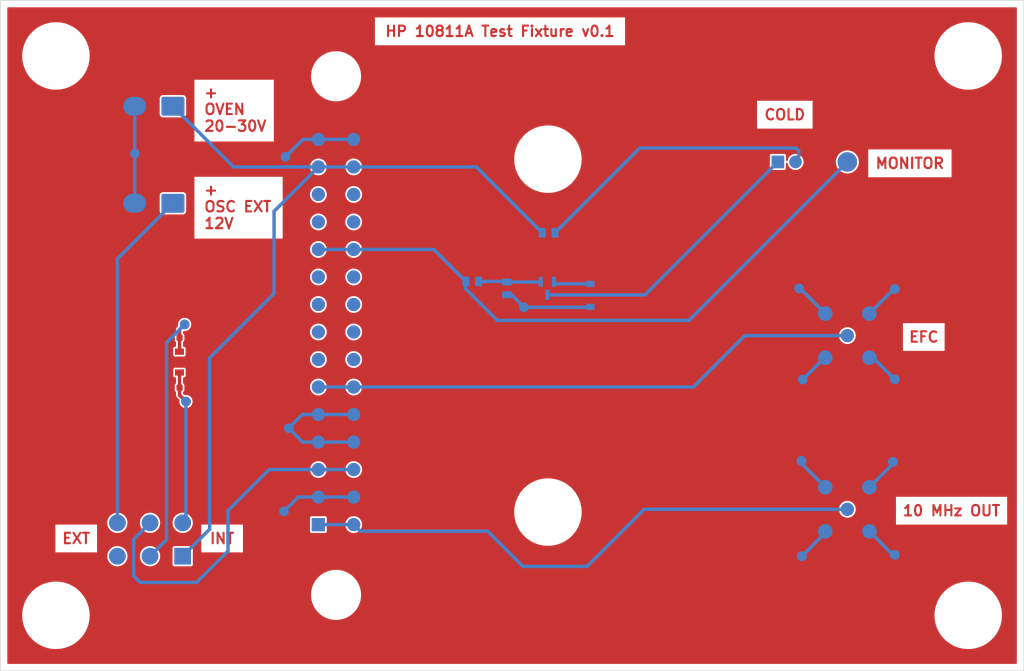
<source format=kicad_pcb>
(kicad_pcb (version 4) (generator gerbview)

  (layers 
    (0 F.Cu signal)
    (31 B.Cu signal)
    (32 B.Adhes user)
    (33 F.Adhes user)
    (34 B.Paste user)
    (35 F.Paste user)
    (36 B.SilkS user)
    (37 F.SilkS user)
    (38 B.Mask user)
    (39 F.Mask user)
    (40 Dwgs.User user)
    (41 Cmts.User user)
    (42 Eco1.User user)
    (43 Eco2.User user)
    (44 Edge.Cuts user)
  )

(gr_line (start 55.88 50.8) (end 203.2 50.8) (layer Edge.Cuts) (width 0.1))
(gr_line (start 203.2 50.8) (end 203.2 147.32) (layer Edge.Cuts) (width 0.1))
(gr_line (start 203.2 147.32) (end 55.88 147.32) (layer Edge.Cuts) (width 0.1))
(gr_line (start 55.88 147.32) (end 55.88 50.8) (layer Edge.Cuts) (width 0.1))
(segment (start 111.69286 55.93857) (end 111.69286 54.43857) (width 0.3) (layer F.Cu) (net 0))
(segment (start 111.69286 55.15286) (end 112.55 55.15286) (width 0.3) (layer F.Cu) (net 0))
(segment (start 112.55 55.93857) (end 112.55 54.43857) (width 0.3) (layer F.Cu) (net 0))
(segment (start 113.26429 55.93857) (end 113.26429 54.43857) (width 0.3) (layer F.Cu) (net 0))
(segment (start 113.26429 54.43857) (end 113.83571 54.43857) (width 0.3) (layer F.Cu) (net 0))
(segment (start 113.83571 54.43857) (end 113.97857 54.51) (width 0.3) (layer F.Cu) (net 0))
(segment (start 113.97857 54.51) (end 114.05 54.58143) (width 0.3) (layer F.Cu) (net 0))
(segment (start 114.05 54.58143) (end 114.12143 54.72429) (width 0.3) (layer F.Cu) (net 0))
(segment (start 114.12143 54.72429) (end 114.12143 54.93857) (width 0.3) (layer F.Cu) (net 0))
(segment (start 114.12143 54.93857) (end 114.05 55.08143) (width 0.3) (layer F.Cu) (net 0))
(segment (start 114.05 55.08143) (end 113.97857 55.15286) (width 0.3) (layer F.Cu) (net 0))
(segment (start 113.97857 55.15286) (end 113.83571 55.22429) (width 0.3) (layer F.Cu) (net 0))
(segment (start 113.83571 55.22429) (end 113.26429 55.22429) (width 0.3) (layer F.Cu) (net 0))
(segment (start 116.69286 55.93857) (end 115.83571 55.93857) (width 0.3) (layer F.Cu) (net 0))
(segment (start 116.26429 55.93857) (end 116.26429 54.43857) (width 0.3) (layer F.Cu) (net 0))
(segment (start 116.26429 54.43857) (end 116.12143 54.65286) (width 0.3) (layer F.Cu) (net 0))
(segment (start 116.12143 54.65286) (end 115.97857 54.79571) (width 0.3) (layer F.Cu) (net 0))
(segment (start 115.97857 54.79571) (end 115.83571 54.86714) (width 0.3) (layer F.Cu) (net 0))
(segment (start 117.62143 54.43857) (end 117.76429 54.43857) (width 0.3) (layer F.Cu) (net 0))
(segment (start 117.76429 54.43857) (end 117.90714 54.51) (width 0.3) (layer F.Cu) (net 0))
(segment (start 117.90714 54.51) (end 117.97857 54.58143) (width 0.3) (layer F.Cu) (net 0))
(segment (start 117.97857 54.58143) (end 118.05 54.72429) (width 0.3) (layer F.Cu) (net 0))
(segment (start 118.05 54.72429) (end 118.12143 55.01) (width 0.3) (layer F.Cu) (net 0))
(segment (start 118.12143 55.01) (end 118.12143 55.36714) (width 0.3) (layer F.Cu) (net 0))
(segment (start 118.12143 55.36714) (end 118.05 55.65286) (width 0.3) (layer F.Cu) (net 0))
(segment (start 118.05 55.65286) (end 117.97857 55.79571) (width 0.3) (layer F.Cu) (net 0))
(segment (start 117.97857 55.79571) (end 117.90714 55.86714) (width 0.3) (layer F.Cu) (net 0))
(segment (start 117.90714 55.86714) (end 117.76429 55.93857) (width 0.3) (layer F.Cu) (net 0))
(segment (start 117.76429 55.93857) (end 117.62143 55.93857) (width 0.3) (layer F.Cu) (net 0))
(segment (start 117.62143 55.93857) (end 117.47857 55.86714) (width 0.3) (layer F.Cu) (net 0))
(segment (start 117.47857 55.86714) (end 117.40714 55.79571) (width 0.3) (layer F.Cu) (net 0))
(segment (start 117.40714 55.79571) (end 117.33571 55.65286) (width 0.3) (layer F.Cu) (net 0))
(segment (start 117.33571 55.65286) (end 117.26429 55.36714) (width 0.3) (layer F.Cu) (net 0))
(segment (start 117.26429 55.36714) (end 117.26429 55.01) (width 0.3) (layer F.Cu) (net 0))
(segment (start 117.26429 55.01) (end 117.33571 54.72429) (width 0.3) (layer F.Cu) (net 0))
(segment (start 117.33571 54.72429) (end 117.40714 54.58143) (width 0.3) (layer F.Cu) (net 0))
(segment (start 117.40714 54.58143) (end 117.47857 54.51) (width 0.3) (layer F.Cu) (net 0))
(segment (start 117.47857 54.51) (end 117.62143 54.43857) (width 0.3) (layer F.Cu) (net 0))
(segment (start 118.97857 55.08143) (end 118.83571 55.01) (width 0.3) (layer F.Cu) (net 0))
(segment (start 118.83571 55.01) (end 118.76429 54.93857) (width 0.3) (layer F.Cu) (net 0))
(segment (start 118.76429 54.93857) (end 118.69286 54.79571) (width 0.3) (layer F.Cu) (net 0))
(segment (start 118.69286 54.79571) (end 118.69286 54.72429) (width 0.3) (layer F.Cu) (net 0))
(segment (start 118.69286 54.72429) (end 118.76429 54.58143) (width 0.3) (layer F.Cu) (net 0))
(segment (start 118.76429 54.58143) (end 118.83571 54.51) (width 0.3) (layer F.Cu) (net 0))
(segment (start 118.83571 54.51) (end 118.97857 54.43857) (width 0.3) (layer F.Cu) (net 0))
(segment (start 118.97857 54.43857) (end 119.26429 54.43857) (width 0.3) (layer F.Cu) (net 0))
(segment (start 119.26429 54.43857) (end 119.40714 54.51) (width 0.3) (layer F.Cu) (net 0))
(segment (start 119.40714 54.51) (end 119.47857 54.58143) (width 0.3) (layer F.Cu) (net 0))
(segment (start 119.47857 54.58143) (end 119.55 54.72429) (width 0.3) (layer F.Cu) (net 0))
(segment (start 119.55 54.72429) (end 119.55 54.79571) (width 0.3) (layer F.Cu) (net 0))
(segment (start 119.55 54.79571) (end 119.47857 54.93857) (width 0.3) (layer F.Cu) (net 0))
(segment (start 119.47857 54.93857) (end 119.40714 55.01) (width 0.3) (layer F.Cu) (net 0))
(segment (start 119.40714 55.01) (end 119.26429 55.08143) (width 0.3) (layer F.Cu) (net 0))
(segment (start 119.26429 55.08143) (end 118.97857 55.08143) (width 0.3) (layer F.Cu) (net 0))
(segment (start 118.97857 55.08143) (end 118.83571 55.15286) (width 0.3) (layer F.Cu) (net 0))
(segment (start 118.83571 55.15286) (end 118.76429 55.22429) (width 0.3) (layer F.Cu) (net 0))
(segment (start 118.76429 55.22429) (end 118.69286 55.36714) (width 0.3) (layer F.Cu) (net 0))
(segment (start 118.69286 55.36714) (end 118.69286 55.65286) (width 0.3) (layer F.Cu) (net 0))
(segment (start 118.69286 55.65286) (end 118.76429 55.79571) (width 0.3) (layer F.Cu) (net 0))
(segment (start 118.76429 55.79571) (end 118.83571 55.86714) (width 0.3) (layer F.Cu) (net 0))
(segment (start 118.83571 55.86714) (end 118.97857 55.93857) (width 0.3) (layer F.Cu) (net 0))
(segment (start 118.97857 55.93857) (end 119.26429 55.93857) (width 0.3) (layer F.Cu) (net 0))
(segment (start 119.26429 55.93857) (end 119.40714 55.86714) (width 0.3) (layer F.Cu) (net 0))
(segment (start 119.40714 55.86714) (end 119.47857 55.79571) (width 0.3) (layer F.Cu) (net 0))
(segment (start 119.47857 55.79571) (end 119.55 55.65286) (width 0.3) (layer F.Cu) (net 0))
(segment (start 119.55 55.65286) (end 119.55 55.36714) (width 0.3) (layer F.Cu) (net 0))
(segment (start 119.55 55.36714) (end 119.47857 55.22429) (width 0.3) (layer F.Cu) (net 0))
(segment (start 119.47857 55.22429) (end 119.40714 55.15286) (width 0.3) (layer F.Cu) (net 0))
(segment (start 119.40714 55.15286) (end 119.26429 55.08143) (width 0.3) (layer F.Cu) (net 0))
(segment (start 120.97857 55.93857) (end 120.12143 55.93857) (width 0.3) (layer F.Cu) (net 0))
(segment (start 120.55 55.93857) (end 120.55 54.43857) (width 0.3) (layer F.Cu) (net 0))
(segment (start 120.55 54.43857) (end 120.40714 54.65286) (width 0.3) (layer F.Cu) (net 0))
(segment (start 120.40714 54.65286) (end 120.26429 54.79571) (width 0.3) (layer F.Cu) (net 0))
(segment (start 120.26429 54.79571) (end 120.12143 54.86714) (width 0.3) (layer F.Cu) (net 0))
(segment (start 122.40714 55.93857) (end 121.55 55.93857) (width 0.3) (layer F.Cu) (net 0))
(segment (start 121.97857 55.93857) (end 121.97857 54.43857) (width 0.3) (layer F.Cu) (net 0))
(segment (start 121.97857 54.43857) (end 121.83571 54.65286) (width 0.3) (layer F.Cu) (net 0))
(segment (start 121.83571 54.65286) (end 121.69286 54.79571) (width 0.3) (layer F.Cu) (net 0))
(segment (start 121.69286 54.79571) (end 121.55 54.86714) (width 0.3) (layer F.Cu) (net 0))
(segment (start 122.97857 55.51) (end 123.69286 55.51) (width 0.3) (layer F.Cu) (net 0))
(segment (start 122.83571 55.93857) (end 123.33571 54.43857) (width 0.3) (layer F.Cu) (net 0))
(segment (start 123.33571 54.43857) (end 123.83571 55.93857) (width 0.3) (layer F.Cu) (net 0))
(segment (start 125.26429 54.43857) (end 126.12143 54.43857) (width 0.3) (layer F.Cu) (net 0))
(segment (start 125.69286 55.93857) (end 125.69286 54.43857) (width 0.3) (layer F.Cu) (net 0))
(segment (start 127.19286 55.86714) (end 127.05 55.93857) (width 0.3) (layer F.Cu) (net 0))
(segment (start 127.05 55.93857) (end 126.76429 55.93857) (width 0.3) (layer F.Cu) (net 0))
(segment (start 126.76429 55.93857) (end 126.62143 55.86714) (width 0.3) (layer F.Cu) (net 0))
(segment (start 126.62143 55.86714) (end 126.55 55.72429) (width 0.3) (layer F.Cu) (net 0))
(segment (start 126.55 55.72429) (end 126.55 55.15286) (width 0.3) (layer F.Cu) (net 0))
(segment (start 126.55 55.15286) (end 126.62143 55.01) (width 0.3) (layer F.Cu) (net 0))
(segment (start 126.62143 55.01) (end 126.76429 54.93857) (width 0.3) (layer F.Cu) (net 0))
(segment (start 126.76429 54.93857) (end 127.05 54.93857) (width 0.3) (layer F.Cu) (net 0))
(segment (start 127.05 54.93857) (end 127.19286 55.01) (width 0.3) (layer F.Cu) (net 0))
(segment (start 127.19286 55.01) (end 127.26429 55.15286) (width 0.3) (layer F.Cu) (net 0))
(segment (start 127.26429 55.15286) (end 127.26429 55.29571) (width 0.3) (layer F.Cu) (net 0))
(segment (start 127.26429 55.29571) (end 126.55 55.43857) (width 0.3) (layer F.Cu) (net 0))
(segment (start 127.83571 55.86714) (end 127.97857 55.93857) (width 0.3) (layer F.Cu) (net 0))
(segment (start 127.97857 55.93857) (end 128.26429 55.93857) (width 0.3) (layer F.Cu) (net 0))
(segment (start 128.26429 55.93857) (end 128.40714 55.86714) (width 0.3) (layer F.Cu) (net 0))
(segment (start 128.40714 55.86714) (end 128.47857 55.72429) (width 0.3) (layer F.Cu) (net 0))
(segment (start 128.47857 55.72429) (end 128.47857 55.65286) (width 0.3) (layer F.Cu) (net 0))
(segment (start 128.47857 55.65286) (end 128.40714 55.51) (width 0.3) (layer F.Cu) (net 0))
(segment (start 128.40714 55.51) (end 128.26429 55.43857) (width 0.3) (layer F.Cu) (net 0))
(segment (start 128.26429 55.43857) (end 128.05 55.43857) (width 0.3) (layer F.Cu) (net 0))
(segment (start 128.05 55.43857) (end 127.90714 55.36714) (width 0.3) (layer F.Cu) (net 0))
(segment (start 127.90714 55.36714) (end 127.83571 55.22429) (width 0.3) (layer F.Cu) (net 0))
(segment (start 127.83571 55.22429) (end 127.83571 55.15286) (width 0.3) (layer F.Cu) (net 0))
(segment (start 127.83571 55.15286) (end 127.90714 55.01) (width 0.3) (layer F.Cu) (net 0))
(segment (start 127.90714 55.01) (end 128.05 54.93857) (width 0.3) (layer F.Cu) (net 0))
(segment (start 128.05 54.93857) (end 128.26429 54.93857) (width 0.3) (layer F.Cu) (net 0))
(segment (start 128.26429 54.93857) (end 128.40714 55.01) (width 0.3) (layer F.Cu) (net 0))
(segment (start 128.90714 54.93857) (end 129.47857 54.93857) (width 0.3) (layer F.Cu) (net 0))
(segment (start 129.12143 54.43857) (end 129.12143 55.72429) (width 0.3) (layer F.Cu) (net 0))
(segment (start 129.12143 55.72429) (end 129.19286 55.86714) (width 0.3) (layer F.Cu) (net 0))
(segment (start 129.19286 55.86714) (end 129.33571 55.93857) (width 0.3) (layer F.Cu) (net 0))
(segment (start 129.33571 55.93857) (end 129.47857 55.93857) (width 0.3) (layer F.Cu) (net 0))
(segment (start 131.62143 55.15286) (end 131.12143 55.15286) (width 0.3) (layer F.Cu) (net 0))
(segment (start 131.12143 55.93857) (end 131.12143 54.43857) (width 0.3) (layer F.Cu) (net 0))
(segment (start 131.12143 54.43857) (end 131.83571 54.43857) (width 0.3) (layer F.Cu) (net 0))
(segment (start 132.40714 55.93857) (end 132.40714 54.93857) (width 0.3) (layer F.Cu) (net 0))
(segment (start 132.40714 54.43857) (end 132.33571 54.51) (width 0.3) (layer F.Cu) (net 0))
(segment (start 132.33571 54.51) (end 132.40714 54.58143) (width 0.3) (layer F.Cu) (net 0))
(segment (start 132.40714 54.58143) (end 132.47857 54.51) (width 0.3) (layer F.Cu) (net 0))
(segment (start 132.47857 54.51) (end 132.40714 54.43857) (width 0.3) (layer F.Cu) (net 0))
(segment (start 132.40714 54.43857) (end 132.40714 54.58143) (width 0.3) (layer F.Cu) (net 0))
(segment (start 132.97857 55.93857) (end 133.76429 54.93857) (width 0.3) (layer F.Cu) (net 0))
(segment (start 132.97857 54.93857) (end 133.76429 55.93857) (width 0.3) (layer F.Cu) (net 0))
(segment (start 134.12143 54.93857) (end 134.69286 54.93857) (width 0.3) (layer F.Cu) (net 0))
(segment (start 134.33571 54.43857) (end 134.33571 55.72429) (width 0.3) (layer F.Cu) (net 0))
(segment (start 134.33571 55.72429) (end 134.40714 55.86714) (width 0.3) (layer F.Cu) (net 0))
(segment (start 134.40714 55.86714) (end 134.55 55.93857) (width 0.3) (layer F.Cu) (net 0))
(segment (start 134.55 55.93857) (end 134.69286 55.93857) (width 0.3) (layer F.Cu) (net 0))
(segment (start 135.83571 54.93857) (end 135.83571 55.93857) (width 0.3) (layer F.Cu) (net 0))
(segment (start 135.19286 54.93857) (end 135.19286 55.72429) (width 0.3) (layer F.Cu) (net 0))
(segment (start 135.19286 55.72429) (end 135.26429 55.86714) (width 0.3) (layer F.Cu) (net 0))
(segment (start 135.26429 55.86714) (end 135.40714 55.93857) (width 0.3) (layer F.Cu) (net 0))
(segment (start 135.40714 55.93857) (end 135.62143 55.93857) (width 0.3) (layer F.Cu) (net 0))
(segment (start 135.62143 55.93857) (end 135.76429 55.86714) (width 0.3) (layer F.Cu) (net 0))
(segment (start 135.76429 55.86714) (end 135.83571 55.79571) (width 0.3) (layer F.Cu) (net 0))
(segment (start 136.55 55.93857) (end 136.55 54.93857) (width 0.3) (layer F.Cu) (net 0))
(segment (start 136.55 55.22429) (end 136.62143 55.08143) (width 0.3) (layer F.Cu) (net 0))
(segment (start 136.62143 55.08143) (end 136.69286 55.01) (width 0.3) (layer F.Cu) (net 0))
(segment (start 136.69286 55.01) (end 136.83571 54.93857) (width 0.3) (layer F.Cu) (net 0))
(segment (start 136.83571 54.93857) (end 136.97857 54.93857) (width 0.3) (layer F.Cu) (net 0))
(segment (start 138.05 55.86714) (end 137.90714 55.93857) (width 0.3) (layer F.Cu) (net 0))
(segment (start 137.90714 55.93857) (end 137.62143 55.93857) (width 0.3) (layer F.Cu) (net 0))
(segment (start 137.62143 55.93857) (end 137.47857 55.86714) (width 0.3) (layer F.Cu) (net 0))
(segment (start 137.47857 55.86714) (end 137.40714 55.72429) (width 0.3) (layer F.Cu) (net 0))
(segment (start 137.40714 55.72429) (end 137.40714 55.15286) (width 0.3) (layer F.Cu) (net 0))
(segment (start 137.40714 55.15286) (end 137.47857 55.01) (width 0.3) (layer F.Cu) (net 0))
(segment (start 137.47857 55.01) (end 137.62143 54.93857) (width 0.3) (layer F.Cu) (net 0))
(segment (start 137.62143 54.93857) (end 137.90714 54.93857) (width 0.3) (layer F.Cu) (net 0))
(segment (start 137.90714 54.93857) (end 138.05 55.01) (width 0.3) (layer F.Cu) (net 0))
(segment (start 138.05 55.01) (end 138.12143 55.15286) (width 0.3) (layer F.Cu) (net 0))
(segment (start 138.12143 55.15286) (end 138.12143 55.29571) (width 0.3) (layer F.Cu) (net 0))
(segment (start 138.12143 55.29571) (end 137.40714 55.43857) (width 0.3) (layer F.Cu) (net 0))
(segment (start 139.76429 54.93857) (end 140.12143 55.93857) (width 0.3) (layer F.Cu) (net 0))
(segment (start 140.12143 55.93857) (end 140.47857 54.93857) (width 0.3) (layer F.Cu) (net 0))
(segment (start 141.33571 54.43857) (end 141.47857 54.43857) (width 0.3) (layer F.Cu) (net 0))
(segment (start 141.47857 54.43857) (end 141.62143 54.51) (width 0.3) (layer F.Cu) (net 0))
(segment (start 141.62143 54.51) (end 141.69286 54.58143) (width 0.3) (layer F.Cu) (net 0))
(segment (start 141.69286 54.58143) (end 141.76429 54.72429) (width 0.3) (layer F.Cu) (net 0))
(segment (start 141.76429 54.72429) (end 141.83571 55.01) (width 0.3) (layer F.Cu) (net 0))
(segment (start 141.83571 55.01) (end 141.83571 55.36714) (width 0.3) (layer F.Cu) (net 0))
(segment (start 141.83571 55.36714) (end 141.76429 55.65286) (width 0.3) (layer F.Cu) (net 0))
(segment (start 141.76429 55.65286) (end 141.69286 55.79571) (width 0.3) (layer F.Cu) (net 0))
(segment (start 141.69286 55.79571) (end 141.62143 55.86714) (width 0.3) (layer F.Cu) (net 0))
(segment (start 141.62143 55.86714) (end 141.47857 55.93857) (width 0.3) (layer F.Cu) (net 0))
(segment (start 141.47857 55.93857) (end 141.33571 55.93857) (width 0.3) (layer F.Cu) (net 0))
(segment (start 141.33571 55.93857) (end 141.19286 55.86714) (width 0.3) (layer F.Cu) (net 0))
(segment (start 141.19286 55.86714) (end 141.12143 55.79571) (width 0.3) (layer F.Cu) (net 0))
(segment (start 141.12143 55.79571) (end 141.05 55.65286) (width 0.3) (layer F.Cu) (net 0))
(segment (start 141.05 55.65286) (end 140.97857 55.36714) (width 0.3) (layer F.Cu) (net 0))
(segment (start 140.97857 55.36714) (end 140.97857 55.01) (width 0.3) (layer F.Cu) (net 0))
(segment (start 140.97857 55.01) (end 141.05 54.72429) (width 0.3) (layer F.Cu) (net 0))
(segment (start 141.05 54.72429) (end 141.12143 54.58143) (width 0.3) (layer F.Cu) (net 0))
(segment (start 141.12143 54.58143) (end 141.19286 54.51) (width 0.3) (layer F.Cu) (net 0))
(segment (start 141.19286 54.51) (end 141.33571 54.43857) (width 0.3) (layer F.Cu) (net 0))
(segment (start 142.47857 55.79571) (end 142.55 55.86714) (width 0.3) (layer F.Cu) (net 0))
(segment (start 142.55 55.86714) (end 142.47857 55.93857) (width 0.3) (layer F.Cu) (net 0))
(segment (start 142.47857 55.93857) (end 142.40714 55.86714) (width 0.3) (layer F.Cu) (net 0))
(segment (start 142.40714 55.86714) (end 142.47857 55.79571) (width 0.3) (layer F.Cu) (net 0))
(segment (start 142.47857 55.79571) (end 142.47857 55.93857) (width 0.3) (layer F.Cu) (net 0))
(segment (start 143.97857 55.93857) (end 143.12143 55.93857) (width 0.3) (layer F.Cu) (net 0))
(segment (start 143.55 55.93857) (end 143.55 54.43857) (width 0.3) (layer F.Cu) (net 0))
(segment (start 143.55 54.43857) (end 143.40714 54.65286) (width 0.3) (layer F.Cu) (net 0))
(segment (start 143.40714 54.65286) (end 143.26429 54.79571) (width 0.3) (layer F.Cu) (net 0))
(segment (start 143.26429 54.79571) (end 143.12143 54.86714) (width 0.3) (layer F.Cu) (net 0))
(segment (start 167.12143 67.79571) (end 167.05 67.86714) (width 0.3) (layer F.Cu) (net 0))
(segment (start 167.05 67.86714) (end 166.83571 67.93857) (width 0.3) (layer F.Cu) (net 0))
(segment (start 166.83571 67.93857) (end 166.69286 67.93857) (width 0.3) (layer F.Cu) (net 0))
(segment (start 166.69286 67.93857) (end 166.47857 67.86714) (width 0.3) (layer F.Cu) (net 0))
(segment (start 166.47857 67.86714) (end 166.33571 67.72429) (width 0.3) (layer F.Cu) (net 0))
(segment (start 166.33571 67.72429) (end 166.26429 67.58143) (width 0.3) (layer F.Cu) (net 0))
(segment (start 166.26429 67.58143) (end 166.19286 67.29571) (width 0.3) (layer F.Cu) (net 0))
(segment (start 166.19286 67.29571) (end 166.19286 67.08143) (width 0.3) (layer F.Cu) (net 0))
(segment (start 166.19286 67.08143) (end 166.26429 66.79571) (width 0.3) (layer F.Cu) (net 0))
(segment (start 166.26429 66.79571) (end 166.33571 66.65286) (width 0.3) (layer F.Cu) (net 0))
(segment (start 166.33571 66.65286) (end 166.47857 66.51) (width 0.3) (layer F.Cu) (net 0))
(segment (start 166.47857 66.51) (end 166.69286 66.43857) (width 0.3) (layer F.Cu) (net 0))
(segment (start 166.69286 66.43857) (end 166.83571 66.43857) (width 0.3) (layer F.Cu) (net 0))
(segment (start 166.83571 66.43857) (end 167.05 66.51) (width 0.3) (layer F.Cu) (net 0))
(segment (start 167.05 66.51) (end 167.12143 66.58143) (width 0.3) (layer F.Cu) (net 0))
(segment (start 168.05 66.43857) (end 168.33571 66.43857) (width 0.3) (layer F.Cu) (net 0))
(segment (start 168.33571 66.43857) (end 168.47857 66.51) (width 0.3) (layer F.Cu) (net 0))
(segment (start 168.47857 66.51) (end 168.62143 66.65286) (width 0.3) (layer F.Cu) (net 0))
(segment (start 168.62143 66.65286) (end 168.69286 66.93857) (width 0.3) (layer F.Cu) (net 0))
(segment (start 168.69286 66.93857) (end 168.69286 67.43857) (width 0.3) (layer F.Cu) (net 0))
(segment (start 168.69286 67.43857) (end 168.62143 67.72429) (width 0.3) (layer F.Cu) (net 0))
(segment (start 168.62143 67.72429) (end 168.47857 67.86714) (width 0.3) (layer F.Cu) (net 0))
(segment (start 168.47857 67.86714) (end 168.33571 67.93857) (width 0.3) (layer F.Cu) (net 0))
(segment (start 168.33571 67.93857) (end 168.05 67.93857) (width 0.3) (layer F.Cu) (net 0))
(segment (start 168.05 67.93857) (end 167.90714 67.86714) (width 0.3) (layer F.Cu) (net 0))
(segment (start 167.90714 67.86714) (end 167.76429 67.72429) (width 0.3) (layer F.Cu) (net 0))
(segment (start 167.76429 67.72429) (end 167.69286 67.43857) (width 0.3) (layer F.Cu) (net 0))
(segment (start 167.69286 67.43857) (end 167.69286 66.93857) (width 0.3) (layer F.Cu) (net 0))
(segment (start 167.69286 66.93857) (end 167.76429 66.65286) (width 0.3) (layer F.Cu) (net 0))
(segment (start 167.76429 66.65286) (end 167.90714 66.51) (width 0.3) (layer F.Cu) (net 0))
(segment (start 167.90714 66.51) (end 168.05 66.43857) (width 0.3) (layer F.Cu) (net 0))
(segment (start 170.05 67.93857) (end 169.33571 67.93857) (width 0.3) (layer F.Cu) (net 0))
(segment (start 169.33571 67.93857) (end 169.33571 66.43857) (width 0.3) (layer F.Cu) (net 0))
(segment (start 170.55 67.93857) (end 170.55 66.43857) (width 0.3) (layer F.Cu) (net 0))
(segment (start 170.55 66.43857) (end 170.90714 66.43857) (width 0.3) (layer F.Cu) (net 0))
(segment (start 170.90714 66.43857) (end 171.12143 66.51) (width 0.3) (layer F.Cu) (net 0))
(segment (start 171.12143 66.51) (end 171.26429 66.65286) (width 0.3) (layer F.Cu) (net 0))
(segment (start 171.26429 66.65286) (end 171.33571 66.79571) (width 0.3) (layer F.Cu) (net 0))
(segment (start 171.33571 66.79571) (end 171.40714 67.08143) (width 0.3) (layer F.Cu) (net 0))
(segment (start 171.40714 67.08143) (end 171.40714 67.29571) (width 0.3) (layer F.Cu) (net 0))
(segment (start 171.40714 67.29571) (end 171.33571 67.58143) (width 0.3) (layer F.Cu) (net 0))
(segment (start 171.33571 67.58143) (end 171.26429 67.72429) (width 0.3) (layer F.Cu) (net 0))
(segment (start 171.26429 67.72429) (end 171.12143 67.86714) (width 0.3) (layer F.Cu) (net 0))
(segment (start 171.12143 67.86714) (end 170.90714 67.93857) (width 0.3) (layer F.Cu) (net 0))
(segment (start 170.90714 67.93857) (end 170.55 67.93857) (width 0.3) (layer F.Cu) (net 0))
(segment (start 187.08571 99.15286) (end 187.58571 99.15286) (width 0.3) (layer F.Cu) (net 0))
(segment (start 187.8 99.93857) (end 187.08571 99.93857) (width 0.3) (layer F.Cu) (net 0))
(segment (start 187.08571 99.93857) (end 187.08571 98.43857) (width 0.3) (layer F.Cu) (net 0))
(segment (start 187.08571 98.43857) (end 187.8 98.43857) (width 0.3) (layer F.Cu) (net 0))
(segment (start 188.94286 99.15286) (end 188.44286 99.15286) (width 0.3) (layer F.Cu) (net 0))
(segment (start 188.44286 99.93857) (end 188.44286 98.43857) (width 0.3) (layer F.Cu) (net 0))
(segment (start 188.44286 98.43857) (end 189.15714 98.43857) (width 0.3) (layer F.Cu) (net 0))
(segment (start 190.58571 99.79571) (end 190.51429 99.86714) (width 0.3) (layer F.Cu) (net 0))
(segment (start 190.51429 99.86714) (end 190.3 99.93857) (width 0.3) (layer F.Cu) (net 0))
(segment (start 190.3 99.93857) (end 190.15714 99.93857) (width 0.3) (layer F.Cu) (net 0))
(segment (start 190.15714 99.93857) (end 189.94286 99.86714) (width 0.3) (layer F.Cu) (net 0))
(segment (start 189.94286 99.86714) (end 189.8 99.72429) (width 0.3) (layer F.Cu) (net 0))
(segment (start 189.8 99.72429) (end 189.72857 99.58143) (width 0.3) (layer F.Cu) (net 0))
(segment (start 189.72857 99.58143) (end 189.65714 99.29571) (width 0.3) (layer F.Cu) (net 0))
(segment (start 189.65714 99.29571) (end 189.65714 99.08143) (width 0.3) (layer F.Cu) (net 0))
(segment (start 189.65714 99.08143) (end 189.72857 98.79571) (width 0.3) (layer F.Cu) (net 0))
(segment (start 189.72857 98.79571) (end 189.8 98.65286) (width 0.3) (layer F.Cu) (net 0))
(segment (start 189.8 98.65286) (end 189.94286 98.51) (width 0.3) (layer F.Cu) (net 0))
(segment (start 189.94286 98.51) (end 190.15714 98.43857) (width 0.3) (layer F.Cu) (net 0))
(segment (start 190.15714 98.43857) (end 190.3 98.43857) (width 0.3) (layer F.Cu) (net 0))
(segment (start 190.3 98.43857) (end 190.51429 98.51) (width 0.3) (layer F.Cu) (net 0))
(segment (start 190.51429 98.51) (end 190.58571 98.58143) (width 0.3) (layer F.Cu) (net 0))
(segment (start 86.44286 128.93857) (end 86.44286 127.43857) (width 0.3) (layer F.Cu) (net 0))
(segment (start 87.15714 128.93857) (end 87.15714 127.43857) (width 0.3) (layer F.Cu) (net 0))
(segment (start 87.15714 127.43857) (end 88.01429 128.93857) (width 0.3) (layer F.Cu) (net 0))
(segment (start 88.01429 128.93857) (end 88.01429 127.43857) (width 0.3) (layer F.Cu) (net 0))
(segment (start 88.51429 127.43857) (end 89.37143 127.43857) (width 0.3) (layer F.Cu) (net 0))
(segment (start 88.94286 128.93857) (end 88.94286 127.43857) (width 0.3) (layer F.Cu) (net 0))
(segment (start 186.97857 124.93857) (end 186.12143 124.93857) (width 0.3) (layer F.Cu) (net 0))
(segment (start 186.55 124.93857) (end 186.55 123.43857) (width 0.3) (layer F.Cu) (net 0))
(segment (start 186.55 123.43857) (end 186.40714 123.65286) (width 0.3) (layer F.Cu) (net 0))
(segment (start 186.40714 123.65286) (end 186.26429 123.79571) (width 0.3) (layer F.Cu) (net 0))
(segment (start 186.26429 123.79571) (end 186.12143 123.86714) (width 0.3) (layer F.Cu) (net 0))
(segment (start 187.90714 123.43857) (end 188.05 123.43857) (width 0.3) (layer F.Cu) (net 0))
(segment (start 188.05 123.43857) (end 188.19286 123.51) (width 0.3) (layer F.Cu) (net 0))
(segment (start 188.19286 123.51) (end 188.26429 123.58143) (width 0.3) (layer F.Cu) (net 0))
(segment (start 188.26429 123.58143) (end 188.33571 123.72429) (width 0.3) (layer F.Cu) (net 0))
(segment (start 188.33571 123.72429) (end 188.40714 124.01) (width 0.3) (layer F.Cu) (net 0))
(segment (start 188.40714 124.01) (end 188.40714 124.36714) (width 0.3) (layer F.Cu) (net 0))
(segment (start 188.40714 124.36714) (end 188.33571 124.65286) (width 0.3) (layer F.Cu) (net 0))
(segment (start 188.33571 124.65286) (end 188.26429 124.79571) (width 0.3) (layer F.Cu) (net 0))
(segment (start 188.26429 124.79571) (end 188.19286 124.86714) (width 0.3) (layer F.Cu) (net 0))
(segment (start 188.19286 124.86714) (end 188.05 124.93857) (width 0.3) (layer F.Cu) (net 0))
(segment (start 188.05 124.93857) (end 187.90714 124.93857) (width 0.3) (layer F.Cu) (net 0))
(segment (start 187.90714 124.93857) (end 187.76429 124.86714) (width 0.3) (layer F.Cu) (net 0))
(segment (start 187.76429 124.86714) (end 187.69286 124.79571) (width 0.3) (layer F.Cu) (net 0))
(segment (start 187.69286 124.79571) (end 187.62143 124.65286) (width 0.3) (layer F.Cu) (net 0))
(segment (start 187.62143 124.65286) (end 187.55 124.36714) (width 0.3) (layer F.Cu) (net 0))
(segment (start 187.55 124.36714) (end 187.55 124.01) (width 0.3) (layer F.Cu) (net 0))
(segment (start 187.55 124.01) (end 187.62143 123.72429) (width 0.3) (layer F.Cu) (net 0))
(segment (start 187.62143 123.72429) (end 187.69286 123.58143) (width 0.3) (layer F.Cu) (net 0))
(segment (start 187.69286 123.58143) (end 187.76429 123.51) (width 0.3) (layer F.Cu) (net 0))
(segment (start 187.76429 123.51) (end 187.90714 123.43857) (width 0.3) (layer F.Cu) (net 0))
(segment (start 190.19286 124.93857) (end 190.19286 123.43857) (width 0.3) (layer F.Cu) (net 0))
(segment (start 190.19286 123.43857) (end 190.69286 124.51) (width 0.3) (layer F.Cu) (net 0))
(segment (start 190.69286 124.51) (end 191.19286 123.43857) (width 0.3) (layer F.Cu) (net 0))
(segment (start 191.19286 123.43857) (end 191.19286 124.93857) (width 0.3) (layer F.Cu) (net 0))
(segment (start 191.90714 124.93857) (end 191.90714 123.43857) (width 0.3) (layer F.Cu) (net 0))
(segment (start 191.90714 124.15286) (end 192.76429 124.15286) (width 0.3) (layer F.Cu) (net 0))
(segment (start 192.76429 124.93857) (end 192.76429 123.43857) (width 0.3) (layer F.Cu) (net 0))
(segment (start 193.33571 123.93857) (end 194.12143 123.93857) (width 0.3) (layer F.Cu) (net 0))
(segment (start 194.12143 123.93857) (end 193.33571 124.93857) (width 0.3) (layer F.Cu) (net 0))
(segment (start 193.33571 124.93857) (end 194.12143 124.93857) (width 0.3) (layer F.Cu) (net 0))
(segment (start 196.12143 123.43857) (end 196.40714 123.43857) (width 0.3) (layer F.Cu) (net 0))
(segment (start 196.40714 123.43857) (end 196.55 123.51) (width 0.3) (layer F.Cu) (net 0))
(segment (start 196.55 123.51) (end 196.69286 123.65286) (width 0.3) (layer F.Cu) (net 0))
(segment (start 196.69286 123.65286) (end 196.76429 123.93857) (width 0.3) (layer F.Cu) (net 0))
(segment (start 196.76429 123.93857) (end 196.76429 124.43857) (width 0.3) (layer F.Cu) (net 0))
(segment (start 196.76429 124.43857) (end 196.69286 124.72429) (width 0.3) (layer F.Cu) (net 0))
(segment (start 196.69286 124.72429) (end 196.55 124.86714) (width 0.3) (layer F.Cu) (net 0))
(segment (start 196.55 124.86714) (end 196.40714 124.93857) (width 0.3) (layer F.Cu) (net 0))
(segment (start 196.40714 124.93857) (end 196.12143 124.93857) (width 0.3) (layer F.Cu) (net 0))
(segment (start 196.12143 124.93857) (end 195.97857 124.86714) (width 0.3) (layer F.Cu) (net 0))
(segment (start 195.97857 124.86714) (end 195.83571 124.72429) (width 0.3) (layer F.Cu) (net 0))
(segment (start 195.83571 124.72429) (end 195.76429 124.43857) (width 0.3) (layer F.Cu) (net 0))
(segment (start 195.76429 124.43857) (end 195.76429 123.93857) (width 0.3) (layer F.Cu) (net 0))
(segment (start 195.76429 123.93857) (end 195.83571 123.65286) (width 0.3) (layer F.Cu) (net 0))
(segment (start 195.83571 123.65286) (end 195.97857 123.51) (width 0.3) (layer F.Cu) (net 0))
(segment (start 195.97857 123.51) (end 196.12143 123.43857) (width 0.3) (layer F.Cu) (net 0))
(segment (start 197.40714 123.43857) (end 197.40714 124.65286) (width 0.3) (layer F.Cu) (net 0))
(segment (start 197.40714 124.65286) (end 197.47857 124.79571) (width 0.3) (layer F.Cu) (net 0))
(segment (start 197.47857 124.79571) (end 197.55 124.86714) (width 0.3) (layer F.Cu) (net 0))
(segment (start 197.55 124.86714) (end 197.69286 124.93857) (width 0.3) (layer F.Cu) (net 0))
(segment (start 197.69286 124.93857) (end 197.97857 124.93857) (width 0.3) (layer F.Cu) (net 0))
(segment (start 197.97857 124.93857) (end 198.12143 124.86714) (width 0.3) (layer F.Cu) (net 0))
(segment (start 198.12143 124.86714) (end 198.19286 124.79571) (width 0.3) (layer F.Cu) (net 0))
(segment (start 198.19286 124.79571) (end 198.26429 124.65286) (width 0.3) (layer F.Cu) (net 0))
(segment (start 198.26429 124.65286) (end 198.26429 123.43857) (width 0.3) (layer F.Cu) (net 0))
(segment (start 198.76429 123.43857) (end 199.62143 123.43857) (width 0.3) (layer F.Cu) (net 0))
(segment (start 199.19286 124.93857) (end 199.19286 123.43857) (width 0.3) (layer F.Cu) (net 0))
(segment (start 85.63214 64.18214) (end 86.775 64.18214) (width 0.3) (layer F.Cu) (net 0))
(segment (start 86.20357 64.75357) (end 86.20357 63.61071) (width 0.3) (layer F.Cu) (net 0))
(segment (start 85.91786 65.66857) (end 86.20357 65.66857) (width 0.3) (layer F.Cu) (net 0))
(segment (start 86.20357 65.66857) (end 86.34643 65.74) (width 0.3) (layer F.Cu) (net 0))
(segment (start 86.34643 65.74) (end 86.48929 65.88286) (width 0.3) (layer F.Cu) (net 0))
(segment (start 86.48929 65.88286) (end 86.56071 66.16857) (width 0.3) (layer F.Cu) (net 0))
(segment (start 86.56071 66.16857) (end 86.56071 66.66857) (width 0.3) (layer F.Cu) (net 0))
(segment (start 86.56071 66.66857) (end 86.48929 66.95429) (width 0.3) (layer F.Cu) (net 0))
(segment (start 86.48929 66.95429) (end 86.34643 67.09714) (width 0.3) (layer F.Cu) (net 0))
(segment (start 86.34643 67.09714) (end 86.20357 67.16857) (width 0.3) (layer F.Cu) (net 0))
(segment (start 86.20357 67.16857) (end 85.91786 67.16857) (width 0.3) (layer F.Cu) (net 0))
(segment (start 85.91786 67.16857) (end 85.775 67.09714) (width 0.3) (layer F.Cu) (net 0))
(segment (start 85.775 67.09714) (end 85.63214 66.95429) (width 0.3) (layer F.Cu) (net 0))
(segment (start 85.63214 66.95429) (end 85.56071 66.66857) (width 0.3) (layer F.Cu) (net 0))
(segment (start 85.56071 66.66857) (end 85.56071 66.16857) (width 0.3) (layer F.Cu) (net 0))
(segment (start 85.56071 66.16857) (end 85.63214 65.88286) (width 0.3) (layer F.Cu) (net 0))
(segment (start 85.63214 65.88286) (end 85.775 65.74) (width 0.3) (layer F.Cu) (net 0))
(segment (start 85.775 65.74) (end 85.91786 65.66857) (width 0.3) (layer F.Cu) (net 0))
(segment (start 86.98929 65.66857) (end 87.48929 67.16857) (width 0.3) (layer F.Cu) (net 0))
(segment (start 87.48929 67.16857) (end 87.98929 65.66857) (width 0.3) (layer F.Cu) (net 0))
(segment (start 88.48929 66.38286) (end 88.98929 66.38286) (width 0.3) (layer F.Cu) (net 0))
(segment (start 89.20357 67.16857) (end 88.48929 67.16857) (width 0.3) (layer F.Cu) (net 0))
(segment (start 88.48929 67.16857) (end 88.48929 65.66857) (width 0.3) (layer F.Cu) (net 0))
(segment (start 88.48929 65.66857) (end 89.20357 65.66857) (width 0.3) (layer F.Cu) (net 0))
(segment (start 89.84643 67.16857) (end 89.84643 65.66857) (width 0.3) (layer F.Cu) (net 0))
(segment (start 89.84643 65.66857) (end 90.70357 67.16857) (width 0.3) (layer F.Cu) (net 0))
(segment (start 90.70357 67.16857) (end 90.70357 65.66857) (width 0.3) (layer F.Cu) (net 0))
(segment (start 85.56071 68.22643) (end 85.63214 68.155) (width 0.3) (layer F.Cu) (net 0))
(segment (start 85.63214 68.155) (end 85.775 68.08357) (width 0.3) (layer F.Cu) (net 0))
(segment (start 85.775 68.08357) (end 86.13214 68.08357) (width 0.3) (layer F.Cu) (net 0))
(segment (start 86.13214 68.08357) (end 86.275 68.155) (width 0.3) (layer F.Cu) (net 0))
(segment (start 86.275 68.155) (end 86.34643 68.22643) (width 0.3) (layer F.Cu) (net 0))
(segment (start 86.34643 68.22643) (end 86.41786 68.36929) (width 0.3) (layer F.Cu) (net 0))
(segment (start 86.41786 68.36929) (end 86.41786 68.51214) (width 0.3) (layer F.Cu) (net 0))
(segment (start 86.41786 68.51214) (end 86.34643 68.72643) (width 0.3) (layer F.Cu) (net 0))
(segment (start 86.34643 68.72643) (end 85.48929 69.58357) (width 0.3) (layer F.Cu) (net 0))
(segment (start 85.48929 69.58357) (end 86.41786 69.58357) (width 0.3) (layer F.Cu) (net 0))
(segment (start 87.34643 68.08357) (end 87.48929 68.08357) (width 0.3) (layer F.Cu) (net 0))
(segment (start 87.48929 68.08357) (end 87.63214 68.155) (width 0.3) (layer F.Cu) (net 0))
(segment (start 87.63214 68.155) (end 87.70357 68.22643) (width 0.3) (layer F.Cu) (net 0))
(segment (start 87.70357 68.22643) (end 87.775 68.36929) (width 0.3) (layer F.Cu) (net 0))
(segment (start 87.775 68.36929) (end 87.84643 68.655) (width 0.3) (layer F.Cu) (net 0))
(segment (start 87.84643 68.655) (end 87.84643 69.01214) (width 0.3) (layer F.Cu) (net 0))
(segment (start 87.84643 69.01214) (end 87.775 69.29786) (width 0.3) (layer F.Cu) (net 0))
(segment (start 87.775 69.29786) (end 87.70357 69.44071) (width 0.3) (layer F.Cu) (net 0))
(segment (start 87.70357 69.44071) (end 87.63214 69.51214) (width 0.3) (layer F.Cu) (net 0))
(segment (start 87.63214 69.51214) (end 87.48929 69.58357) (width 0.3) (layer F.Cu) (net 0))
(segment (start 87.48929 69.58357) (end 87.34643 69.58357) (width 0.3) (layer F.Cu) (net 0))
(segment (start 87.34643 69.58357) (end 87.20357 69.51214) (width 0.3) (layer F.Cu) (net 0))
(segment (start 87.20357 69.51214) (end 87.13214 69.44071) (width 0.3) (layer F.Cu) (net 0))
(segment (start 87.13214 69.44071) (end 87.06071 69.29786) (width 0.3) (layer F.Cu) (net 0))
(segment (start 87.06071 69.29786) (end 86.98929 69.01214) (width 0.3) (layer F.Cu) (net 0))
(segment (start 86.98929 69.01214) (end 86.98929 68.655) (width 0.3) (layer F.Cu) (net 0))
(segment (start 86.98929 68.655) (end 87.06071 68.36929) (width 0.3) (layer F.Cu) (net 0))
(segment (start 87.06071 68.36929) (end 87.13214 68.22643) (width 0.3) (layer F.Cu) (net 0))
(segment (start 87.13214 68.22643) (end 87.20357 68.155) (width 0.3) (layer F.Cu) (net 0))
(segment (start 87.20357 68.155) (end 87.34643 68.08357) (width 0.3) (layer F.Cu) (net 0))
(segment (start 88.48929 69.01214) (end 89.63214 69.01214) (width 0.3) (layer F.Cu) (net 0))
(segment (start 90.20357 68.08357) (end 91.13214 68.08357) (width 0.3) (layer F.Cu) (net 0))
(segment (start 91.13214 68.08357) (end 90.63214 68.655) (width 0.3) (layer F.Cu) (net 0))
(segment (start 90.63214 68.655) (end 90.84643 68.655) (width 0.3) (layer F.Cu) (net 0))
(segment (start 90.84643 68.655) (end 90.98929 68.72643) (width 0.3) (layer F.Cu) (net 0))
(segment (start 90.98929 68.72643) (end 91.06071 68.79786) (width 0.3) (layer F.Cu) (net 0))
(segment (start 91.06071 68.79786) (end 91.13214 68.94071) (width 0.3) (layer F.Cu) (net 0))
(segment (start 91.13214 68.94071) (end 91.13214 69.29786) (width 0.3) (layer F.Cu) (net 0))
(segment (start 91.13214 69.29786) (end 91.06071 69.44071) (width 0.3) (layer F.Cu) (net 0))
(segment (start 91.06071 69.44071) (end 90.98929 69.51214) (width 0.3) (layer F.Cu) (net 0))
(segment (start 90.98929 69.51214) (end 90.84643 69.58357) (width 0.3) (layer F.Cu) (net 0))
(segment (start 90.84643 69.58357) (end 90.41786 69.58357) (width 0.3) (layer F.Cu) (net 0))
(segment (start 90.41786 69.58357) (end 90.275 69.51214) (width 0.3) (layer F.Cu) (net 0))
(segment (start 90.275 69.51214) (end 90.20357 69.44071) (width 0.3) (layer F.Cu) (net 0))
(segment (start 92.06071 68.08357) (end 92.20357 68.08357) (width 0.3) (layer F.Cu) (net 0))
(segment (start 92.20357 68.08357) (end 92.34643 68.155) (width 0.3) (layer F.Cu) (net 0))
(segment (start 92.34643 68.155) (end 92.41786 68.22643) (width 0.3) (layer F.Cu) (net 0))
(segment (start 92.41786 68.22643) (end 92.48929 68.36929) (width 0.3) (layer F.Cu) (net 0))
(segment (start 92.48929 68.36929) (end 92.56071 68.655) (width 0.3) (layer F.Cu) (net 0))
(segment (start 92.56071 68.655) (end 92.56071 69.01214) (width 0.3) (layer F.Cu) (net 0))
(segment (start 92.56071 69.01214) (end 92.48929 69.29786) (width 0.3) (layer F.Cu) (net 0))
(segment (start 92.48929 69.29786) (end 92.41786 69.44071) (width 0.3) (layer F.Cu) (net 0))
(segment (start 92.41786 69.44071) (end 92.34643 69.51214) (width 0.3) (layer F.Cu) (net 0))
(segment (start 92.34643 69.51214) (end 92.20357 69.58357) (width 0.3) (layer F.Cu) (net 0))
(segment (start 92.20357 69.58357) (end 92.06071 69.58357) (width 0.3) (layer F.Cu) (net 0))
(segment (start 92.06071 69.58357) (end 91.91786 69.51214) (width 0.3) (layer F.Cu) (net 0))
(segment (start 91.91786 69.51214) (end 91.84643 69.44071) (width 0.3) (layer F.Cu) (net 0))
(segment (start 91.84643 69.44071) (end 91.775 69.29786) (width 0.3) (layer F.Cu) (net 0))
(segment (start 91.775 69.29786) (end 91.70357 69.01214) (width 0.3) (layer F.Cu) (net 0))
(segment (start 91.70357 69.01214) (end 91.70357 68.655) (width 0.3) (layer F.Cu) (net 0))
(segment (start 91.70357 68.655) (end 91.775 68.36929) (width 0.3) (layer F.Cu) (net 0))
(segment (start 91.775 68.36929) (end 91.84643 68.22643) (width 0.3) (layer F.Cu) (net 0))
(segment (start 91.84643 68.22643) (end 91.91786 68.155) (width 0.3) (layer F.Cu) (net 0))
(segment (start 91.91786 68.155) (end 92.06071 68.08357) (width 0.3) (layer F.Cu) (net 0))
(segment (start 92.98929 68.08357) (end 93.48929 69.58357) (width 0.3) (layer F.Cu) (net 0))
(segment (start 93.48929 69.58357) (end 93.98929 68.08357) (width 0.3) (layer F.Cu) (net 0))
(segment (start 65.19286 128.15286) (end 65.69286 128.15286) (width 0.3) (layer F.Cu) (net 0))
(segment (start 65.90714 128.93857) (end 65.19286 128.93857) (width 0.3) (layer F.Cu) (net 0))
(segment (start 65.19286 128.93857) (end 65.19286 127.43857) (width 0.3) (layer F.Cu) (net 0))
(segment (start 65.19286 127.43857) (end 65.90714 127.43857) (width 0.3) (layer F.Cu) (net 0))
(segment (start 66.40714 127.43857) (end 67.40714 128.93857) (width 0.3) (layer F.Cu) (net 0))
(segment (start 67.40714 127.43857) (end 66.40714 128.93857) (width 0.3) (layer F.Cu) (net 0))
(segment (start 67.76429 127.43857) (end 68.62143 127.43857) (width 0.3) (layer F.Cu) (net 0))
(segment (start 68.19286 128.93857) (end 68.19286 127.43857) (width 0.3) (layer F.Cu) (net 0))
(segment (start 182.26429 74.93857) (end 182.26429 73.43857) (width 0.3) (layer F.Cu) (net 0))
(segment (start 182.26429 73.43857) (end 182.76429 74.51) (width 0.3) (layer F.Cu) (net 0))
(segment (start 182.76429 74.51) (end 183.26429 73.43857) (width 0.3) (layer F.Cu) (net 0))
(segment (start 183.26429 73.43857) (end 183.26429 74.93857) (width 0.3) (layer F.Cu) (net 0))
(segment (start 184.26429 73.43857) (end 184.55 73.43857) (width 0.3) (layer F.Cu) (net 0))
(segment (start 184.55 73.43857) (end 184.69286 73.51) (width 0.3) (layer F.Cu) (net 0))
(segment (start 184.69286 73.51) (end 184.83571 73.65286) (width 0.3) (layer F.Cu) (net 0))
(segment (start 184.83571 73.65286) (end 184.90714 73.93857) (width 0.3) (layer F.Cu) (net 0))
(segment (start 184.90714 73.93857) (end 184.90714 74.43857) (width 0.3) (layer F.Cu) (net 0))
(segment (start 184.90714 74.43857) (end 184.83571 74.72429) (width 0.3) (layer F.Cu) (net 0))
(segment (start 184.83571 74.72429) (end 184.69286 74.86714) (width 0.3) (layer F.Cu) (net 0))
(segment (start 184.69286 74.86714) (end 184.55 74.93857) (width 0.3) (layer F.Cu) (net 0))
(segment (start 184.55 74.93857) (end 184.26429 74.93857) (width 0.3) (layer F.Cu) (net 0))
(segment (start 184.26429 74.93857) (end 184.12143 74.86714) (width 0.3) (layer F.Cu) (net 0))
(segment (start 184.12143 74.86714) (end 183.97857 74.72429) (width 0.3) (layer F.Cu) (net 0))
(segment (start 183.97857 74.72429) (end 183.90714 74.43857) (width 0.3) (layer F.Cu) (net 0))
(segment (start 183.90714 74.43857) (end 183.90714 73.93857) (width 0.3) (layer F.Cu) (net 0))
(segment (start 183.90714 73.93857) (end 183.97857 73.65286) (width 0.3) (layer F.Cu) (net 0))
(segment (start 183.97857 73.65286) (end 184.12143 73.51) (width 0.3) (layer F.Cu) (net 0))
(segment (start 184.12143 73.51) (end 184.26429 73.43857) (width 0.3) (layer F.Cu) (net 0))
(segment (start 185.55 74.93857) (end 185.55 73.43857) (width 0.3) (layer F.Cu) (net 0))
(segment (start 185.55 73.43857) (end 186.40714 74.93857) (width 0.3) (layer F.Cu) (net 0))
(segment (start 186.40714 74.93857) (end 186.40714 73.43857) (width 0.3) (layer F.Cu) (net 0))
(segment (start 187.12143 74.93857) (end 187.12143 73.43857) (width 0.3) (layer F.Cu) (net 0))
(segment (start 187.62143 73.43857) (end 188.47857 73.43857) (width 0.3) (layer F.Cu) (net 0))
(segment (start 188.05 74.93857) (end 188.05 73.43857) (width 0.3) (layer F.Cu) (net 0))
(segment (start 189.26429 73.43857) (end 189.55 73.43857) (width 0.3) (layer F.Cu) (net 0))
(segment (start 189.55 73.43857) (end 189.69286 73.51) (width 0.3) (layer F.Cu) (net 0))
(segment (start 189.69286 73.51) (end 189.83571 73.65286) (width 0.3) (layer F.Cu) (net 0))
(segment (start 189.83571 73.65286) (end 189.90714 73.93857) (width 0.3) (layer F.Cu) (net 0))
(segment (start 189.90714 73.93857) (end 189.90714 74.43857) (width 0.3) (layer F.Cu) (net 0))
(segment (start 189.90714 74.43857) (end 189.83571 74.72429) (width 0.3) (layer F.Cu) (net 0))
(segment (start 189.83571 74.72429) (end 189.69286 74.86714) (width 0.3) (layer F.Cu) (net 0))
(segment (start 189.69286 74.86714) (end 189.55 74.93857) (width 0.3) (layer F.Cu) (net 0))
(segment (start 189.55 74.93857) (end 189.26429 74.93857) (width 0.3) (layer F.Cu) (net 0))
(segment (start 189.26429 74.93857) (end 189.12143 74.86714) (width 0.3) (layer F.Cu) (net 0))
(segment (start 189.12143 74.86714) (end 188.97857 74.72429) (width 0.3) (layer F.Cu) (net 0))
(segment (start 188.97857 74.72429) (end 188.90714 74.43857) (width 0.3) (layer F.Cu) (net 0))
(segment (start 188.90714 74.43857) (end 188.90714 73.93857) (width 0.3) (layer F.Cu) (net 0))
(segment (start 188.90714 73.93857) (end 188.97857 73.65286) (width 0.3) (layer F.Cu) (net 0))
(segment (start 188.97857 73.65286) (end 189.12143 73.51) (width 0.3) (layer F.Cu) (net 0))
(segment (start 189.12143 73.51) (end 189.26429 73.43857) (width 0.3) (layer F.Cu) (net 0))
(segment (start 191.40714 74.93857) (end 190.90714 74.22429) (width 0.3) (layer F.Cu) (net 0))
(segment (start 190.55 74.93857) (end 190.55 73.43857) (width 0.3) (layer F.Cu) (net 0))
(segment (start 190.55 73.43857) (end 191.12143 73.43857) (width 0.3) (layer F.Cu) (net 0))
(segment (start 191.12143 73.43857) (end 191.26429 73.51) (width 0.3) (layer F.Cu) (net 0))
(segment (start 191.26429 73.51) (end 191.33571 73.58143) (width 0.3) (layer F.Cu) (net 0))
(segment (start 191.33571 73.58143) (end 191.40714 73.72429) (width 0.3) (layer F.Cu) (net 0))
(segment (start 191.40714 73.72429) (end 191.40714 73.93857) (width 0.3) (layer F.Cu) (net 0))
(segment (start 191.40714 73.93857) (end 191.33571 74.08143) (width 0.3) (layer F.Cu) (net 0))
(segment (start 191.33571 74.08143) (end 191.26429 74.15286) (width 0.3) (layer F.Cu) (net 0))
(segment (start 191.26429 74.15286) (end 191.12143 74.22429) (width 0.3) (layer F.Cu) (net 0))
(segment (start 191.12143 74.22429) (end 190.55 74.22429) (width 0.3) (layer F.Cu) (net 0))
(segment (start 85.63214 78.19214) (end 86.775 78.19214) (width 0.3) (layer F.Cu) (net 0))
(segment (start 86.20357 78.76357) (end 86.20357 77.62071) (width 0.3) (layer F.Cu) (net 0))
(segment (start 85.91786 79.67857) (end 86.20357 79.67857) (width 0.3) (layer F.Cu) (net 0))
(segment (start 86.20357 79.67857) (end 86.34643 79.75) (width 0.3) (layer F.Cu) (net 0))
(segment (start 86.34643 79.75) (end 86.48929 79.89286) (width 0.3) (layer F.Cu) (net 0))
(segment (start 86.48929 79.89286) (end 86.56071 80.17857) (width 0.3) (layer F.Cu) (net 0))
(segment (start 86.56071 80.17857) (end 86.56071 80.67857) (width 0.3) (layer F.Cu) (net 0))
(segment (start 86.56071 80.67857) (end 86.48929 80.96429) (width 0.3) (layer F.Cu) (net 0))
(segment (start 86.48929 80.96429) (end 86.34643 81.10714) (width 0.3) (layer F.Cu) (net 0))
(segment (start 86.34643 81.10714) (end 86.20357 81.17857) (width 0.3) (layer F.Cu) (net 0))
(segment (start 86.20357 81.17857) (end 85.91786 81.17857) (width 0.3) (layer F.Cu) (net 0))
(segment (start 85.91786 81.17857) (end 85.775 81.10714) (width 0.3) (layer F.Cu) (net 0))
(segment (start 85.775 81.10714) (end 85.63214 80.96429) (width 0.3) (layer F.Cu) (net 0))
(segment (start 85.63214 80.96429) (end 85.56071 80.67857) (width 0.3) (layer F.Cu) (net 0))
(segment (start 85.56071 80.67857) (end 85.56071 80.17857) (width 0.3) (layer F.Cu) (net 0))
(segment (start 85.56071 80.17857) (end 85.63214 79.89286) (width 0.3) (layer F.Cu) (net 0))
(segment (start 85.63214 79.89286) (end 85.775 79.75) (width 0.3) (layer F.Cu) (net 0))
(segment (start 85.775 79.75) (end 85.91786 79.67857) (width 0.3) (layer F.Cu) (net 0))
(segment (start 87.13214 81.10714) (end 87.34643 81.17857) (width 0.3) (layer F.Cu) (net 0))
(segment (start 87.34643 81.17857) (end 87.70357 81.17857) (width 0.3) (layer F.Cu) (net 0))
(segment (start 87.70357 81.17857) (end 87.84643 81.10714) (width 0.3) (layer F.Cu) (net 0))
(segment (start 87.84643 81.10714) (end 87.91786 81.03571) (width 0.3) (layer F.Cu) (net 0))
(segment (start 87.91786 81.03571) (end 87.98929 80.89286) (width 0.3) (layer F.Cu) (net 0))
(segment (start 87.98929 80.89286) (end 87.98929 80.75) (width 0.3) (layer F.Cu) (net 0))
(segment (start 87.98929 80.75) (end 87.91786 80.60714) (width 0.3) (layer F.Cu) (net 0))
(segment (start 87.91786 80.60714) (end 87.84643 80.53571) (width 0.3) (layer F.Cu) (net 0))
(segment (start 87.84643 80.53571) (end 87.70357 80.46429) (width 0.3) (layer F.Cu) (net 0))
(segment (start 87.70357 80.46429) (end 87.41786 80.39286) (width 0.3) (layer F.Cu) (net 0))
(segment (start 87.41786 80.39286) (end 87.275 80.32143) (width 0.3) (layer F.Cu) (net 0))
(segment (start 87.275 80.32143) (end 87.20357 80.25) (width 0.3) (layer F.Cu) (net 0))
(segment (start 87.20357 80.25) (end 87.13214 80.10714) (width 0.3) (layer F.Cu) (net 0))
(segment (start 87.13214 80.10714) (end 87.13214 79.96429) (width 0.3) (layer F.Cu) (net 0))
(segment (start 87.13214 79.96429) (end 87.20357 79.82143) (width 0.3) (layer F.Cu) (net 0))
(segment (start 87.20357 79.82143) (end 87.275 79.75) (width 0.3) (layer F.Cu) (net 0))
(segment (start 87.275 79.75) (end 87.41786 79.67857) (width 0.3) (layer F.Cu) (net 0))
(segment (start 87.41786 79.67857) (end 87.775 79.67857) (width 0.3) (layer F.Cu) (net 0))
(segment (start 87.775 79.67857) (end 87.98929 79.75) (width 0.3) (layer F.Cu) (net 0))
(segment (start 89.48929 81.03571) (end 89.41786 81.10714) (width 0.3) (layer F.Cu) (net 0))
(segment (start 89.41786 81.10714) (end 89.20357 81.17857) (width 0.3) (layer F.Cu) (net 0))
(segment (start 89.20357 81.17857) (end 89.06071 81.17857) (width 0.3) (layer F.Cu) (net 0))
(segment (start 89.06071 81.17857) (end 88.84643 81.10714) (width 0.3) (layer F.Cu) (net 0))
(segment (start 88.84643 81.10714) (end 88.70357 80.96429) (width 0.3) (layer F.Cu) (net 0))
(segment (start 88.70357 80.96429) (end 88.63214 80.82143) (width 0.3) (layer F.Cu) (net 0))
(segment (start 88.63214 80.82143) (end 88.56071 80.53571) (width 0.3) (layer F.Cu) (net 0))
(segment (start 88.56071 80.53571) (end 88.56071 80.32143) (width 0.3) (layer F.Cu) (net 0))
(segment (start 88.56071 80.32143) (end 88.63214 80.03571) (width 0.3) (layer F.Cu) (net 0))
(segment (start 88.63214 80.03571) (end 88.70357 79.89286) (width 0.3) (layer F.Cu) (net 0))
(segment (start 88.70357 79.89286) (end 88.84643 79.75) (width 0.3) (layer F.Cu) (net 0))
(segment (start 88.84643 79.75) (end 89.06071 79.67857) (width 0.3) (layer F.Cu) (net 0))
(segment (start 89.06071 79.67857) (end 89.20357 79.67857) (width 0.3) (layer F.Cu) (net 0))
(segment (start 89.20357 79.67857) (end 89.41786 79.75) (width 0.3) (layer F.Cu) (net 0))
(segment (start 89.41786 79.75) (end 89.48929 79.82143) (width 0.3) (layer F.Cu) (net 0))
(segment (start 91.275 80.39286) (end 91.775 80.39286) (width 0.3) (layer F.Cu) (net 0))
(segment (start 91.98929 81.17857) (end 91.275 81.17857) (width 0.3) (layer F.Cu) (net 0))
(segment (start 91.275 81.17857) (end 91.275 79.67857) (width 0.3) (layer F.Cu) (net 0))
(segment (start 91.275 79.67857) (end 91.98929 79.67857) (width 0.3) (layer F.Cu) (net 0))
(segment (start 92.48929 79.67857) (end 93.48929 81.17857) (width 0.3) (layer F.Cu) (net 0))
(segment (start 93.48929 79.67857) (end 92.48929 81.17857) (width 0.3) (layer F.Cu) (net 0))
(segment (start 93.84643 79.67857) (end 94.70357 79.67857) (width 0.3) (layer F.Cu) (net 0))
(segment (start 94.275 81.17857) (end 94.275 79.67857) (width 0.3) (layer F.Cu) (net 0))
(segment (start 86.41786 83.59357) (end 85.56071 83.59357) (width 0.3) (layer F.Cu) (net 0))
(segment (start 85.98929 83.59357) (end 85.98929 82.09357) (width 0.3) (layer F.Cu) (net 0))
(segment (start 85.98929 82.09357) (end 85.84643 82.30786) (width 0.3) (layer F.Cu) (net 0))
(segment (start 85.84643 82.30786) (end 85.70357 82.45071) (width 0.3) (layer F.Cu) (net 0))
(segment (start 85.70357 82.45071) (end 85.56071 82.52214) (width 0.3) (layer F.Cu) (net 0))
(segment (start 86.98929 82.23643) (end 87.06071 82.165) (width 0.3) (layer F.Cu) (net 0))
(segment (start 87.06071 82.165) (end 87.20357 82.09357) (width 0.3) (layer F.Cu) (net 0))
(segment (start 87.20357 82.09357) (end 87.56071 82.09357) (width 0.3) (layer F.Cu) (net 0))
(segment (start 87.56071 82.09357) (end 87.70357 82.165) (width 0.3) (layer F.Cu) (net 0))
(segment (start 87.70357 82.165) (end 87.775 82.23643) (width 0.3) (layer F.Cu) (net 0))
(segment (start 87.775 82.23643) (end 87.84643 82.37929) (width 0.3) (layer F.Cu) (net 0))
(segment (start 87.84643 82.37929) (end 87.84643 82.52214) (width 0.3) (layer F.Cu) (net 0))
(segment (start 87.84643 82.52214) (end 87.775 82.73643) (width 0.3) (layer F.Cu) (net 0))
(segment (start 87.775 82.73643) (end 86.91786 83.59357) (width 0.3) (layer F.Cu) (net 0))
(segment (start 86.91786 83.59357) (end 87.84643 83.59357) (width 0.3) (layer F.Cu) (net 0))
(segment (start 88.275 82.09357) (end 88.775 83.59357) (width 0.3) (layer F.Cu) (net 0))
(segment (start 88.775 83.59357) (end 89.275 82.09357) (width 0.3) (layer F.Cu) (net 0))
(gr_circle (center 96.93 73.32) (end 97.63 73.32)(layer F.Cu) (width 0) (fill solid) )
(gr_circle (center 177.8 74.06) (end 179.2 74.06)(layer F.Cu) (width 0) (fill solid) )
(gr_circle (center 82.6 108.55) (end 83.3 108.55)(layer F.Cu) (width 0) (fill solid) )
(gr_circle (center 171.39 105.39) (end 172.09 105.39)(layer F.Cu) (width 0) (fill solid) )
(gr_circle (center 171.39 105.39) (end 172.09 105.39)(layer F.Cu) (width 0) (fill solid) )
(gr_poly (pts  (xy 168.7 73.16) (xy 166.9 73.16) (xy 166.9 74.96)
 (xy 168.7 74.96))(layer F.Cu) (width 0) )
(gr_circle (center 170.34 74.06) (end 171.24 74.06)(layer F.Cu) (width 0) (fill solid) )
(gr_circle (center 171.24 130.82) (end 171.94 130.82)(layer F.Cu) (width 0) (fill solid) )
(gr_circle (center 171.24 130.82) (end 171.94 130.82)(layer F.Cu) (width 0) (fill solid) )
(gr_poly (pts  (xy 83.3275 129.61) (xy 80.9275 129.61) (xy 80.9275 132.01)
 (xy 83.3275 132.01))(layer F.Cu) (width 0) )
(gr_circle (center 77.4275 130.81) (end 78.6275 130.81)(layer F.Cu) (width 0) (fill solid) )
(gr_circle (center 72.7275 130.81) (end 73.9275 130.81)(layer F.Cu) (width 0) (fill solid) )
(gr_circle (center 82.1275 126.01) (end 83.3275 126.01)(layer F.Cu) (width 0) (fill solid) )
(gr_circle (center 77.4275 126.01) (end 78.6275 126.01)(layer F.Cu) (width 0) (fill solid) )
(gr_circle (center 72.7275 126.01) (end 73.9275 126.01)(layer F.Cu) (width 0) (fill solid) )
(gr_circle (center 170.86 92.27) (end 171.56 92.27)(layer F.Cu) (width 0) (fill solid) )
(gr_circle (center 170.86 92.27) (end 171.56 92.27)(layer F.Cu) (width 0) (fill solid) )
(gr_poly (pts  (xy 81.92205 98.88608) (xy 81.9439 98.88932) (xy 81.96531 98.89469)
 (xy 81.9861 98.90213) (xy 82.00606 98.91157) (xy 82.025 98.92292) (xy 82.04274 98.93607)
 (xy 82.0591 98.9509) (xy 82.07393 98.96726) (xy 82.08708 98.985) (xy 82.09843 99.00394)
 (xy 82.10787 99.0239) (xy 82.11531 99.04469) (xy 82.12068 99.0661) (xy 82.12392 99.08795)
 (xy 82.125 99.11) (xy 82.125 99.61) (xy 82.12392 99.63205) (xy 82.12068 99.6539)
 (xy 82.11531 99.67531) (xy 82.10787 99.6961) (xy 82.09843 99.71606) (xy 82.08708 99.735)
 (xy 82.07393 99.75274) (xy 82.0591 99.7691) (xy 82.04274 99.78393) (xy 82.025 99.79708)
 (xy 82.00606 99.80843) (xy 81.9861 99.81787) (xy 81.96531 99.82531) (xy 81.9439 99.83068)
 (xy 81.92205 99.83392) (xy 81.9 99.835) (xy 81.45 99.835) (xy 81.42795 99.83392)
 (xy 81.4061 99.83068) (xy 81.38469 99.82531) (xy 81.3639 99.81787) (xy 81.34394 99.80843)
 (xy 81.325 99.79708) (xy 81.30726 99.78393) (xy 81.2909 99.7691) (xy 81.27607 99.75274)
 (xy 81.26292 99.735) (xy 81.25157 99.71606) (xy 81.24213 99.6961) (xy 81.23469 99.67531)
 (xy 81.22932 99.6539) (xy 81.22608 99.63205) (xy 81.225 99.61) (xy 81.225 99.11)
 (xy 81.22608 99.08795) (xy 81.22932 99.0661) (xy 81.23469 99.04469) (xy 81.24213 99.0239)
 (xy 81.25157 99.00394) (xy 81.26292 98.985) (xy 81.27607 98.96726) (xy 81.2909 98.9509)
 (xy 81.30726 98.93607) (xy 81.325 98.92292) (xy 81.34394 98.91157) (xy 81.3639 98.90213)
 (xy 81.38469 98.89469) (xy 81.4061 98.88932) (xy 81.42795 98.88608) (xy 81.45 98.885)
 (xy 81.9 98.885))(layer F.Cu) (width 0) )
(gr_poly (pts  (xy 80.37205 98.88608) (xy 80.3939 98.88932) (xy 80.41531 98.89469)
 (xy 80.4361 98.90213) (xy 80.45606 98.91157) (xy 80.475 98.92292) (xy 80.49274 98.93607)
 (xy 80.5091 98.9509) (xy 80.52393 98.96726) (xy 80.53708 98.985) (xy 80.54843 99.00394)
 (xy 80.55787 99.0239) (xy 80.56531 99.04469) (xy 80.57068 99.0661) (xy 80.57392 99.08795)
 (xy 80.575 99.11) (xy 80.575 99.61) (xy 80.57392 99.63205) (xy 80.57068 99.6539)
 (xy 80.56531 99.67531) (xy 80.55787 99.6961) (xy 80.54843 99.71606) (xy 80.53708 99.735)
 (xy 80.52393 99.75274) (xy 80.5091 99.7691) (xy 80.49274 99.78393) (xy 80.475 99.79708)
 (xy 80.45606 99.80843) (xy 80.4361 99.81787) (xy 80.41531 99.82531) (xy 80.3939 99.83068)
 (xy 80.37205 99.83392) (xy 80.35 99.835) (xy 79.9 99.835) (xy 79.87795 99.83392)
 (xy 79.8561 99.83068) (xy 79.83469 99.82531) (xy 79.8139 99.81787) (xy 79.79394 99.80843)
 (xy 79.775 99.79708) (xy 79.75726 99.78393) (xy 79.7409 99.7691) (xy 79.72607 99.75274)
 (xy 79.71292 99.735) (xy 79.70157 99.71606) (xy 79.69213 99.6961) (xy 79.68469 99.67531)
 (xy 79.67932 99.6539) (xy 79.67608 99.63205) (xy 79.675 99.61) (xy 79.675 99.11)
 (xy 79.67608 99.08795) (xy 79.67932 99.0661) (xy 79.68469 99.04469) (xy 79.69213 99.0239)
 (xy 79.70157 99.00394) (xy 79.71292 98.985) (xy 79.72607 98.96726) (xy 79.7409 98.9509)
 (xy 79.75726 98.93607) (xy 79.775 98.92292) (xy 79.79394 98.91157) (xy 79.8139 98.90213)
 (xy 79.83469 98.89469) (xy 79.8561 98.88932) (xy 79.87795 98.88608) (xy 79.9 98.885)
 (xy 80.35 98.885))(layer F.Cu) (width 0) )
(gr_poly (pts  (xy 82.1445 64.6912) (xy 82.16877 64.6948) (xy 82.19257 64.70076)
 (xy 82.21567 64.70903) (xy 82.23785 64.71952) (xy 82.25889 64.73213) (xy 82.2786 64.74675)
 (xy 82.29678 64.76322) (xy 82.31325 64.7814) (xy 82.32787 64.80111) (xy 82.34048 64.82215)
 (xy 82.35097 64.84433) (xy 82.35924 64.86743) (xy 82.3652 64.89123) (xy 82.3688 64.9155)
 (xy 82.37 64.94) (xy 82.37 67.14) (xy 82.3688 67.1645) (xy 82.3652 67.18877)
 (xy 82.35924 67.21257) (xy 82.35097 67.23567) (xy 82.34048 67.25785) (xy 82.32787 67.27889)
 (xy 82.31325 67.2986) (xy 82.29678 67.31678) (xy 82.2786 67.33325) (xy 82.25889 67.34787)
 (xy 82.23785 67.36048) (xy 82.21567 67.37097) (xy 82.19257 67.37924) (xy 82.16877 67.3852)
 (xy 82.1445 67.3888) (xy 82.12 67.39) (xy 79.32 67.39) (xy 79.2955 67.3888)
 (xy 79.27123 67.3852) (xy 79.24743 67.37924) (xy 79.22433 67.37097) (xy 79.20215 67.36048)
 (xy 79.18111 67.34787) (xy 79.1614 67.33325) (xy 79.14322 67.31678) (xy 79.12675 67.2986)
 (xy 79.11213 67.27889) (xy 79.09952 67.25785) (xy 79.08903 67.23567) (xy 79.08076 67.21257)
 (xy 79.0748 67.18877) (xy 79.0712 67.1645) (xy 79.07 67.14) (xy 79.07 64.94)
 (xy 79.0712 64.9155) (xy 79.0748 64.89123) (xy 79.08076 64.86743) (xy 79.08903 64.84433)
 (xy 79.09952 64.82215) (xy 79.11213 64.80111) (xy 79.12675 64.7814) (xy 79.14322 64.76322)
 (xy 79.1614 64.74675) (xy 79.18111 64.73213) (xy 79.20215 64.71952) (xy 79.22433 64.70903)
 (xy 79.24743 64.70076) (xy 79.27123 64.6948) (xy 79.2955 64.6912) (xy 79.32 64.69)
 (xy 82.12 64.69))(layer F.Cu) (width 0) )
(gr_poly (pts  (xy 75.65232 67.3835) (xy 75.78337 67.36406) (xy 75.91188 67.33187)
 (xy 76.03662 67.28724) (xy 76.15639 67.23059) (xy 76.27002 67.16248) (xy 76.37643 67.08356)
 (xy 76.47459 66.99459) (xy 76.56356 66.89643) (xy 76.64248 66.79002) (xy 76.71059 66.67639)
 (xy 76.76724 66.55662) (xy 76.81187 66.43188) (xy 76.84406 66.30337) (xy 76.8635 66.17232)
 (xy 76.87 66.04) (xy 76.8635 65.90768) (xy 76.84406 65.77663) (xy 76.81187 65.64812)
 (xy 76.76724 65.52338) (xy 76.71059 65.40361) (xy 76.64248 65.28998) (xy 76.56356 65.18357)
 (xy 76.47459 65.08541) (xy 76.37643 64.99644) (xy 76.27002 64.91752) (xy 76.15639 64.84941)
 (xy 76.03662 64.79276) (xy 75.91188 64.74813) (xy 75.78337 64.71594) (xy 75.65232 64.6965)
 (xy 75.52 64.69) (xy 75.22 64.69) (xy 74.92 64.69) (xy 74.78768 64.6965)
 (xy 74.65663 64.71594) (xy 74.52812 64.74813) (xy 74.40338 64.79276) (xy 74.28361 64.84941)
 (xy 74.16998 64.91752) (xy 74.06357 64.99644) (xy 73.96541 65.08541) (xy 73.87644 65.18357)
 (xy 73.79752 65.28998) (xy 73.72941 65.40361) (xy 73.67276 65.52338) (xy 73.62813 65.64812)
 (xy 73.59594 65.77663) (xy 73.5765 65.90768) (xy 73.57 66.04) (xy 73.5765 66.17232)
 (xy 73.59594 66.30337) (xy 73.62813 66.43188) (xy 73.67276 66.55662) (xy 73.72941 66.67639)
 (xy 73.79752 66.79002) (xy 73.87644 66.89643) (xy 73.96541 66.99459) (xy 74.06357 67.08356)
 (xy 74.16998 67.16248) (xy 74.28361 67.23059) (xy 74.40338 67.28724) (xy 74.52812 67.33187)
 (xy 74.65663 67.36406) (xy 74.78768 67.3835) (xy 74.92 67.39) (xy 75.52 67.39))
(layer F.Cu) (width 0) )
(gr_circle (center 171.196 117.09761) (end 171.896 117.09761)(layer F.Cu) (width 0) (fill solid) )
(gr_circle (center 171.196 117.09761) (end 171.896 117.09761)(layer F.Cu) (width 0) (fill solid) )
(gr_circle (center 131.26 94.98) (end 131.96 94.98)(layer F.Cu) (width 0) (fill solid) )
(gr_circle (center 96.71 124.36) (end 97.41 124.36)(layer F.Cu) (width 0) (fill solid) )
(gr_circle (center 177.8 99.06) (end 178.75 99.06)(layer F.Cu) (width 0) (fill solid) )
(gr_circle (center 174.625 102.235) (end 175.675 102.235)(layer F.Cu) (width 0) (fill solid) )
(gr_circle (center 180.975 102.235) (end 182.025 102.235)(layer F.Cu) (width 0) (fill solid) )
(gr_circle (center 180.975 95.885) (end 182.025 95.885)(layer F.Cu) (width 0) (fill solid) )
(gr_circle (center 174.625 95.885) (end 175.675 95.885)(layer F.Cu) (width 0) (fill solid) )
(gr_poly (pts  (xy 81.92205 106.08608) (xy 81.9439 106.08932) (xy 81.96531 106.09469)
 (xy 81.9861 106.10213) (xy 82.00606 106.11157) (xy 82.025 106.12292) (xy 82.04274 106.13607)
 (xy 82.0591 106.1509) (xy 82.07393 106.16726) (xy 82.08708 106.185) (xy 82.09843 106.20394)
 (xy 82.10787 106.2239) (xy 82.11531 106.24469) (xy 82.12068 106.2661) (xy 82.12392 106.28795)
 (xy 82.125 106.31) (xy 82.125 106.81) (xy 82.12392 106.83205) (xy 82.12068 106.8539)
 (xy 82.11531 106.87531) (xy 82.10787 106.8961) (xy 82.09843 106.91606) (xy 82.08708 106.935)
 (xy 82.07393 106.95274) (xy 82.0591 106.9691) (xy 82.04274 106.98393) (xy 82.025 106.99708)
 (xy 82.00606 107.00843) (xy 81.9861 107.01787) (xy 81.96531 107.02531) (xy 81.9439 107.03068)
 (xy 81.92205 107.03392) (xy 81.9 107.035) (xy 81.45 107.035) (xy 81.42795 107.03392)
 (xy 81.4061 107.03068) (xy 81.38469 107.02531) (xy 81.3639 107.01787) (xy 81.34394 107.00843)
 (xy 81.325 106.99708) (xy 81.30726 106.98393) (xy 81.2909 106.9691) (xy 81.27607 106.95274)
 (xy 81.26292 106.935) (xy 81.25157 106.91606) (xy 81.24213 106.8961) (xy 81.23469 106.87531)
 (xy 81.22932 106.8539) (xy 81.22608 106.83205) (xy 81.225 106.81) (xy 81.225 106.31)
 (xy 81.22608 106.28795) (xy 81.22932 106.2661) (xy 81.23469 106.24469) (xy 81.24213 106.2239)
 (xy 81.25157 106.20394) (xy 81.26292 106.185) (xy 81.27607 106.16726) (xy 81.2909 106.1509)
 (xy 81.30726 106.13607) (xy 81.325 106.12292) (xy 81.34394 106.11157) (xy 81.3639 106.10213)
 (xy 81.38469 106.09469) (xy 81.4061 106.08932) (xy 81.42795 106.08608) (xy 81.45 106.085)
 (xy 81.9 106.085))(layer F.Cu) (width 0) )
(gr_poly (pts  (xy 80.37205 106.08608) (xy 80.3939 106.08932) (xy 80.41531 106.09469)
 (xy 80.4361 106.10213) (xy 80.45606 106.11157) (xy 80.475 106.12292) (xy 80.49274 106.13607)
 (xy 80.5091 106.1509) (xy 80.52393 106.16726) (xy 80.53708 106.185) (xy 80.54843 106.20394)
 (xy 80.55787 106.2239) (xy 80.56531 106.24469) (xy 80.57068 106.2661) (xy 80.57392 106.28795)
 (xy 80.575 106.31) (xy 80.575 106.81) (xy 80.57392 106.83205) (xy 80.57068 106.8539)
 (xy 80.56531 106.87531) (xy 80.55787 106.8961) (xy 80.54843 106.91606) (xy 80.53708 106.935)
 (xy 80.52393 106.95274) (xy 80.5091 106.9691) (xy 80.49274 106.98393) (xy 80.475 106.99708)
 (xy 80.45606 107.00843) (xy 80.4361 107.01787) (xy 80.41531 107.02531) (xy 80.3939 107.03068)
 (xy 80.37205 107.03392) (xy 80.35 107.035) (xy 79.9 107.035) (xy 79.87795 107.03392)
 (xy 79.8561 107.03068) (xy 79.83469 107.02531) (xy 79.8139 107.01787) (xy 79.79394 107.00843)
 (xy 79.775 106.99708) (xy 79.75726 106.98393) (xy 79.7409 106.9691) (xy 79.72607 106.95274)
 (xy 79.71292 106.935) (xy 79.70157 106.91606) (xy 79.69213 106.8961) (xy 79.68469 106.87531)
 (xy 79.67932 106.8539) (xy 79.67608 106.83205) (xy 79.675 106.81) (xy 79.675 106.31)
 (xy 79.67608 106.28795) (xy 79.67932 106.2661) (xy 79.68469 106.24469) (xy 79.69213 106.2239)
 (xy 79.70157 106.20394) (xy 79.71292 106.185) (xy 79.72607 106.16726) (xy 79.7409 106.1509)
 (xy 79.75726 106.13607) (xy 79.775 106.12292) (xy 79.79394 106.11157) (xy 79.8139 106.10213)
 (xy 79.83469 106.09469) (xy 79.8561 106.08932) (xy 79.87795 106.08608) (xy 79.9 106.085)
 (xy 80.35 106.085))(layer F.Cu) (width 0) )
(gr_circle (center 75.25 72.85) (end 75.95 72.85)(layer F.Cu) (width 0) (fill solid) )
(gr_circle (center 184.62 130.62) (end 185.32 130.62)(layer F.Cu) (width 0) (fill solid) )
(gr_circle (center 184.62 130.62) (end 185.32 130.62)(layer F.Cu) (width 0) (fill solid) )
(gr_circle (center 177.8 124.06) (end 178.75 124.06)(layer F.Cu) (width 0) (fill solid) )
(gr_circle (center 180.975 120.885) (end 182.025 120.885)(layer F.Cu) (width 0) (fill solid) )
(gr_circle (center 180.975 127.235) (end 182.025 127.235)(layer F.Cu) (width 0) (fill solid) )
(gr_circle (center 174.625 127.235) (end 175.675 127.235)(layer F.Cu) (width 0) (fill solid) )
(gr_circle (center 174.625 120.885) (end 175.675 120.885)(layer F.Cu) (width 0) (fill solid) )
(gr_circle (center 184.62 92.34) (end 185.32 92.34)(layer F.Cu) (width 0) (fill solid) )
(gr_circle (center 184.62 92.34) (end 185.32 92.34)(layer F.Cu) (width 0) (fill solid) )
(gr_circle (center 184.36 117.24) (end 185.06 117.24)(layer F.Cu) (width 0) (fill solid) )
(gr_circle (center 184.36 117.24) (end 185.06 117.24)(layer F.Cu) (width 0) (fill solid) )
(gr_circle (center 184.62 105.35) (end 185.32 105.35)(layer F.Cu) (width 0) (fill solid) )
(gr_circle (center 184.62 105.35) (end 185.32 105.35)(layer F.Cu) (width 0) (fill solid) )
(gr_circle (center 97.38 112.38) (end 98.08 112.38)(layer F.Cu) (width 0) (fill solid) )
(gr_poly (pts  (xy 82.1445 78.6612) (xy 82.16877 78.6648) (xy 82.19257 78.67076)
 (xy 82.21567 78.67903) (xy 82.23785 78.68952) (xy 82.25889 78.70213) (xy 82.2786 78.71675)
 (xy 82.29678 78.73322) (xy 82.31325 78.7514) (xy 82.32787 78.77111) (xy 82.34048 78.79215)
 (xy 82.35097 78.81433) (xy 82.35924 78.83743) (xy 82.3652 78.86123) (xy 82.3688 78.8855)
 (xy 82.37 78.91) (xy 82.37 81.11) (xy 82.3688 81.1345) (xy 82.3652 81.15877)
 (xy 82.35924 81.18257) (xy 82.35097 81.20567) (xy 82.34048 81.22785) (xy 82.32787 81.24889)
 (xy 82.31325 81.2686) (xy 82.29678 81.28678) (xy 82.2786 81.30325) (xy 82.25889 81.31787)
 (xy 82.23785 81.33048) (xy 82.21567 81.34097) (xy 82.19257 81.34924) (xy 82.16877 81.3552)
 (xy 82.1445 81.3588) (xy 82.12 81.36) (xy 79.32 81.36) (xy 79.2955 81.3588)
 (xy 79.27123 81.3552) (xy 79.24743 81.34924) (xy 79.22433 81.34097) (xy 79.20215 81.33048)
 (xy 79.18111 81.31787) (xy 79.1614 81.30325) (xy 79.14322 81.28678) (xy 79.12675 81.2686)
 (xy 79.11213 81.24889) (xy 79.09952 81.22785) (xy 79.08903 81.20567) (xy 79.08076 81.18257)
 (xy 79.0748 81.15877) (xy 79.0712 81.1345) (xy 79.07 81.11) (xy 79.07 78.91)
 (xy 79.0712 78.8855) (xy 79.0748 78.86123) (xy 79.08076 78.83743) (xy 79.08903 78.81433)
 (xy 79.09952 78.79215) (xy 79.11213 78.77111) (xy 79.12675 78.7514) (xy 79.14322 78.73322)
 (xy 79.1614 78.71675) (xy 79.18111 78.70213) (xy 79.20215 78.68952) (xy 79.22433 78.67903)
 (xy 79.24743 78.67076) (xy 79.27123 78.6648) (xy 79.2955 78.6612) (xy 79.32 78.66)
 (xy 82.12 78.66))(layer F.Cu) (width 0) )
(gr_poly (pts  (xy 75.65232 81.3535) (xy 75.78337 81.33406) (xy 75.91188 81.30187)
 (xy 76.03662 81.25724) (xy 76.15639 81.20059) (xy 76.27002 81.13248) (xy 76.37643 81.05356)
 (xy 76.47459 80.96459) (xy 76.56356 80.86643) (xy 76.64248 80.76002) (xy 76.71059 80.64639)
 (xy 76.76724 80.52662) (xy 76.81187 80.40188) (xy 76.84406 80.27337) (xy 76.8635 80.14232)
 (xy 76.87 80.01) (xy 76.8635 79.87768) (xy 76.84406 79.74663) (xy 76.81187 79.61812)
 (xy 76.76724 79.49338) (xy 76.71059 79.37361) (xy 76.64248 79.25998) (xy 76.56356 79.15357)
 (xy 76.47459 79.05541) (xy 76.37643 78.96644) (xy 76.27002 78.88752) (xy 76.15639 78.81941)
 (xy 76.03662 78.76276) (xy 75.91188 78.71813) (xy 75.78337 78.68594) (xy 75.65232 78.6665)
 (xy 75.52 78.66) (xy 75.22 78.66) (xy 74.92 78.66) (xy 74.78768 78.6665)
 (xy 74.65663 78.68594) (xy 74.52812 78.71813) (xy 74.40338 78.76276) (xy 74.28361 78.81941)
 (xy 74.16998 78.88752) (xy 74.06357 78.96644) (xy 73.96541 79.05541) (xy 73.87644 79.15357)
 (xy 73.79752 79.25998) (xy 73.72941 79.37361) (xy 73.67276 79.49338) (xy 73.62813 79.61812)
 (xy 73.59594 79.74663) (xy 73.5765 79.87768) (xy 73.57 80.01) (xy 73.5765 80.14232)
 (xy 73.59594 80.27337) (xy 73.62813 80.40188) (xy 73.67276 80.52662) (xy 73.72941 80.64639)
 (xy 73.79752 80.76002) (xy 73.87644 80.86643) (xy 73.96541 80.96459) (xy 74.06357 81.05356)
 (xy 74.16998 81.13248) (xy 74.28361 81.20059) (xy 74.40338 81.25724) (xy 74.52812 81.30187)
 (xy 74.65663 81.33406) (xy 74.78768 81.3535) (xy 74.92 81.36) (xy 75.52 81.36))
(layer F.Cu) (width 0) )
(gr_circle (center 82.41 97.45) (end 83.11 97.45)(layer F.Cu) (width 0) (fill solid) )
(gr_poly (pts  (xy 102.61 125.31) (xy 100.71 125.31) (xy 100.71 127.21)
 (xy 102.61 127.21))(layer F.Cu) (width 0) )
(gr_circle (center 101.66 122.3) (end 102.61 122.3)(layer F.Cu) (width 0) (fill solid) )
(gr_circle (center 101.66 118.34) (end 102.61 118.34)(layer F.Cu) (width 0) (fill solid) )
(gr_circle (center 101.66 114.38) (end 102.61 114.38)(layer F.Cu) (width 0) (fill solid) )
(gr_circle (center 101.66 110.42) (end 102.61 110.42)(layer F.Cu) (width 0) (fill solid) )
(gr_circle (center 101.66 106.46) (end 102.61 106.46)(layer F.Cu) (width 0) (fill solid) )
(gr_circle (center 101.66 102.5) (end 102.61 102.5)(layer F.Cu) (width 0) (fill solid) )
(gr_circle (center 101.66 98.54) (end 102.61 98.54)(layer F.Cu) (width 0) (fill solid) )
(gr_circle (center 101.66 94.58) (end 102.61 94.58)(layer F.Cu) (width 0) (fill solid) )
(gr_circle (center 101.66 90.62) (end 102.61 90.62)(layer F.Cu) (width 0) (fill solid) )
(gr_circle (center 101.66 86.66) (end 102.61 86.66)(layer F.Cu) (width 0) (fill solid) )
(gr_circle (center 101.66 82.7) (end 102.61 82.7)(layer F.Cu) (width 0) (fill solid) )
(gr_circle (center 101.66 78.74) (end 102.61 78.74)(layer F.Cu) (width 0) (fill solid) )
(gr_circle (center 101.66 74.78) (end 102.61 74.78)(layer F.Cu) (width 0) (fill solid) )
(gr_circle (center 101.66 70.82) (end 102.61 70.82)(layer F.Cu) (width 0) (fill solid) )
(gr_circle (center 106.74 70.82) (end 107.69 70.82)(layer F.Cu) (width 0) (fill solid) )
(gr_circle (center 106.74 74.78) (end 107.69 74.78)(layer F.Cu) (width 0) (fill solid) )
(gr_circle (center 106.74 78.74) (end 107.69 78.74)(layer F.Cu) (width 0) (fill solid) )
(gr_circle (center 106.74 82.7) (end 107.69 82.7)(layer F.Cu) (width 0) (fill solid) )
(gr_circle (center 106.74 86.66) (end 107.69 86.66)(layer F.Cu) (width 0) (fill solid) )
(gr_circle (center 106.74 90.62) (end 107.69 90.62)(layer F.Cu) (width 0) (fill solid) )
(gr_circle (center 106.74 94.58) (end 107.69 94.58)(layer F.Cu) (width 0) (fill solid) )
(gr_circle (center 106.74 98.54) (end 107.69 98.54)(layer F.Cu) (width 0) (fill solid) )
(gr_circle (center 106.74 102.5) (end 107.69 102.5)(layer F.Cu) (width 0) (fill solid) )
(gr_circle (center 106.74 106.46) (end 107.69 106.46)(layer F.Cu) (width 0) (fill solid) )
(gr_circle (center 106.74 110.42) (end 107.69 110.42)(layer F.Cu) (width 0) (fill solid) )
(gr_circle (center 106.74 114.38) (end 107.69 114.38)(layer F.Cu) (width 0) (fill solid) )
(gr_circle (center 106.74 118.34) (end 107.69 118.34)(layer F.Cu) (width 0) (fill solid) )
(gr_circle (center 106.74 122.3) (end 107.69 122.3)(layer F.Cu) (width 0) (fill solid) )
(gr_circle (center 106.74 126.26) (end 107.69 126.26)(layer F.Cu) (width 0) (fill solid) )
(gr_poly (pts  (xy 82.31 103.92) (xy 81.01 103.92) (xy 81.01 104.82)
 (xy 82.31 104.82))(layer F.Cu) (width 0) )
(gr_poly (pts  (xy 80.835 102.42) (xy 82.31 102.42) (xy 82.31 103.32)
 (xy 80.835 103.32) (xy 80.835 103.7365) (xy 77.71 103.7365) (xy 77.71 102.0035)
 (xy 80.835 102.0035))(layer F.Cu) (width 0) )
(gr_poly (pts  (xy 82.31 100.92) (xy 81.01 100.92) (xy 81.01 101.82)
 (xy 82.31 101.82))(layer F.Cu) (width 0) )
(segment (start 81.675 98.185) (end 82.41 97.45) (width 0.5) (layer F.Cu) (net 0))
(segment (start 81.675 99.36) (end 81.675 101.355) (width 0.5) (layer F.Cu) (net 0))
(segment (start 81.675 99.36) (end 81.675 98.185) (width 0.5) (layer F.Cu) (net 0))
(segment (start 81.675 101.355) (end 81.66 101.37) (width 0.5) (layer F.Cu) (net 0))
(segment (start 80.56098 102.87) (end 81.5725 102.87) (width 0.5) (layer F.Cu) (net 0))
(segment (start 80.125 106.56) (end 80.125 103.30598) (width 0.5) (layer F.Cu) (net 0))
(segment (start 80.125 103.30598) (end 80.56098 102.87) (width 0.5) (layer F.Cu) (net 0))
(segment (start 80.125 102.43402) (end 80.56098 102.87) (width 0.5) (layer F.Cu) (net 0))
(segment (start 80.125 99.36) (end 80.125 102.43402) (width 0.5) (layer F.Cu) (net 0))
(segment (start 81.675 106.56) (end 81.675 104.385) (width 0.5) (layer F.Cu) (net 0))
(segment (start 81.675 106.56) (end 81.675 107.625) (width 0.5) (layer F.Cu) (net 0))
(segment (start 81.675 107.625) (end 82.6 108.55) (width 0.5) (layer F.Cu) (net 0))
(segment (start 81.675 104.385) (end 81.66 104.37) (width 0.5) (layer F.Cu) (net 0))
(gr_poly (pts  (xy 93.66 116.52) (xy 66.99 116.52) (xy 66.99 103.89493)
 (xy 80.7555 103.89493) (xy 80.7555 104.84507) (xy 80.77027 104.9193) (xy 80.82652 105.00348)
 (xy 80.9107 105.05973) (xy 80.98493 105.0745) (xy 81.0445 105.0745) (xy 81.11262 105.0945)
 (xy 81.15911 105.14816) (xy 81.1705 105.2005) (xy 81.1705 105.85718) (xy 81.1505 105.9253)
 (xy 81.12007 105.95801) (xy 81.10746 105.96746) (xy 81.06627 106.02241) (xy 81.03047 106.07018)
 (xy 81.03046 106.07019) (xy 81.02508 106.07737) (xy 80.97687 106.20598) (xy 80.9705 106.26461)
 (xy 80.9705 106.85539) (xy 80.97687 106.91402) (xy 81.02508 107.04264) (xy 81.03046 107.04981)
 (xy 81.03047 107.04982) (xy 81.06627 107.09759) (xy 81.10746 107.15254) (xy 81.11464 107.15793)
 (xy 81.12007 107.16199) (xy 81.16258 107.21885) (xy 81.1705 107.26282) (xy 81.1705 107.55438)
 (xy 81.16916 107.56638) (xy 81.16966 107.56642) (xy 81.16894 107.57537) (xy 81.16695 107.58412)
 (xy 81.16751 107.59308) (xy 81.17026 107.63738) (xy 81.1705 107.64518) (xy 81.1705 107.66123)
 (xy 81.17114 107.66566) (xy 81.17197 107.67145) (xy 81.173 107.68151) (xy 81.1759 107.72836)
 (xy 81.17895 107.7368) (xy 81.17963 107.74009) (xy 81.18358 107.75594) (xy 81.18453 107.75917)
 (xy 81.1858 107.76805) (xy 81.18951 107.77622) (xy 81.20522 107.81076) (xy 81.20903 107.82013)
 (xy 81.22192 107.85584) (xy 81.22497 107.86428) (xy 81.23027 107.87153) (xy 81.23184 107.87449)
 (xy 81.24009 107.88861) (xy 81.2419 107.89144) (xy 81.24561 107.89961) (xy 81.25147 107.9064)
 (xy 81.27624 107.93515) (xy 81.28253 107.94306) (xy 81.29047 107.95394) (xy 81.30133 107.96481)
 (xy 81.30769 107.97165) (xy 81.33408 108.00228) (xy 81.33409 108.00228) (xy 81.33994 108.00908)
 (xy 81.34748 108.01397) (xy 81.35405 108.0197) (xy 81.36546 108.02893) (xy 81.62151 108.28498)
 (xy 81.65554 108.34729) (xy 81.65763 108.38812) (xy 81.64098 108.53661) (xy 81.65664 108.72314)
 (xy 81.70824 108.90308) (xy 81.7938 109.06956) (xy 81.79762 109.07439) (xy 81.82019 109.10287)
 (xy 81.91007 109.21626) (xy 82.05262 109.33758) (xy 82.058 109.34059) (xy 82.0924 109.35981)
 (xy 82.21602 109.4289) (xy 82.39404 109.48674) (xy 82.57991 109.50891) (xy 82.58605 109.50844)
 (xy 82.76041 109.49502) (xy 82.76655 109.49455) (xy 82.77248 109.49289) (xy 82.94091 109.44586)
 (xy 82.94684 109.44421) (xy 82.97715 109.4289) (xy 83.02577 109.40434) (xy 83.11392 109.35981)
 (xy 83.14238 109.33758) (xy 83.25657 109.24836) (xy 83.26143 109.24457) (xy 83.38374 109.10287)
 (xy 83.4762 108.94011) (xy 83.53528 108.76249) (xy 83.55874 108.57678) (xy 83.55912 108.55)
 (xy 83.54085 108.36371) (xy 83.48675 108.18451) (xy 83.48386 108.17907) (xy 83.40176 108.02467)
 (xy 83.39887 108.01923) (xy 83.39498 108.01446) (xy 83.28446 107.87895) (xy 83.28445 107.87895)
 (xy 83.28056 107.87417) (xy 83.26861 107.86428) (xy 83.14108 107.75878) (xy 83.13633 107.75486)
 (xy 82.97167 107.66582) (xy 82.8204 107.619) (xy 82.79874 107.61229) (xy 82.79286 107.61047)
 (xy 82.78673 107.60983) (xy 82.61282 107.59155) (xy 82.6067 107.59091) (xy 82.4342 107.6066)
 (xy 82.36455 107.59286) (xy 82.33369 107.57022) (xy 82.21641 107.45293) (xy 82.18238 107.39062)
 (xy 82.1795 107.36384) (xy 82.1795 107.26282) (xy 82.1995 107.1947) (xy 82.22994 107.16199)
 (xy 82.23536 107.15793) (xy 82.24254 107.15254) (xy 82.28373 107.09759) (xy 82.31954 107.04982)
 (xy 82.31954 107.04981) (xy 82.32492 107.04264) (xy 82.37313 106.91402) (xy 82.3795 106.85539)
 (xy 82.3795 106.26461) (xy 82.37313 106.20598) (xy 82.32492 106.07737) (xy 82.31954 106.07019)
 (xy 82.31954 106.07018) (xy 82.28373 106.02241) (xy 82.24254 105.96746) (xy 82.22994 105.95801)
 (xy 82.18742 105.90115) (xy 82.1795 105.85718) (xy 82.1795 105.2005) (xy 82.1995 105.13238)
 (xy 82.25316 105.08589) (xy 82.3055 105.0745) (xy 82.33507 105.0745) (xy 82.37082 105.06739)
 (xy 82.39713 105.06216) (xy 82.4093 105.05973) (xy 82.41962 105.05284) (xy 82.48317 105.01038)
 (xy 82.49348 105.00348) (xy 82.54973 104.9193) (xy 82.5645 104.84507) (xy 82.5645 103.89493)
 (xy 82.54973 103.8207) (xy 82.49348 103.73652) (xy 82.4093 103.68027) (xy 82.33507 103.6655)
 (xy 81.66011 103.6655) (xy 80.98493 103.6655) (xy 80.94918 103.67261) (xy 80.92287 103.67784)
 (xy 80.92287 103.67785) (xy 80.9107 103.68027) (xy 80.90038 103.68716) (xy 80.83999 103.72752)
 (xy 80.82652 103.73652) (xy 80.77027 103.8207) (xy 80.7555 103.89493) (xy 66.99 103.89493)
 (xy 66.99 100.89493) (xy 80.7555 100.89493) (xy 80.7555 101.84507) (xy 80.77027 101.9193)
 (xy 80.82652 102.00348) (xy 80.9107 102.05973) (xy 80.98493 102.0745) (xy 81.65989 102.0745)
 (xy 82.33507 102.0745) (xy 82.37082 102.06739) (xy 82.39713 102.06216) (xy 82.4093 102.05973)
 (xy 82.41962 102.05284) (xy 82.48317 102.01038) (xy 82.49348 102.00348) (xy 82.54973 101.9193)
 (xy 82.5645 101.84507) (xy 82.5645 100.89493) (xy 82.54973 100.8207) (xy 82.49348 100.73652)
 (xy 82.4093 100.68027) (xy 82.33507 100.6655) (xy 82.3055 100.6655) (xy 82.23738 100.6455)
 (xy 82.19089 100.59184) (xy 82.1795 100.5395) (xy 82.1795 100.06282) (xy 82.1995 99.9947)
 (xy 82.22994 99.96199) (xy 82.23536 99.95793) (xy 82.24254 99.95254) (xy 82.28373 99.89759)
 (xy 82.31954 99.84982) (xy 82.31954 99.84981) (xy 82.32492 99.84264) (xy 82.37313 99.71402)
 (xy 82.3795 99.65539) (xy 82.3795 99.06461) (xy 82.37313 99.00598) (xy 82.32492 98.87737)
 (xy 82.31954 98.87019) (xy 82.31954 98.87018) (xy 82.28373 98.82241) (xy 82.24254 98.76746)
 (xy 82.22994 98.75801) (xy 82.18742 98.70115) (xy 82.1795 98.65718) (xy 82.1795 98.52574)
 (xy 82.1995 98.45761) (xy 82.25316 98.41112) (xy 82.32042 98.40062) (xy 82.38991 98.40891)
 (xy 82.39605 98.40844) (xy 82.57041 98.39502) (xy 82.57655 98.39455) (xy 82.58248 98.39289)
 (xy 82.75091 98.34586) (xy 82.75684 98.34421) (xy 82.92392 98.25981) (xy 83.07143 98.14457)
 (xy 83.19374 98.00287) (xy 83.2862 97.84011) (xy 83.34528 97.66249) (xy 83.36874 97.47678)
 (xy 83.36912 97.45) (xy 83.35085 97.26371) (xy 83.29675 97.08451) (xy 83.20887 96.91923)
 (xy 83.20498 96.91446) (xy 83.09446 96.77895) (xy 83.09445 96.77895) (xy 83.09056 96.77417)
 (xy 82.94633 96.65486) (xy 82.78167 96.56582) (xy 82.69227 96.53815) (xy 82.60874 96.51229)
 (xy 82.60286 96.51047) (xy 82.59673 96.50983) (xy 82.42282 96.49155) (xy 82.4167 96.49091)
 (xy 82.34014 96.49787) (xy 82.23642 96.50731) (xy 82.23028 96.50787) (xy 82.22437 96.50961)
 (xy 82.08908 96.54943) (xy 82.05071 96.56072) (xy 81.88482 96.64744) (xy 81.88002 96.6513)
 (xy 81.87072 96.65878) (xy 81.73894 96.76474) (xy 81.61862 96.90813) (xy 81.61566 96.91352)
 (xy 81.61565 96.91353) (xy 81.54146 97.04849) (xy 81.52844 97.07216) (xy 81.52658 97.07803)
 (xy 81.52265 97.09041) (xy 81.47184 97.25059) (xy 81.45098 97.43661) (xy 81.45149 97.44275)
 (xy 81.46614 97.61721) (xy 81.45191 97.68677) (xy 81.42968 97.71685) (xy 81.36821 97.77832)
 (xy 81.35877 97.78587) (xy 81.35909 97.78625) (xy 81.35225 97.79206) (xy 81.34466 97.79685)
 (xy 81.33872 97.80358) (xy 81.30933 97.83686) (xy 81.30398 97.84255) (xy 81.29265 97.85388)
 (xy 81.28996 97.85746) (xy 81.28996 97.85747) (xy 81.28645 97.86216) (xy 81.28006 97.87)
 (xy 81.249 97.90517) (xy 81.24519 97.91329) (xy 81.24335 97.91609) (xy 81.23494 97.93009)
 (xy 81.23332 97.93305) (xy 81.22793 97.94024) (xy 81.22478 97.94865) (xy 81.21145 97.98418)
 (xy 81.20753 97.9935) (xy 81.18758 98.03598) (xy 81.1862 98.04486) (xy 81.18522 98.04808)
 (xy 81.18108 98.06387) (xy 81.18035 98.06714) (xy 81.1772 98.07555) (xy 81.17654 98.0845)
 (xy 81.17372 98.12236) (xy 81.17257 98.1324) (xy 81.1705 98.1457) (xy 81.1705 98.16106)
 (xy 81.17015 98.1704) (xy 81.16649 98.21967) (xy 81.16837 98.22844) (xy 81.16896 98.23714)
 (xy 81.1705 98.25174) (xy 81.1705 98.65718) (xy 81.1505 98.7253) (xy 81.12007 98.75801)
 (xy 81.10746 98.76746) (xy 81.06627 98.82241) (xy 81.03047 98.87018) (xy 81.03046 98.87019)
 (xy 81.02508 98.87737) (xy 80.97687 99.00598) (xy 80.9705 99.06461) (xy 80.9705 99.65539)
 (xy 80.97687 99.71402) (xy 81.02508 99.84264) (xy 81.03046 99.84981) (xy 81.03047 99.84982)
 (xy 81.06627 99.89759) (xy 81.10746 99.95254) (xy 81.11464 99.95793) (xy 81.12007 99.96199)
 (xy 81.16258 100.01885) (xy 81.1705 100.06282) (xy 81.1705 100.5395) (xy 81.1505 100.60762)
 (xy 81.09684 100.65412) (xy 81.0445 100.6655) (xy 80.98493 100.6655) (xy 80.94918 100.67261)
 (xy 80.92287 100.67784) (xy 80.92287 100.67785) (xy 80.9107 100.68027) (xy 80.90038 100.68716)
 (xy 80.83999 100.72752) (xy 80.82652 100.73652) (xy 80.77027 100.8207) (xy 80.7555 100.89493)
 (xy 66.99 100.89493) (xy 66.99 89.85) (xy 93.66 89.85))
(layer F.Cu) (width 0) )
(gr_poly (pts  (xy 202.14162 51.8205) (xy 202.18811 51.87416) (xy 202.1995 51.9265)
 (xy 202.1995 146.1935) (xy 202.1795 146.26162) (xy 202.12584 146.30811) (xy 202.0735 146.3195)
 (xy 57.0065 146.3195) (xy 56.93838 146.2995) (xy 56.89189 146.24584) (xy 56.8805 146.1935)
 (xy 56.8805 139.18443) (xy 59.02636 139.18443) (xy 59.03405 139.62488) (xy 59.08163 140.06283)
 (xy 59.1687 140.49466) (xy 59.16951 140.49739) (xy 59.16951 140.4974) (xy 59.24573 140.75305)
 (xy 59.29455 140.91682) (xy 59.29561 140.91948) (xy 59.29562 140.91949) (xy 59.45708 141.32318)
 (xy 59.45815 141.32584) (xy 59.65814 141.71835) (xy 59.89288 142.09112) (xy 60.16045 142.44108)
 (xy 60.45863 142.76534) (xy 60.78497 143.06125) (xy 61.13679 143.32637) (xy 61.51118 143.5585)
 (xy 61.90508 143.75575) (xy 61.90773 143.75679) (xy 61.90774 143.75679) (xy 62.31258 143.91545)
 (xy 62.31523 143.91649) (xy 62.31796 143.91728) (xy 62.31797 143.91728) (xy 62.73552 144.03859)
 (xy 62.73826 144.03939) (xy 63.17069 144.12344) (xy 63.38155 144.14486) (xy 63.60667 144.16773)
 (xy 63.60668 144.16773) (xy 63.60896 144.16796) (xy 63.69985 144.1705) (xy 63.99082 144.1705)
 (xy 63.99222 144.17044) (xy 63.99224 144.17044) (xy 64.15011 144.16327) (xy 64.32007 144.15555)
 (xy 64.32289 144.15516) (xy 64.3229 144.15516) (xy 64.55843 144.1229) (xy 64.75652 144.09576)
 (xy 64.75929 144.09512) (xy 65.18296 143.99731) (xy 65.18575 143.99667) (xy 65.18847 143.99577)
 (xy 65.18848 143.99577) (xy 65.60151 143.85997) (xy 65.60423 143.85908) (xy 65.60685 143.85795)
 (xy 65.60686 143.85794) (xy 65.84597 143.75447) (xy 66.00853 143.68412) (xy 66.3953 143.47325)
 (xy 66.61245 143.32788) (xy 66.75899 143.22978) (xy 66.759 143.22977) (xy 66.76136 143.22819)
 (xy 67.10372 142.95096) (xy 67.29459 142.76534) (xy 67.41748 142.64583) (xy 67.41749 142.64583)
 (xy 67.41953 142.64384) (xy 67.42138 142.64168) (xy 67.42139 142.64167) (xy 67.59528 142.4388)
 (xy 67.70621 142.30936) (xy 67.9614 141.95028) (xy 67.96283 141.94782) (xy 68.18156 141.57201)
 (xy 68.18157 141.572) (xy 68.18299 141.56955) (xy 68.29545 141.32839) (xy 68.36795 141.1729)
 (xy 68.36796 141.17289) (xy 68.36916 141.1703) (xy 68.37013 141.1676) (xy 68.51742 140.75851)
 (xy 68.51742 140.7585) (xy 68.51839 140.75582) (xy 68.62943 140.32952) (xy 68.70138 139.89491)
 (xy 68.73364 139.45557) (xy 68.72672 139.05937) (xy 68.726 139.01797) (xy 68.72595 139.01512)
 (xy 68.70149 138.78994) (xy 68.67869 138.58003) (xy 68.67838 138.57717) (xy 68.5913 138.14534)
 (xy 68.59049 138.14261) (xy 68.59049 138.1426) (xy 68.46627 137.72592) (xy 68.46545 137.72318)
 (xy 68.36303 137.46711) (xy 68.30292 137.31682) (xy 68.30185 137.31416) (xy 68.10186 136.92165)
 (xy 67.86712 136.54888) (xy 67.738 136.38) (xy 100.59456 136.38) (xy 100.61431 136.75687)
 (xy 100.67335 137.12961) (xy 100.77102 137.49414) (xy 100.90627 137.84647) (xy 100.90776 137.84941)
 (xy 101.05855 138.14534) (xy 101.0776 138.18272) (xy 101.07939 138.18549) (xy 101.0794 138.18549)
 (xy 101.16056 138.31048) (xy 101.28314 138.49923) (xy 101.52064 138.79251) (xy 101.78749 139.05937)
 (xy 102.08078 139.29686) (xy 102.39728 139.5024) (xy 102.40021 139.5039) (xy 102.40022 139.5039)
 (xy 102.63206 139.62203) (xy 102.73354 139.67373) (xy 103.08586 139.80898) (xy 103.45039 139.90665)
 (xy 103.64835 139.93801) (xy 103.81988 139.96518) (xy 103.81989 139.96518) (xy 103.82313 139.96569)
 (xy 104.10572 139.9805) (xy 104.29428 139.9805) (xy 104.57687 139.96569) (xy 104.58011 139.96518)
 (xy 104.58012 139.96518) (xy 104.75165 139.93801) (xy 104.94961 139.90665) (xy 105.31414 139.80898)
 (xy 105.66647 139.67373) (xy 105.76794 139.62203) (xy 105.99978 139.5039) (xy 105.99979 139.5039)
 (xy 106.00272 139.5024) (xy 106.31923 139.29686) (xy 106.45807 139.18443) (xy 190.34636 139.18443)
 (xy 190.35405 139.62488) (xy 190.40163 140.06283) (xy 190.4887 140.49466) (xy 190.48951 140.49739)
 (xy 190.48951 140.4974) (xy 190.56573 140.75305) (xy 190.61455 140.91682) (xy 190.61561 140.91948)
 (xy 190.61562 140.91949) (xy 190.77708 141.32318) (xy 190.77815 141.32584) (xy 190.97814 141.71835)
 (xy 191.21288 142.09112) (xy 191.48045 142.44108) (xy 191.77863 142.76534) (xy 192.10497 143.06125)
 (xy 192.45679 143.32637) (xy 192.83118 143.5585) (xy 193.22508 143.75575) (xy 193.22773 143.75679)
 (xy 193.22774 143.75679) (xy 193.63258 143.91545) (xy 193.63523 143.91649) (xy 193.63796 143.91728)
 (xy 193.63797 143.91728) (xy 194.05552 144.03859) (xy 194.05826 144.03939) (xy 194.49069 144.12344)
 (xy 194.70155 144.14486) (xy 194.92667 144.16773) (xy 194.92668 144.16773) (xy 194.92896 144.16796)
 (xy 195.01985 144.1705) (xy 195.31082 144.1705) (xy 195.31222 144.17044) (xy 195.31224 144.17044)
 (xy 195.47011 144.16327) (xy 195.64007 144.15555) (xy 195.64289 144.15516) (xy 195.6429 144.15516)
 (xy 195.87843 144.1229) (xy 196.07652 144.09576) (xy 196.07929 144.09512) (xy 196.50296 143.99731)
 (xy 196.50575 143.99667) (xy 196.50847 143.99577) (xy 196.50848 143.99577) (xy 196.92151 143.85997)
 (xy 196.92423 143.85908) (xy 196.92685 143.85795) (xy 196.92686 143.85794) (xy 197.16597 143.75447)
 (xy 197.32853 143.68412) (xy 197.7153 143.47325) (xy 197.93245 143.32788) (xy 198.07899 143.22978)
 (xy 198.079 143.22977) (xy 198.08136 143.22819) (xy 198.42372 142.95096) (xy 198.61459 142.76534)
 (xy 198.73748 142.64583) (xy 198.73749 142.64583) (xy 198.73953 142.64384) (xy 198.74138 142.64168)
 (xy 198.74139 142.64167) (xy 198.91528 142.4388) (xy 199.02621 142.30936) (xy 199.2814 141.95028)
 (xy 199.28283 141.94782) (xy 199.50156 141.57201) (xy 199.50157 141.572) (xy 199.50299 141.56955)
 (xy 199.61545 141.32839) (xy 199.68795 141.1729) (xy 199.68796 141.17289) (xy 199.68916 141.1703)
 (xy 199.69013 141.1676) (xy 199.83742 140.75851) (xy 199.83742 140.7585) (xy 199.83839 140.75582)
 (xy 199.94943 140.32952) (xy 200.02138 139.89491) (xy 200.05364 139.45557) (xy 200.04672 139.05937)
 (xy 200.046 139.01797) (xy 200.04595 139.01512) (xy 200.02149 138.78994) (xy 199.99869 138.58003)
 (xy 199.99838 138.57717) (xy 199.9113 138.14534) (xy 199.91049 138.14261) (xy 199.91049 138.1426)
 (xy 199.78627 137.72592) (xy 199.78545 137.72318) (xy 199.68303 137.46711) (xy 199.62292 137.31682)
 (xy 199.62185 137.31416) (xy 199.42186 136.92165) (xy 199.18712 136.54888) (xy 198.91955 136.19892)
 (xy 198.62137 135.87466) (xy 198.29503 135.57875) (xy 197.94322 135.31364) (xy 197.56882 135.0815)
 (xy 197.17492 134.88425) (xy 197.17227 134.88321) (xy 197.17226 134.88321) (xy 196.76743 134.72455)
 (xy 196.76742 134.72455) (xy 196.76477 134.72351) (xy 196.76204 134.72272) (xy 196.76203 134.72272)
 (xy 196.34448 134.60141) (xy 196.34174 134.60061) (xy 195.90931 134.51656) (xy 195.69845 134.49514)
 (xy 195.47333 134.47227) (xy 195.47332 134.47227) (xy 195.47104 134.47204) (xy 195.38015 134.4695)
 (xy 195.08918 134.4695) (xy 195.08778 134.46956) (xy 195.08777 134.46956) (xy 194.92989 134.47673)
 (xy 194.75993 134.48445) (xy 194.75711 134.48484) (xy 194.7571 134.48484) (xy 194.54171 134.51434)
 (xy 194.32348 134.54424) (xy 194.32072 134.54488) (xy 194.32071 134.54488) (xy 194.0793 134.60061)
 (xy 193.89425 134.64333) (xy 193.89153 134.64423) (xy 193.89152 134.64423) (xy 193.47849 134.78003)
 (xy 193.47577 134.78092) (xy 193.47315 134.78206) (xy 193.47314 134.78206) (xy 193.27362 134.8684)
 (xy 193.07148 134.95588) (xy 192.6847 135.16675) (xy 192.5559 135.25298) (xy 192.32101 135.41022)
 (xy 192.321 135.41023) (xy 192.31864 135.41181) (xy 191.97629 135.68904) (xy 191.97424 135.69103)
 (xy 191.97423 135.69104) (xy 191.78324 135.87677) (xy 191.66047 135.99616) (xy 191.65862 135.99832)
 (xy 191.65861 135.99833) (xy 191.50319 136.17966) (xy 191.37379 136.33064) (xy 191.1186 136.68972)
 (xy 191.11717 136.69218) (xy 190.98503 136.91923) (xy 190.89701 137.07045) (xy 190.89581 137.07303)
 (xy 190.71205 137.46711) (xy 190.71204 137.46712) (xy 190.71084 137.4697) (xy 190.70987 137.4724)
 (xy 190.57414 137.84941) (xy 190.56162 137.88418) (xy 190.45057 138.31048) (xy 190.37862 138.74509)
 (xy 190.34636 139.18443) (xy 106.45807 139.18443) (xy 106.61251 139.05937) (xy 106.87937 138.79251)
 (xy 107.11686 138.49923) (xy 107.32061 138.18549) (xy 107.3224 138.18272) (xy 107.3239 138.17978)
 (xy 107.49224 137.84941) (xy 107.49373 137.84647) (xy 107.62898 137.49414) (xy 107.72665 137.12961)
 (xy 107.78569 136.75687) (xy 107.80544 136.38) (xy 107.78569 136.00313) (xy 107.78459 135.99616)
 (xy 107.73594 135.68904) (xy 107.72665 135.63039) (xy 107.62898 135.26586) (xy 107.49373 134.91354)
 (xy 107.47828 134.88321) (xy 107.3239 134.58022) (xy 107.3239 134.58021) (xy 107.3224 134.57728)
 (xy 107.30069 134.54385) (xy 107.11867 134.26355) (xy 107.11686 134.26078) (xy 106.87937 133.96749)
 (xy 106.61251 133.70064) (xy 106.31923 133.46314) (xy 106.00272 133.2576) (xy 105.99979 133.2561)
 (xy 105.99978 133.2561) (xy 105.66941 133.08776) (xy 105.66647 133.08627) (xy 105.31414 132.95102)
 (xy 104.94961 132.85335) (xy 104.75165 132.82199) (xy 104.58012 132.79482) (xy 104.58011 132.79482)
 (xy 104.57687 132.79431) (xy 104.29428 132.7795) (xy 104.10572 132.7795) (xy 103.82313 132.79431)
 (xy 103.81989 132.79482) (xy 103.81988 132.79482) (xy 103.64835 132.82199) (xy 103.45039 132.85335)
 (xy 103.08586 132.95102) (xy 102.73354 133.08627) (xy 102.7306 133.08776) (xy 102.40022 133.2561)
 (xy 102.40021 133.2561) (xy 102.39728 133.2576) (xy 102.08078 133.46314) (xy 101.78749 133.70064)
 (xy 101.52064 133.96749) (xy 101.28314 134.26078) (xy 101.28134 134.26355) (xy 101.0794 134.57451)
 (xy 101.07939 134.57451) (xy 101.0776 134.57728) (xy 101.0761 134.58021) (xy 101.0761 134.58022)
 (xy 100.97326 134.78206) (xy 100.90627 134.91354) (xy 100.77102 135.26586) (xy 100.67335 135.63039)
 (xy 100.66406 135.68904) (xy 100.61541 135.99616) (xy 100.61431 136.00313) (xy 100.59456 136.38)
 (xy 67.738 136.38) (xy 67.59955 136.19892) (xy 67.30137 135.87466) (xy 66.97503 135.57875)
 (xy 66.62322 135.31364) (xy 66.24882 135.0815) (xy 65.85492 134.88425) (xy 65.85227 134.88321)
 (xy 65.85226 134.88321) (xy 65.44743 134.72455) (xy 65.44742 134.72455) (xy 65.44477 134.72351)
 (xy 65.44204 134.72272) (xy 65.44203 134.72272) (xy 65.02448 134.60141) (xy 65.02174 134.60061)
 (xy 64.58931 134.51656) (xy 64.37845 134.49514) (xy 64.15333 134.47227) (xy 64.15332 134.47227)
 (xy 64.15104 134.47204) (xy 64.06015 134.4695) (xy 63.76918 134.4695) (xy 63.76778 134.46956)
 (xy 63.76777 134.46956) (xy 63.60989 134.47673) (xy 63.43993 134.48445) (xy 63.43711 134.48484)
 (xy 63.4371 134.48484) (xy 63.22171 134.51434) (xy 63.00348 134.54424) (xy 63.00072 134.54488)
 (xy 63.00071 134.54488) (xy 62.7593 134.60061) (xy 62.57425 134.64333) (xy 62.57153 134.64423)
 (xy 62.57152 134.64423) (xy 62.15849 134.78003) (xy 62.15577 134.78092) (xy 62.15315 134.78206)
 (xy 62.15314 134.78206) (xy 61.95362 134.8684) (xy 61.75148 134.95588) (xy 61.3647 135.16675)
 (xy 61.2359 135.25298) (xy 61.00101 135.41022) (xy 61.001 135.41023) (xy 60.99864 135.41181)
 (xy 60.65629 135.68904) (xy 60.65424 135.69103) (xy 60.65423 135.69104) (xy 60.46324 135.87677)
 (xy 60.34047 135.99616) (xy 60.33862 135.99832) (xy 60.33861 135.99833) (xy 60.18319 136.17966)
 (xy 60.05379 136.33064) (xy 59.7986 136.68972) (xy 59.79717 136.69218) (xy 59.66503 136.91923)
 (xy 59.57701 137.07045) (xy 59.57581 137.07303) (xy 59.39205 137.46711) (xy 59.39204 137.46712)
 (xy 59.39084 137.4697) (xy 59.38987 137.4724) (xy 59.25414 137.84941) (xy 59.24162 137.88418)
 (xy 59.13057 138.31048) (xy 59.05862 138.74509) (xy 59.02636 139.18443) (xy 56.8805 139.18443)
 (xy 56.8805 130.77434) (xy 71.26845 130.77434) (xy 71.26875 130.77949) (xy 71.26875 130.7795)
 (xy 71.27051 130.81) (xy 71.28222 131.01312) (xy 71.28336 131.01817) (xy 71.3048 131.1133)
 (xy 71.3348 131.24645) (xy 71.42478 131.46805) (xy 71.54975 131.67198) (xy 71.70635 131.85276)
 (xy 71.89037 132.00554) (xy 71.89483 132.00814) (xy 71.89483 132.00815) (xy 72.06794 132.1093)
 (xy 72.09688 132.12621) (xy 72.32032 132.21153) (xy 72.32538 132.21257) (xy 72.38023 132.22372)
 (xy 72.55469 132.25922) (xy 72.689 132.26414) (xy 72.78854 132.26779) (xy 72.78855 132.26779)
 (xy 72.79371 132.26798) (xy 72.79883 132.26733) (xy 73.02582 132.23825) (xy 73.03094 132.23759)
 (xy 73.03589 132.23611) (xy 73.25508 132.17035) (xy 73.26003 132.16886) (xy 73.47482 132.06364)
 (xy 73.47902 132.06064) (xy 73.47903 132.06064) (xy 73.66533 131.92775) (xy 73.66954 131.92475)
 (xy 73.83895 131.75592) (xy 73.97852 131.56169) (xy 74.0248 131.46805) (xy 74.0822 131.35191)
 (xy 74.0845 131.34727) (xy 74.15402 131.11843) (xy 74.18524 130.8813) (xy 74.18699 130.81)
 (xy 74.18405 130.77434) (xy 75.96845 130.77434) (xy 75.96875 130.77949) (xy 75.96875 130.7795)
 (xy 75.97051 130.81) (xy 75.98222 131.01312) (xy 75.98336 131.01817) (xy 76.0048 131.1133)
 (xy 76.0348 131.24645) (xy 76.12478 131.46805) (xy 76.24975 131.67198) (xy 76.40635 131.85276)
 (xy 76.59037 132.00554) (xy 76.59483 132.00814) (xy 76.59483 132.00815) (xy 76.76794 132.1093)
 (xy 76.79688 132.12621) (xy 77.02032 132.21153) (xy 77.02538 132.21257) (xy 77.08023 132.22372)
 (xy 77.25469 132.25922) (xy 77.389 132.26414) (xy 77.48854 132.26779) (xy 77.48855 132.26779)
 (xy 77.49371 132.26798) (xy 77.49883 132.26733) (xy 77.72582 132.23825) (xy 77.73094 132.23759)
 (xy 77.73589 132.23611) (xy 77.95508 132.17035) (xy 77.96003 132.16886) (xy 78.17482 132.06364)
 (xy 78.17902 132.06064) (xy 78.17903 132.06064) (xy 78.36533 131.92775) (xy 78.36954 131.92475)
 (xy 78.53895 131.75592) (xy 78.67852 131.56169) (xy 78.7248 131.46805) (xy 78.7822 131.35191)
 (xy 78.7845 131.34727) (xy 78.85402 131.11843) (xy 78.88524 130.8813) (xy 78.88699 130.81)
 (xy 78.86739 130.57163) (xy 78.80912 130.33966) (xy 78.71375 130.12032) (xy 78.58384 129.9195)
 (xy 78.55497 129.88778) (xy 78.42634 129.74642) (xy 78.42287 129.7426) (xy 78.41882 129.7394)
 (xy 78.41881 129.7394) (xy 78.23923 129.59757) (xy 78.23517 129.59436) (xy 78.21808 129.58493)
 (xy 80.673 129.58493) (xy 80.673 132.03507) (xy 80.68777 132.1093) (xy 80.74402 132.19348)
 (xy 80.8282 132.24973) (xy 80.90243 132.2645) (xy 82.1273 132.2645) (xy 83.35257 132.2645)
 (xy 83.38832 132.25739) (xy 83.41463 132.25216) (xy 83.4268 132.24973) (xy 83.43712 132.24284)
 (xy 83.50067 132.20038) (xy 83.51098 132.19348) (xy 83.56723 132.1093) (xy 83.582 132.03507)
 (xy 83.582 130.26) (xy 84.8 130.26) (xy 90.8 130.26) (xy 90.8 126.26)
 (xy 84.8 126.26) (xy 84.8 130.26) (xy 83.582 130.26) (xy 83.582 129.58493)
 (xy 83.56723 129.5107) (xy 83.54757 129.48128) (xy 83.51788 129.43683) (xy 83.51098 129.42652)
 (xy 83.4268 129.37027) (xy 83.35257 129.3555) (xy 82.1277 129.3555) (xy 80.90243 129.3555)
 (xy 80.86668 129.36261) (xy 80.84037 129.36784) (xy 80.84037 129.36785) (xy 80.8282 129.37027)
 (xy 80.81788 129.37716) (xy 80.79829 129.39025) (xy 80.74402 129.42652) (xy 80.68777 129.5107)
 (xy 80.673 129.58493) (xy 78.21808 129.58493) (xy 78.06492 129.50038) (xy 78.03031 129.48128)
 (xy 78.03031 129.48127) (xy 78.02578 129.47877) (xy 77.80032 129.39894) (xy 77.75155 129.39025)
 (xy 77.56994 129.3579) (xy 77.56993 129.3579) (xy 77.56485 129.35699) (xy 77.48105 129.35597)
 (xy 77.33086 129.35413) (xy 77.32569 129.35407) (xy 77.17479 129.37716) (xy 77.09438 129.38947)
 (xy 77.09437 129.38947) (xy 77.08927 129.39025) (xy 77.05741 129.40066) (xy 76.86684 129.46295)
 (xy 76.86193 129.46456) (xy 76.64978 129.57499) (xy 76.64564 129.5781) (xy 76.46265 129.7155)
 (xy 76.45851 129.7186) (xy 76.29327 129.89152) (xy 76.15849 130.0891) (xy 76.10813 130.19757)
 (xy 76.07993 130.25833) (xy 76.05778 130.30604) (xy 75.99387 130.53652) (xy 75.99332 130.54165)
 (xy 75.99332 130.54166) (xy 75.99011 130.57163) (xy 75.96845 130.77434) (xy 74.18405 130.77434)
 (xy 74.16739 130.57163) (xy 74.10912 130.33966) (xy 74.01375 130.12032) (xy 73.88384 129.9195)
 (xy 73.85497 129.88778) (xy 73.72634 129.74642) (xy 73.72287 129.7426) (xy 73.71882 129.7394)
 (xy 73.71881 129.7394) (xy 73.53923 129.59757) (xy 73.53517 129.59436) (xy 73.36492 129.50038)
 (xy 73.33031 129.48128) (xy 73.33031 129.48127) (xy 73.32578 129.47877) (xy 73.10032 129.39894)
 (xy 73.05155 129.39025) (xy 72.86994 129.3579) (xy 72.86993 129.3579) (xy 72.86485 129.35699)
 (xy 72.78105 129.35597) (xy 72.63086 129.35413) (xy 72.62569 129.35407) (xy 72.47479 129.37716)
 (xy 72.39438 129.38947) (xy 72.39437 129.38947) (xy 72.38927 129.39025) (xy 72.35741 129.40066)
 (xy 72.16684 129.46295) (xy 72.16193 129.46456) (xy 71.94978 129.57499) (xy 71.94564 129.5781)
 (xy 71.76265 129.7155) (xy 71.75851 129.7186) (xy 71.59327 129.89152) (xy 71.45849 130.0891)
 (xy 71.40813 130.19757) (xy 71.37993 130.25833) (xy 71.35778 130.30604) (xy 71.29387 130.53652)
 (xy 71.29332 130.54165) (xy 71.29332 130.54166) (xy 71.29011 130.57163) (xy 71.26845 130.77434)
 (xy 56.8805 130.77434) (xy 56.8805 130.26) (xy 63.8 130.26) (xy 69.8 130.26)
 (xy 69.8 126.26) (xy 63.8 126.26) (xy 63.8 130.26) (xy 56.8805 130.26)
 (xy 56.8805 125.97434) (xy 71.26845 125.97434) (xy 71.26875 125.97949) (xy 71.26875 125.9795)
 (xy 71.27042 126.0085) (xy 71.28222 126.21312) (xy 71.28336 126.21817) (xy 71.29687 126.27812)
 (xy 71.3348 126.44645) (xy 71.42478 126.66805) (xy 71.54975 126.87198) (xy 71.70635 127.05276)
 (xy 71.89037 127.20554) (xy 71.89483 127.20814) (xy 71.89483 127.20815) (xy 72.0915 127.32307)
 (xy 72.09688 127.32621) (xy 72.32032 127.41153) (xy 72.32538 127.41257) (xy 72.38023 127.42372)
 (xy 72.55469 127.45922) (xy 72.689 127.46414) (xy 72.78854 127.46779) (xy 72.78855 127.46779)
 (xy 72.79371 127.46798) (xy 72.79883 127.46733) (xy 73.02582 127.43825) (xy 73.03094 127.43759)
 (xy 73.03589 127.43611) (xy 73.25508 127.37035) (xy 73.26003 127.36886) (xy 73.47482 127.26364)
 (xy 73.47902 127.26064) (xy 73.47903 127.26064) (xy 73.66533 127.12775) (xy 73.66954 127.12475)
 (xy 73.83895 126.95592) (xy 73.97852 126.76169) (xy 74.0248 126.66805) (xy 74.0822 126.55191)
 (xy 74.0845 126.54727) (xy 74.15402 126.31843) (xy 74.1621 126.25712) (xy 74.18481 126.08462)
 (xy 74.18481 126.08461) (xy 74.18524 126.0813) (xy 74.18699 126.01) (xy 74.18405 125.97434)
 (xy 75.96845 125.97434) (xy 75.96875 125.97949) (xy 75.96875 125.9795) (xy 75.97042 126.0085)
 (xy 75.98222 126.21312) (xy 75.98336 126.21817) (xy 75.99687 126.27812) (xy 76.0348 126.44645)
 (xy 76.12478 126.66805) (xy 76.24975 126.87198) (xy 76.40635 127.05276) (xy 76.59037 127.20554)
 (xy 76.59483 127.20814) (xy 76.59483 127.20815) (xy 76.7915 127.32307) (xy 76.79688 127.32621)
 (xy 77.02032 127.41153) (xy 77.02538 127.41257) (xy 77.08023 127.42372) (xy 77.25469 127.45922)
 (xy 77.389 127.46414) (xy 77.48854 127.46779) (xy 77.48855 127.46779) (xy 77.49371 127.46798)
 (xy 77.49883 127.46733) (xy 77.72582 127.43825) (xy 77.73094 127.43759) (xy 77.73589 127.43611)
 (xy 77.95508 127.37035) (xy 77.96003 127.36886) (xy 78.17482 127.26364) (xy 78.17902 127.26064)
 (xy 78.17903 127.26064) (xy 78.36533 127.12775) (xy 78.36954 127.12475) (xy 78.53895 126.95592)
 (xy 78.67852 126.76169) (xy 78.7248 126.66805) (xy 78.7822 126.55191) (xy 78.7845 126.54727)
 (xy 78.85402 126.31843) (xy 78.8621 126.25712) (xy 78.88481 126.08462) (xy 78.88481 126.08461)
 (xy 78.88524 126.0813) (xy 78.88699 126.01) (xy 78.88405 125.97434) (xy 80.66845 125.97434)
 (xy 80.66875 125.97949) (xy 80.66875 125.9795) (xy 80.67042 126.0085) (xy 80.68222 126.21312)
 (xy 80.68336 126.21817) (xy 80.69687 126.27812) (xy 80.7348 126.44645) (xy 80.82478 126.66805)
 (xy 80.94975 126.87198) (xy 81.10635 127.05276) (xy 81.29037 127.20554) (xy 81.29483 127.20814)
 (xy 81.29483 127.20815) (xy 81.4915 127.32307) (xy 81.49688 127.32621) (xy 81.72032 127.41153)
 (xy 81.72538 127.41257) (xy 81.78023 127.42372) (xy 81.95469 127.45922) (xy 82.089 127.46414)
 (xy 82.18854 127.46779) (xy 82.18855 127.46779) (xy 82.19371 127.46798) (xy 82.19883 127.46733)
 (xy 82.42582 127.43825) (xy 82.43094 127.43759) (xy 82.43589 127.43611) (xy 82.65508 127.37035)
 (xy 82.66003 127.36886) (xy 82.87482 127.26364) (xy 82.87902 127.26064) (xy 82.87903 127.26064)
 (xy 83.06533 127.12775) (xy 83.06954 127.12475) (xy 83.23895 126.95592) (xy 83.37852 126.76169)
 (xy 83.4248 126.66805) (xy 83.4822 126.55191) (xy 83.4845 126.54727) (xy 83.55402 126.31843)
 (xy 83.5621 126.25712) (xy 83.58481 126.08462) (xy 83.58481 126.08461) (xy 83.58524 126.0813)
 (xy 83.58699 126.01) (xy 83.56739 125.77163) (xy 83.50912 125.53966) (xy 83.41375 125.32032)
 (xy 83.39086 125.28493) (xy 100.4555 125.28493) (xy 100.4555 127.23507) (xy 100.47027 127.3093)
 (xy 100.47716 127.31962) (xy 100.48157 127.32621) (xy 100.52652 127.39348) (xy 100.6107 127.44973)
 (xy 100.68493 127.4645) (xy 101.65984 127.4645) (xy 102.63507 127.4645) (xy 102.67082 127.45739)
 (xy 102.69713 127.45216) (xy 102.7093 127.44973) (xy 102.71962 127.44284) (xy 102.78317 127.40038)
 (xy 102.79348 127.39348) (xy 102.84973 127.3093) (xy 102.8645 127.23507) (xy 102.8645 126.22834)
 (xy 105.53076 126.22834) (xy 105.54523 126.44923) (xy 105.59972 126.66379) (xy 105.6924 126.86483)
 (xy 105.82017 127.04561) (xy 105.97874 127.20008) (xy 105.98353 127.20329) (xy 105.98354 127.20329)
 (xy 106.04018 127.24114) (xy 106.1628 127.32307) (xy 106.1681 127.32535) (xy 106.16811 127.32535)
 (xy 106.34274 127.40038) (xy 106.3662 127.41046) (xy 106.44567 127.42844) (xy 106.57647 127.45804)
 (xy 106.57648 127.45804) (xy 106.58211 127.45931) (xy 106.58788 127.45954) (xy 106.6555 127.4622)
 (xy 106.80331 127.468) (xy 106.93191 127.44936) (xy 107.01667 127.43707) (xy 107.02239 127.43624)
 (xy 107.02786 127.43438) (xy 107.21649 127.37035) (xy 107.23201 127.36508) (xy 107.42516 127.25691)
 (xy 107.59536 127.11536) (xy 107.73691 126.94516) (xy 107.84508 126.75201) (xy 107.91624 126.54239)
 (xy 107.948 126.32331) (xy 107.94966 126.26) (xy 107.9294 126.03956) (xy 107.92065 126.0085)
 (xy 107.87088 125.83206) (xy 107.86932 125.8265) (xy 107.77141 125.62795) (xy 107.63895 125.45058)
 (xy 107.63472 125.44666) (xy 107.48063 125.30423) (xy 107.47639 125.30031) (xy 107.28917 125.18219)
 (xy 107.08356 125.10015) (xy 107.07791 125.09903) (xy 107.0779 125.09903) (xy 106.87211 125.05809)
 (xy 106.86644 125.05697) (xy 106.86067 125.05689) (xy 106.74934 125.05543) (xy 106.64509 125.05407)
 (xy 106.63939 125.05505) (xy 106.43261 125.09058) (xy 106.42692 125.09156) (xy 106.21923 125.16818)
 (xy 106.21427 125.17113) (xy 106.05182 125.26778) (xy 106.02898 125.28137) (xy 105.86254 125.42733)
 (xy 105.85898 125.43185) (xy 105.85897 125.43186) (xy 105.80049 125.50604) (xy 105.72549 125.60117)
 (xy 105.72281 125.60628) (xy 105.7228 125.60629) (xy 105.7114 125.62795) (xy 105.62242 125.79708)
 (xy 105.55677 126.0085) (xy 105.5561 126.01423) (xy 105.5531 126.03956) (xy 105.53076 126.22834)
 (xy 102.8645 126.22834) (xy 102.8645 125.28493) (xy 102.85739 125.24918) (xy 102.85216 125.22287)
 (xy 102.84973 125.2107) (xy 102.83068 125.18219) (xy 102.80038 125.13683) (xy 102.79348 125.12652)
 (xy 102.7093 125.07027) (xy 102.63507 125.0555) (xy 101.66016 125.0555) (xy 100.68493 125.0555)
 (xy 100.64918 125.06261) (xy 100.62287 125.06784) (xy 100.62287 125.06785) (xy 100.6107 125.07027)
 (xy 100.60038 125.07716) (xy 100.56597 125.10015) (xy 100.52652 125.12652) (xy 100.47027 125.2107)
 (xy 100.4555 125.28493) (xy 83.39086 125.28493) (xy 83.28384 125.1195) (xy 83.26521 125.09903)
 (xy 83.12634 124.94642) (xy 83.12287 124.9426) (xy 83.11882 124.9394) (xy 83.11881 124.9394)
 (xy 82.93923 124.79757) (xy 82.93517 124.79436) (xy 82.72578 124.67877) (xy 82.50032 124.59894)
 (xy 82.47269 124.59402) (xy 82.26994 124.5579) (xy 82.26993 124.5579) (xy 82.26485 124.55699)
 (xy 82.18105 124.55597) (xy 82.03086 124.55413) (xy 82.02569 124.55407) (xy 81.86718 124.57833)
 (xy 81.79438 124.58947) (xy 81.79437 124.58947) (xy 81.78927 124.59025) (xy 81.75741 124.60066)
 (xy 81.56684 124.66295) (xy 81.56193 124.66456) (xy 81.52981 124.68128) (xy 81.37468 124.76203)
 (xy 81.34978 124.77499) (xy 81.34564 124.7781) (xy 81.16265 124.9155) (xy 81.15851 124.9186)
 (xy 81.15494 124.92234) (xy 81.01589 125.06785) (xy 80.99327 125.09152) (xy 80.99035 125.09579)
 (xy 80.94501 125.16226) (xy 80.85849 125.2891) (xy 80.80813 125.39757) (xy 80.77345 125.47229)
 (xy 80.75778 125.50604) (xy 80.69387 125.73652) (xy 80.69332 125.74165) (xy 80.69332 125.74166)
 (xy 80.69011 125.77163) (xy 80.66845 125.97434) (xy 78.88405 125.97434) (xy 78.86739 125.77163)
 (xy 78.80912 125.53966) (xy 78.71375 125.32032) (xy 78.58384 125.1195) (xy 78.56521 125.09903)
 (xy 78.42634 124.94642) (xy 78.42287 124.9426) (xy 78.41882 124.9394) (xy 78.41881 124.9394)
 (xy 78.23923 124.79757) (xy 78.23517 124.79436) (xy 78.02578 124.67877) (xy 77.80032 124.59894)
 (xy 77.77269 124.59402) (xy 77.56994 124.5579) (xy 77.56993 124.5579) (xy 77.56485 124.55699)
 (xy 77.48105 124.55597) (xy 77.33086 124.55413) (xy 77.32569 124.55407) (xy 77.16718 124.57833)
 (xy 77.09438 124.58947) (xy 77.09437 124.58947) (xy 77.08927 124.59025) (xy 77.05741 124.60066)
 (xy 76.86684 124.66295) (xy 76.86193 124.66456) (xy 76.82981 124.68128) (xy 76.67468 124.76203)
 (xy 76.64978 124.77499) (xy 76.64564 124.7781) (xy 76.46265 124.9155) (xy 76.45851 124.9186)
 (xy 76.45494 124.92234) (xy 76.31589 125.06785) (xy 76.29327 125.09152) (xy 76.29035 125.09579)
 (xy 76.24501 125.16226) (xy 76.15849 125.2891) (xy 76.10813 125.39757) (xy 76.07345 125.47229)
 (xy 76.05778 125.50604) (xy 75.99387 125.73652) (xy 75.99332 125.74165) (xy 75.99332 125.74166)
 (xy 75.99011 125.77163) (xy 75.96845 125.97434) (xy 74.18405 125.97434) (xy 74.16739 125.77163)
 (xy 74.10912 125.53966) (xy 74.01375 125.32032) (xy 73.88384 125.1195) (xy 73.86521 125.09903)
 (xy 73.72634 124.94642) (xy 73.72287 124.9426) (xy 73.71882 124.9394) (xy 73.71881 124.9394)
 (xy 73.53923 124.79757) (xy 73.53517 124.79436) (xy 73.32578 124.67877) (xy 73.10032 124.59894)
 (xy 73.07269 124.59402) (xy 72.86994 124.5579) (xy 72.86993 124.5579) (xy 72.86485 124.55699)
 (xy 72.78105 124.55597) (xy 72.63086 124.55413) (xy 72.62569 124.55407) (xy 72.46718 124.57833)
 (xy 72.39438 124.58947) (xy 72.39437 124.58947) (xy 72.38927 124.59025) (xy 72.35741 124.60066)
 (xy 72.16684 124.66295) (xy 72.16193 124.66456) (xy 72.12981 124.68128) (xy 71.97468 124.76203)
 (xy 71.94978 124.77499) (xy 71.94564 124.7781) (xy 71.76265 124.9155) (xy 71.75851 124.9186)
 (xy 71.75494 124.92234) (xy 71.61589 125.06785) (xy 71.59327 125.09152) (xy 71.59035 125.09579)
 (xy 71.54501 125.16226) (xy 71.45849 125.2891) (xy 71.40813 125.39757) (xy 71.37345 125.47229)
 (xy 71.35778 125.50604) (xy 71.29387 125.73652) (xy 71.29332 125.74165) (xy 71.29332 125.74166)
 (xy 71.29011 125.77163) (xy 71.26845 125.97434) (xy 56.8805 125.97434) (xy 56.8805 124.32443)
 (xy 129.84636 124.32443) (xy 129.84641 124.32728) (xy 129.85362 124.74011) (xy 129.85405 124.76488)
 (xy 129.85436 124.76771) (xy 129.85436 124.76772) (xy 129.8859 125.05809) (xy 129.90163 125.20283)
 (xy 129.9887 125.63466) (xy 129.98951 125.63739) (xy 129.98951 125.6374) (xy 130.06573 125.89305)
 (xy 130.11455 126.05682) (xy 130.11561 126.05948) (xy 130.11562 126.05949) (xy 130.27708 126.46318)
 (xy 130.27815 126.46584) (xy 130.322 126.55191) (xy 130.42889 126.76169) (xy 130.47814 126.85835)
 (xy 130.47966 126.86077) (xy 130.47967 126.86077) (xy 130.48918 126.87589) (xy 130.71288 127.23112)
 (xy 130.98045 127.58108) (xy 131.27863 127.90534) (xy 131.60497 128.20125) (xy 131.95679 128.46637)
 (xy 132.33118 128.6985) (xy 132.72508 128.89575) (xy 132.72773 128.89679) (xy 132.72774 128.89679)
 (xy 133.13258 129.05545) (xy 133.13523 129.05649) (xy 133.13796 129.05728) (xy 133.13797 129.05728)
 (xy 133.55552 129.17859) (xy 133.55826 129.17939) (xy 133.99069 129.26344) (xy 134.20155 129.28486)
 (xy 134.42667 129.30773) (xy 134.42668 129.30773) (xy 134.42896 129.30796) (xy 134.51985 129.3105)
 (xy 134.81082 129.3105) (xy 134.81222 129.31044) (xy 134.81224 129.31044) (xy 134.97011 129.30327)
 (xy 135.14007 129.29555) (xy 135.14289 129.29516) (xy 135.1429 129.29516) (xy 135.37843 129.2629)
 (xy 135.57652 129.23576) (xy 135.57929 129.23512) (xy 136.00296 129.13731) (xy 136.00575 129.13667)
 (xy 136.00847 129.13577) (xy 136.00848 129.13577) (xy 136.42151 128.99997) (xy 136.42423 128.99908)
 (xy 136.42685 128.99795) (xy 136.42686 128.99794) (xy 136.66597 128.89447) (xy 136.82853 128.82412)
 (xy 137.2153 128.61325) (xy 137.43245 128.46788) (xy 137.57899 128.36978) (xy 137.579 128.36977)
 (xy 137.58136 128.36819) (xy 137.92372 128.09096) (xy 138.11459 127.90534) (xy 138.23748 127.78583)
 (xy 138.23749 127.78583) (xy 138.23953 127.78384) (xy 138.24138 127.78168) (xy 138.24139 127.78167)
 (xy 138.51024 127.468) (xy 138.52621 127.44936) (xy 138.7814 127.09028) (xy 138.80324 127.05276)
 (xy 139.00156 126.71201) (xy 139.00157 126.712) (xy 139.00299 126.70955) (xy 139.07866 126.54727)
 (xy 139.18795 126.3129) (xy 139.18796 126.31289) (xy 139.18916 126.3103) (xy 139.20727 126.26)
 (xy 184.8 126.26) (xy 200.8 126.26) (xy 200.8 122.26) (xy 184.8 122.26)
 (xy 184.8 126.26) (xy 139.20727 126.26) (xy 139.22074 126.2226) (xy 139.33742 125.89851)
 (xy 139.33742 125.8985) (xy 139.33839 125.89582) (xy 139.41632 125.59664) (xy 139.44871 125.47229)
 (xy 139.44943 125.46952) (xy 139.52138 125.03491) (xy 139.52989 124.91905) (xy 139.55343 124.59842)
 (xy 139.55364 124.59557) (xy 139.54595 124.15512) (xy 139.5429 124.12698) (xy 139.53218 124.02834)
 (xy 176.59076 124.02834) (xy 176.60523 124.24923) (xy 176.65972 124.46379) (xy 176.7524 124.66483)
 (xy 176.88017 124.84561) (xy 177.03874 125.00008) (xy 177.04353 125.00329) (xy 177.04354 125.00329)
 (xy 177.15409 125.07716) (xy 177.2228 125.12307) (xy 177.2281 125.12535) (xy 177.22811 125.12535)
 (xy 177.415 125.20564) (xy 177.4262 125.21046) (xy 177.50567 125.22844) (xy 177.63647 125.25804)
 (xy 177.63648 125.25804) (xy 177.64211 125.25931) (xy 177.64788 125.25954) (xy 177.7155 125.2622)
 (xy 177.86331 125.268) (xy 177.99191 125.24936) (xy 178.07667 125.23707) (xy 178.08239 125.23624)
 (xy 178.08786 125.23438) (xy 178.19798 125.197) (xy 178.29201 125.16508) (xy 178.48516 125.05691)
 (xy 178.65536 124.91536) (xy 178.79691 124.74516) (xy 178.90508 124.55201) (xy 178.97624 124.34239)
 (xy 178.97926 124.32158) (xy 179.00747 124.12698) (xy 179.008 124.12331) (xy 179.00966 124.06)
 (xy 178.9894 123.83956) (xy 178.98065 123.8085) (xy 178.93088 123.63206) (xy 178.92932 123.6265)
 (xy 178.83141 123.42795) (xy 178.69895 123.25058) (xy 178.69472 123.24666) (xy 178.54063 123.10423)
 (xy 178.53639 123.10031) (xy 178.34917 122.98219) (xy 178.14356 122.90015) (xy 178.13791 122.89903)
 (xy 178.1379 122.89903) (xy 177.93211 122.85809) (xy 177.92644 122.85697) (xy 177.92067 122.85689)
 (xy 177.80934 122.85543) (xy 177.70509 122.85407) (xy 177.69939 122.85505) (xy 177.49261 122.89058)
 (xy 177.48692 122.89156) (xy 177.27923 122.96818) (xy 177.27427 122.97113) (xy 177.18962 123.02149)
 (xy 177.08898 123.08137) (xy 176.92254 123.22733) (xy 176.91898 123.23185) (xy 176.91897 123.23186)
 (xy 176.82474 123.3514) (xy 176.78549 123.40117) (xy 176.78281 123.40628) (xy 176.7828 123.40629)
 (xy 176.73043 123.50583) (xy 176.68242 123.59708) (xy 176.61677 123.8085) (xy 176.6161 123.81423)
 (xy 176.6131 123.83956) (xy 176.59076 124.02834) (xy 139.53218 124.02834) (xy 139.49869 123.72003)
 (xy 139.49838 123.71717) (xy 139.4113 123.28534) (xy 139.41049 123.28261) (xy 139.41049 123.2826)
 (xy 139.28627 122.86592) (xy 139.28545 122.86318) (xy 139.28184 122.85415) (xy 139.12292 122.45682)
 (xy 139.12185 122.45416) (xy 138.92186 122.06165) (xy 138.68712 121.68888) (xy 138.41955 121.33892)
 (xy 138.12137 121.01466) (xy 137.79503 120.71875) (xy 137.44322 120.45364) (xy 137.06882 120.2215)
 (xy 136.67492 120.02425) (xy 136.67227 120.02321) (xy 136.67226 120.02321) (xy 136.26743 119.86455)
 (xy 136.26742 119.86455) (xy 136.26477 119.86351) (xy 136.26204 119.86272) (xy 136.26203 119.86272)
 (xy 135.84448 119.74141) (xy 135.84174 119.74061) (xy 135.40931 119.65656) (xy 135.19845 119.63514)
 (xy 134.97333 119.61227) (xy 134.97332 119.61227) (xy 134.97104 119.61204) (xy 134.88015 119.6095)
 (xy 134.58918 119.6095) (xy 134.58778 119.60956) (xy 134.58777 119.60956) (xy 134.42989 119.61673)
 (xy 134.25993 119.62445) (xy 134.25711 119.62484) (xy 134.2571 119.62484) (xy 134.04171 119.65434)
 (xy 133.82348 119.68424) (xy 133.82072 119.68488) (xy 133.82071 119.68488) (xy 133.5793 119.74061)
 (xy 133.39425 119.78333) (xy 133.39153 119.78423) (xy 133.39152 119.78423) (xy 132.97849 119.92003)
 (xy 132.97577 119.92092) (xy 132.97315 119.92206) (xy 132.97314 119.92206) (xy 132.77362 120.0084)
 (xy 132.57148 120.09588) (xy 132.1847 120.30675) (xy 132.0559 120.39298) (xy 131.82101 120.55022)
 (xy 131.821 120.55023) (xy 131.81864 120.55181) (xy 131.47629 120.82904) (xy 131.47424 120.83103)
 (xy 131.47423 120.83104) (xy 131.28324 121.01677) (xy 131.16047 121.13616) (xy 131.15862 121.13832)
 (xy 131.15861 121.13833) (xy 131.00319 121.31966) (xy 130.87379 121.47064) (xy 130.6186 121.82972)
 (xy 130.61717 121.83218) (xy 130.48503 122.05923) (xy 130.39701 122.21045) (xy 130.39581 122.21303)
 (xy 130.21205 122.60711) (xy 130.21204 122.60712) (xy 130.21084 122.6097) (xy 130.20987 122.6124)
 (xy 130.07751 122.98005) (xy 130.06162 123.02418) (xy 130.00969 123.22352) (xy 129.95509 123.43314)
 (xy 129.95057 123.45048) (xy 129.87862 123.88509) (xy 129.87842 123.88793) (xy 129.86578 124.06)
 (xy 129.84636 124.32443) (xy 56.8805 124.32443) (xy 56.8805 118.30834) (xy 100.45076 118.30834)
 (xy 100.46523 118.52923) (xy 100.51972 118.74379) (xy 100.6124 118.94483) (xy 100.74017 119.12561)
 (xy 100.89874 119.28008) (xy 100.90353 119.28329) (xy 100.90354 119.28329) (xy 100.97825 119.33321)
 (xy 101.0828 119.40307) (xy 101.0881 119.40535) (xy 101.08811 119.40535) (xy 101.17401 119.44226)
 (xy 101.2862 119.49046) (xy 101.36567 119.50844) (xy 101.49647 119.53804) (xy 101.49648 119.53804)
 (xy 101.50211 119.53931) (xy 101.50788 119.53954) (xy 101.5755 119.5422) (xy 101.72331 119.548)
 (xy 101.85191 119.52936) (xy 101.93667 119.51707) (xy 101.94239 119.51624) (xy 101.94786 119.51438)
 (xy 102.14655 119.44694) (xy 102.15201 119.44508) (xy 102.34516 119.33691) (xy 102.51536 119.19536)
 (xy 102.65691 119.02516) (xy 102.76508 118.83201) (xy 102.83624 118.62239) (xy 102.868 118.40331)
 (xy 102.86966 118.34) (xy 102.86675 118.30834) (xy 105.53076 118.30834) (xy 105.54523 118.52923)
 (xy 105.59972 118.74379) (xy 105.6924 118.94483) (xy 105.82017 119.12561) (xy 105.97874 119.28008)
 (xy 105.98353 119.28329) (xy 105.98354 119.28329) (xy 106.05825 119.33321) (xy 106.1628 119.40307)
 (xy 106.1681 119.40535) (xy 106.16811 119.40535) (xy 106.25401 119.44226) (xy 106.3662 119.49046)
 (xy 106.44567 119.50844) (xy 106.57647 119.53804) (xy 106.57648 119.53804) (xy 106.58211 119.53931)
 (xy 106.58788 119.53954) (xy 106.6555 119.5422) (xy 106.80331 119.548) (xy 106.93191 119.52936)
 (xy 107.01667 119.51707) (xy 107.02239 119.51624) (xy 107.02786 119.51438) (xy 107.22655 119.44694)
 (xy 107.23201 119.44508) (xy 107.42516 119.33691) (xy 107.59536 119.19536) (xy 107.73691 119.02516)
 (xy 107.84508 118.83201) (xy 107.91624 118.62239) (xy 107.948 118.40331) (xy 107.94966 118.34)
 (xy 107.9294 118.11956) (xy 107.92065 118.0885) (xy 107.87088 117.91206) (xy 107.86932 117.9065)
 (xy 107.77141 117.70795) (xy 107.63895 117.53058) (xy 107.63472 117.52666) (xy 107.48063 117.38423)
 (xy 107.47639 117.38031) (xy 107.28917 117.26219) (xy 107.08356 117.18015) (xy 107.07791 117.17903)
 (xy 107.0779 117.17903) (xy 106.87211 117.13809) (xy 106.86644 117.13697) (xy 106.86067 117.13689)
 (xy 106.74934 117.13543) (xy 106.64509 117.13407) (xy 106.63939 117.13505) (xy 106.43261 117.17058)
 (xy 106.42692 117.17156) (xy 106.21923 117.24818) (xy 106.02898 117.36137) (xy 105.86254 117.50733)
 (xy 105.85898 117.51185) (xy 105.85897 117.51186) (xy 105.76474 117.6314) (xy 105.72549 117.68117)
 (xy 105.72281 117.68628) (xy 105.7228 117.68629) (xy 105.7114 117.70795) (xy 105.62242 117.87708)
 (xy 105.55677 118.0885) (xy 105.5561 118.09423) (xy 105.5531 118.11956) (xy 105.53076 118.30834)
 (xy 102.86675 118.30834) (xy 102.8494 118.11956) (xy 102.84065 118.0885) (xy 102.79088 117.91206)
 (xy 102.78932 117.9065) (xy 102.69141 117.70795) (xy 102.55895 117.53058) (xy 102.55472 117.52666)
 (xy 102.40063 117.38423) (xy 102.39639 117.38031) (xy 102.20917 117.26219) (xy 102.00356 117.18015)
 (xy 101.99791 117.17903) (xy 101.9979 117.17903) (xy 101.79211 117.13809) (xy 101.78644 117.13697)
 (xy 101.78067 117.13689) (xy 101.66934 117.13543) (xy 101.56509 117.13407) (xy 101.55939 117.13505)
 (xy 101.35261 117.17058) (xy 101.34692 117.17156) (xy 101.13923 117.24818) (xy 100.94898 117.36137)
 (xy 100.78254 117.50733) (xy 100.77898 117.51185) (xy 100.77897 117.51186) (xy 100.68474 117.6314)
 (xy 100.64549 117.68117) (xy 100.64281 117.68628) (xy 100.6428 117.68629) (xy 100.6314 117.70795)
 (xy 100.54242 117.87708) (xy 100.47677 118.0885) (xy 100.4761 118.09423) (xy 100.4731 118.11956)
 (xy 100.45076 118.30834) (xy 56.8805 118.30834) (xy 56.8805 103.89493) (xy 80.7555 103.89493)
 (xy 80.7555 104.84507) (xy 80.77027 104.9193) (xy 80.82652 105.00348) (xy 80.9107 105.05973)
 (xy 80.98493 105.0745) (xy 81.0445 105.0745) (xy 81.11262 105.0945) (xy 81.15911 105.14816)
 (xy 81.1705 105.2005) (xy 81.1705 105.85718) (xy 81.1505 105.9253) (xy 81.12007 105.95801)
 (xy 81.10746 105.96746) (xy 81.08909 105.99197) (xy 81.03047 106.07018) (xy 81.03046 106.07019)
 (xy 81.02508 106.07737) (xy 80.97687 106.20598) (xy 80.9705 106.26461) (xy 80.9705 106.85539)
 (xy 80.97087 106.85878) (xy 80.97087 106.85879) (xy 80.97198 106.86904) (xy 80.97687 106.91402)
 (xy 81.02508 107.04264) (xy 81.03046 107.04981) (xy 81.03047 107.04982) (xy 81.06627 107.09759)
 (xy 81.10746 107.15254) (xy 81.11464 107.15793) (xy 81.12007 107.16199) (xy 81.16258 107.21885)
 (xy 81.1705 107.26282) (xy 81.1705 107.55438) (xy 81.16916 107.56638) (xy 81.16966 107.56642)
 (xy 81.16894 107.57537) (xy 81.16695 107.58412) (xy 81.16751 107.59308) (xy 81.17026 107.63738)
 (xy 81.1705 107.64518) (xy 81.1705 107.66123) (xy 81.17114 107.66566) (xy 81.17197 107.67145)
 (xy 81.173 107.68151) (xy 81.1759 107.72836) (xy 81.17895 107.7368) (xy 81.17963 107.74009)
 (xy 81.18358 107.75594) (xy 81.18453 107.75917) (xy 81.1858 107.76805) (xy 81.18951 107.77622)
 (xy 81.20522 107.81076) (xy 81.20903 107.82013) (xy 81.22192 107.85584) (xy 81.22497 107.86428)
 (xy 81.23027 107.87153) (xy 81.23184 107.87449) (xy 81.24009 107.88861) (xy 81.2419 107.89144)
 (xy 81.24561 107.89961) (xy 81.25147 107.9064) (xy 81.27624 107.93515) (xy 81.28253 107.94306)
 (xy 81.29047 107.95394) (xy 81.30133 107.96481) (xy 81.30769 107.97165) (xy 81.33408 108.00228)
 (xy 81.33409 108.00228) (xy 81.33994 108.00908) (xy 81.34748 108.01397) (xy 81.35405 108.0197)
 (xy 81.36546 108.02893) (xy 81.62151 108.28498) (xy 81.65554 108.34729) (xy 81.65763 108.38812)
 (xy 81.64098 108.53661) (xy 81.65664 108.72314) (xy 81.70824 108.90308) (xy 81.7938 109.06956)
 (xy 81.79762 109.07439) (xy 81.82019 109.10287) (xy 81.91007 109.21626) (xy 82.05262 109.33758)
 (xy 82.058 109.34059) (xy 82.0924 109.35981) (xy 82.21602 109.4289) (xy 82.39404 109.48674)
 (xy 82.57991 109.50891) (xy 82.58605 109.50844) (xy 82.76041 109.49502) (xy 82.76655 109.49455)
 (xy 82.77248 109.49289) (xy 82.94091 109.44586) (xy 82.94684 109.44421) (xy 82.97715 109.4289)
 (xy 83.02577 109.40434) (xy 83.11392 109.35981) (xy 83.14238 109.33758) (xy 83.25657 109.24836)
 (xy 83.26143 109.24457) (xy 83.38374 109.10287) (xy 83.4762 108.94011) (xy 83.53528 108.76249)
 (xy 83.55874 108.57678) (xy 83.55912 108.55) (xy 83.54085 108.36371) (xy 83.48675 108.18451)
 (xy 83.48386 108.17907) (xy 83.40176 108.02467) (xy 83.39887 108.01923) (xy 83.39498 108.01446)
 (xy 83.28446 107.87895) (xy 83.28445 107.87895) (xy 83.28056 107.87417) (xy 83.26861 107.86428)
 (xy 83.14108 107.75878) (xy 83.13633 107.75486) (xy 82.97167 107.66582) (xy 82.87877 107.63707)
 (xy 82.79874 107.61229) (xy 82.79286 107.61047) (xy 82.78673 107.60983) (xy 82.61282 107.59155)
 (xy 82.6067 107.59091) (xy 82.4342 107.6066) (xy 82.36455 107.59286) (xy 82.33369 107.57022)
 (xy 82.21641 107.45293) (xy 82.18238 107.39062) (xy 82.1795 107.36384) (xy 82.1795 107.26282)
 (xy 82.1995 107.1947) (xy 82.22994 107.16199) (xy 82.23536 107.15793) (xy 82.24254 107.15254)
 (xy 82.28373 107.09759) (xy 82.31954 107.04982) (xy 82.31954 107.04981) (xy 82.32492 107.04264)
 (xy 82.37313 106.91402) (xy 82.3795 106.85539) (xy 82.3795 106.42834) (xy 100.45076 106.42834)
 (xy 100.46523 106.64923) (xy 100.51972 106.86379) (xy 100.6124 107.06483) (xy 100.74017 107.24561)
 (xy 100.7443 107.24964) (xy 100.86153 107.36384) (xy 100.89874 107.40008) (xy 100.90353 107.40329)
 (xy 100.90354 107.40329) (xy 100.9226 107.41603) (xy 101.0828 107.52307) (xy 101.0881 107.52535)
 (xy 101.08811 107.52535) (xy 101.28089 107.60818) (xy 101.2862 107.61046) (xy 101.36567 107.62844)
 (xy 101.49647 107.65804) (xy 101.49648 107.65804) (xy 101.50211 107.65931) (xy 101.50788 107.65954)
 (xy 101.5755 107.6622) (xy 101.72331 107.668) (xy 101.85191 107.64936) (xy 101.93667 107.63707)
 (xy 101.94239 107.63624) (xy 101.94786 107.63438) (xy 102.07018 107.59286) (xy 102.15201 107.56508)
 (xy 102.34516 107.45691) (xy 102.51536 107.31536) (xy 102.65691 107.14516) (xy 102.76508 106.95201)
 (xy 102.83624 106.74239) (xy 102.868 106.52331) (xy 102.86966 106.46) (xy 102.86675 106.42834)
 (xy 105.53076 106.42834) (xy 105.54523 106.64923) (xy 105.59972 106.86379) (xy 105.6924 107.06483)
 (xy 105.82017 107.24561) (xy 105.8243 107.24964) (xy 105.94153 107.36384) (xy 105.97874 107.40008)
 (xy 105.98353 107.40329) (xy 105.98354 107.40329) (xy 106.0026 107.41603) (xy 106.1628 107.52307)
 (xy 106.1681 107.52535) (xy 106.16811 107.52535) (xy 106.36089 107.60818) (xy 106.3662 107.61046)
 (xy 106.44567 107.62844) (xy 106.57647 107.65804) (xy 106.57648 107.65804) (xy 106.58211 107.65931)
 (xy 106.58788 107.65954) (xy 106.6555 107.6622) (xy 106.80331 107.668) (xy 106.93191 107.64936)
 (xy 107.01667 107.63707) (xy 107.02239 107.63624) (xy 107.02786 107.63438) (xy 107.15018 107.59286)
 (xy 107.23201 107.56508) (xy 107.42516 107.45691) (xy 107.59536 107.31536) (xy 107.73691 107.14516)
 (xy 107.84508 106.95201) (xy 107.91624 106.74239) (xy 107.948 106.52331) (xy 107.94966 106.46)
 (xy 107.9294 106.23956) (xy 107.92215 106.21383) (xy 107.87088 106.03206) (xy 107.86932 106.0265)
 (xy 107.77141 105.82795) (xy 107.63895 105.65058) (xy 107.63472 105.64666) (xy 107.48063 105.50423)
 (xy 107.47639 105.50031) (xy 107.28917 105.38219) (xy 107.08356 105.30015) (xy 107.07791 105.29903)
 (xy 107.0779 105.29903) (xy 106.87211 105.25809) (xy 106.86644 105.25697) (xy 106.86067 105.25689)
 (xy 106.74934 105.25543) (xy 106.64509 105.25407) (xy 106.63939 105.25505) (xy 106.43261 105.29058)
 (xy 106.42692 105.29156) (xy 106.21923 105.36818) (xy 106.02898 105.48137) (xy 105.86254 105.62733)
 (xy 105.85898 105.63185) (xy 105.85897 105.63186) (xy 105.76474 105.7514) (xy 105.72549 105.80117)
 (xy 105.72281 105.80628) (xy 105.7228 105.80629) (xy 105.7114 105.82795) (xy 105.62242 105.99708)
 (xy 105.55677 106.2085) (xy 105.5561 106.21423) (xy 105.5531 106.23956) (xy 105.53076 106.42834)
 (xy 102.86675 106.42834) (xy 102.8494 106.23956) (xy 102.84215 106.21383) (xy 102.79088 106.03206)
 (xy 102.78932 106.0265) (xy 102.69141 105.82795) (xy 102.55895 105.65058) (xy 102.55472 105.64666)
 (xy 102.40063 105.50423) (xy 102.39639 105.50031) (xy 102.20917 105.38219) (xy 102.00356 105.30015)
 (xy 101.99791 105.29903) (xy 101.9979 105.29903) (xy 101.79211 105.25809) (xy 101.78644 105.25697)
 (xy 101.78067 105.25689) (xy 101.66934 105.25543) (xy 101.56509 105.25407) (xy 101.55939 105.25505)
 (xy 101.35261 105.29058) (xy 101.34692 105.29156) (xy 101.13923 105.36818) (xy 100.94898 105.48137)
 (xy 100.78254 105.62733) (xy 100.77898 105.63185) (xy 100.77897 105.63186) (xy 100.68474 105.7514)
 (xy 100.64549 105.80117) (xy 100.64281 105.80628) (xy 100.6428 105.80629) (xy 100.6314 105.82795)
 (xy 100.54242 105.99708) (xy 100.47677 106.2085) (xy 100.4761 106.21423) (xy 100.4731 106.23956)
 (xy 100.45076 106.42834) (xy 82.3795 106.42834) (xy 82.3795 106.26461) (xy 82.37678 106.23956)
 (xy 82.37398 106.21383) (xy 82.37313 106.20598) (xy 82.32492 106.07737) (xy 82.31954 106.07019)
 (xy 82.31954 106.07018) (xy 82.26091 105.99197) (xy 82.24254 105.96746) (xy 82.22994 105.95801)
 (xy 82.18742 105.90115) (xy 82.1795 105.85718) (xy 82.1795 105.2005) (xy 82.1995 105.13238)
 (xy 82.25316 105.08589) (xy 82.3055 105.0745) (xy 82.33507 105.0745) (xy 82.37082 105.06739)
 (xy 82.39713 105.06216) (xy 82.4093 105.05973) (xy 82.41962 105.05284) (xy 82.48317 105.01038)
 (xy 82.49348 105.00348) (xy 82.54973 104.9193) (xy 82.5645 104.84507) (xy 82.5645 103.89493)
 (xy 82.54973 103.8207) (xy 82.49348 103.73652) (xy 82.43814 103.69954) (xy 82.41962 103.68716)
 (xy 82.4093 103.68027) (xy 82.33507 103.6655) (xy 81.66011 103.6655) (xy 80.98493 103.6655)
 (xy 80.94918 103.67261) (xy 80.92287 103.67784) (xy 80.92287 103.67785) (xy 80.9107 103.68027)
 (xy 80.90038 103.68716) (xy 80.83999 103.72752) (xy 80.82652 103.73652) (xy 80.77027 103.8207)
 (xy 80.7555 103.89493) (xy 56.8805 103.89493) (xy 56.8805 102.46834) (xy 100.45076 102.46834)
 (xy 100.46523 102.68923) (xy 100.51972 102.90379) (xy 100.6124 103.10483) (xy 100.74017 103.28561)
 (xy 100.89874 103.44008) (xy 100.90353 103.44329) (xy 100.90354 103.44329) (xy 100.97825 103.49321)
 (xy 101.0828 103.56307) (xy 101.0881 103.56535) (xy 101.08811 103.56535) (xy 101.17401 103.60226)
 (xy 101.2862 103.65046) (xy 101.35269 103.6655) (xy 101.49647 103.69804) (xy 101.49648 103.69804)
 (xy 101.50211 103.69931) (xy 101.50788 103.69954) (xy 101.5755 103.7022) (xy 101.72331 103.708)
 (xy 101.86705 103.68716) (xy 101.93667 103.67707) (xy 101.94239 103.67624) (xy 101.94786 103.67438)
 (xy 102.14655 103.60694) (xy 102.15201 103.60508) (xy 102.34516 103.49691) (xy 102.51536 103.35536)
 (xy 102.65691 103.18516) (xy 102.76508 102.99201) (xy 102.83624 102.78239) (xy 102.868 102.56331)
 (xy 102.86966 102.5) (xy 102.86675 102.46834) (xy 105.53076 102.46834) (xy 105.54523 102.68923)
 (xy 105.59972 102.90379) (xy 105.6924 103.10483) (xy 105.82017 103.28561) (xy 105.97874 103.44008)
 (xy 105.98353 103.44329) (xy 105.98354 103.44329) (xy 106.05825 103.49321) (xy 106.1628 103.56307)
 (xy 106.1681 103.56535) (xy 106.16811 103.56535) (xy 106.25401 103.60226) (xy 106.3662 103.65046)
 (xy 106.43269 103.6655) (xy 106.57647 103.69804) (xy 106.57648 103.69804) (xy 106.58211 103.69931)
 (xy 106.58788 103.69954) (xy 106.6555 103.7022) (xy 106.80331 103.708) (xy 106.94705 103.68716)
 (xy 107.01667 103.67707) (xy 107.02239 103.67624) (xy 107.02786 103.67438) (xy 107.22655 103.60694)
 (xy 107.23201 103.60508) (xy 107.42516 103.49691) (xy 107.59536 103.35536) (xy 107.73691 103.18516)
 (xy 107.84508 102.99201) (xy 107.91624 102.78239) (xy 107.948 102.56331) (xy 107.94966 102.5)
 (xy 107.9294 102.27956) (xy 107.92065 102.2485) (xy 107.87157 102.0745) (xy 107.86932 102.0665)
 (xy 107.77141 101.86795) (xy 107.75884 101.85113) (xy 107.64241 101.6952) (xy 107.63895 101.69058)
 (xy 107.63472 101.68666) (xy 107.48063 101.54423) (xy 107.47639 101.54031) (xy 107.28917 101.42219)
 (xy 107.08356 101.34015) (xy 107.07791 101.33903) (xy 107.0779 101.33903) (xy 106.87211 101.29809)
 (xy 106.86644 101.29697) (xy 106.86067 101.29689) (xy 106.74934 101.29543) (xy 106.64509 101.29407)
 (xy 106.63939 101.29505) (xy 106.43261 101.33058) (xy 106.42692 101.33156) (xy 106.21923 101.40818)
 (xy 106.02898 101.52137) (xy 105.86254 101.66733) (xy 105.85898 101.67185) (xy 105.85897 101.67186)
 (xy 105.76474 101.7914) (xy 105.72549 101.84117) (xy 105.72281 101.84628) (xy 105.7228 101.84629)
 (xy 105.7114 101.86795) (xy 105.62242 102.03708) (xy 105.55677 102.2485) (xy 105.5561 102.25423)
 (xy 105.5531 102.27956) (xy 105.53076 102.46834) (xy 102.86675 102.46834) (xy 102.8494 102.27956)
 (xy 102.84065 102.2485) (xy 102.79157 102.0745) (xy 102.78932 102.0665) (xy 102.69141 101.86795)
 (xy 102.67884 101.85113) (xy 102.56241 101.6952) (xy 102.55895 101.69058) (xy 102.55472 101.68666)
 (xy 102.40063 101.54423) (xy 102.39639 101.54031) (xy 102.20917 101.42219) (xy 102.00356 101.34015)
 (xy 101.99791 101.33903) (xy 101.9979 101.33903) (xy 101.79211 101.29809) (xy 101.78644 101.29697)
 (xy 101.78067 101.29689) (xy 101.66934 101.29543) (xy 101.56509 101.29407) (xy 101.55939 101.29505)
 (xy 101.35261 101.33058) (xy 101.34692 101.33156) (xy 101.13923 101.40818) (xy 100.94898 101.52137)
 (xy 100.78254 101.66733) (xy 100.77898 101.67185) (xy 100.77897 101.67186) (xy 100.68474 101.7914)
 (xy 100.64549 101.84117) (xy 100.64281 101.84628) (xy 100.6428 101.84629) (xy 100.6314 101.86795)
 (xy 100.54242 102.03708) (xy 100.47677 102.2485) (xy 100.4761 102.25423) (xy 100.4731 102.27956)
 (xy 100.45076 102.46834) (xy 56.8805 102.46834) (xy 56.8805 100.89493) (xy 80.7555 100.89493)
 (xy 80.7555 101.84507) (xy 80.77027 101.9193) (xy 80.82652 102.00348) (xy 80.9107 102.05973)
 (xy 80.98493 102.0745) (xy 81.65989 102.0745) (xy 82.33507 102.0745) (xy 82.37082 102.06739)
 (xy 82.39713 102.06216) (xy 82.4093 102.05973) (xy 82.41962 102.05284) (xy 82.48317 102.01038)
 (xy 82.49348 102.00348) (xy 82.54973 101.9193) (xy 82.5645 101.84507) (xy 82.5645 101.26)
 (xy 185.8 101.26) (xy 191.8 101.26) (xy 191.8 97.26) (xy 185.8 97.26)
 (xy 185.8 101.26) (xy 82.5645 101.26) (xy 82.5645 100.89493) (xy 82.54973 100.8207)
 (xy 82.49348 100.73652) (xy 82.4093 100.68027) (xy 82.33507 100.6655) (xy 82.3055 100.6655)
 (xy 82.23738 100.6455) (xy 82.19089 100.59184) (xy 82.1795 100.5395) (xy 82.1795 100.06282)
 (xy 82.1995 99.9947) (xy 82.22994 99.96199) (xy 82.23536 99.95793) (xy 82.24254 99.95254)
 (xy 82.28373 99.89759) (xy 82.31954 99.84982) (xy 82.31954 99.84981) (xy 82.32492 99.84264)
 (xy 82.36335 99.74011) (xy 82.37036 99.72142) (xy 82.37313 99.71402) (xy 82.37569 99.69046)
 (xy 82.37913 99.65879) (xy 82.3795 99.65539) (xy 82.3795 99.06461) (xy 82.37619 99.0341)
 (xy 82.37398 99.01383) (xy 82.37313 99.00598) (xy 82.32492 98.87737) (xy 82.31954 98.87019)
 (xy 82.31954 98.87018) (xy 82.2776 98.81423) (xy 82.24254 98.76746) (xy 82.22994 98.75801)
 (xy 82.18742 98.70115) (xy 82.1795 98.65718) (xy 82.1795 98.52574) (xy 82.18461 98.50834)
 (xy 100.45076 98.50834) (xy 100.46523 98.72923) (xy 100.51972 98.94379) (xy 100.6124 99.14483)
 (xy 100.74017 99.32561) (xy 100.89874 99.48008) (xy 100.90353 99.48329) (xy 100.90354 99.48329)
 (xy 101.00639 99.55201) (xy 101.0828 99.60307) (xy 101.0881 99.60535) (xy 101.08811 99.60535)
 (xy 101.28089 99.68818) (xy 101.2862 99.69046) (xy 101.35563 99.70617) (xy 101.49647 99.73804)
 (xy 101.49648 99.73804) (xy 101.50211 99.73931) (xy 101.50788 99.73954) (xy 101.5755 99.7422)
 (xy 101.72331 99.748) (xy 101.85191 99.72936) (xy 101.93667 99.71707) (xy 101.94239 99.71624)
 (xy 101.94786 99.71438) (xy 102.14655 99.64694) (xy 102.15201 99.64508) (xy 102.34516 99.53691)
 (xy 102.51536 99.39536) (xy 102.65691 99.22516) (xy 102.76508 99.03201) (xy 102.83624 98.82239)
 (xy 102.83825 98.8085) (xy 102.86747 98.60698) (xy 102.868 98.60331) (xy 102.86966 98.54)
 (xy 102.86675 98.50834) (xy 105.53076 98.50834) (xy 105.54523 98.72923) (xy 105.59972 98.94379)
 (xy 105.6924 99.14483) (xy 105.82017 99.32561) (xy 105.97874 99.48008) (xy 105.98353 99.48329)
 (xy 105.98354 99.48329) (xy 106.08639 99.55201) (xy 106.1628 99.60307) (xy 106.1681 99.60535)
 (xy 106.16811 99.60535) (xy 106.36089 99.68818) (xy 106.3662 99.69046) (xy 106.43563 99.70617)
 (xy 106.57647 99.73804) (xy 106.57648 99.73804) (xy 106.58211 99.73931) (xy 106.58788 99.73954)
 (xy 106.6555 99.7422) (xy 106.80331 99.748) (xy 106.93191 99.72936) (xy 107.01667 99.71707)
 (xy 107.02239 99.71624) (xy 107.02786 99.71438) (xy 107.22655 99.64694) (xy 107.23201 99.64508)
 (xy 107.42516 99.53691) (xy 107.59536 99.39536) (xy 107.73691 99.22516) (xy 107.84508 99.03201)
 (xy 107.84633 99.02834) (xy 176.59076 99.02834) (xy 176.60523 99.24923) (xy 176.65972 99.46379)
 (xy 176.7524 99.66483) (xy 176.88017 99.84561) (xy 176.8843 99.84964) (xy 176.99964 99.96199)
 (xy 177.03874 100.00008) (xy 177.04353 100.00329) (xy 177.04354 100.00329) (xy 177.06683 100.01885)
 (xy 177.2228 100.12307) (xy 177.2281 100.12535) (xy 177.22811 100.12535) (xy 177.31401 100.16226)
 (xy 177.4262 100.21046) (xy 177.50567 100.22844) (xy 177.63647 100.25804) (xy 177.63648 100.25804)
 (xy 177.64211 100.25931) (xy 177.64788 100.25954) (xy 177.7155 100.2622) (xy 177.86331 100.268)
 (xy 177.99191 100.24936) (xy 178.07667 100.23707) (xy 178.08239 100.23624) (xy 178.08786 100.23438)
 (xy 178.28655 100.16694) (xy 178.29201 100.16508) (xy 178.48516 100.05691) (xy 178.65536 99.91536)
 (xy 178.79691 99.74516) (xy 178.90508 99.55201) (xy 178.97624 99.34239) (xy 178.97935 99.3209)
 (xy 179.0042 99.14955) (xy 179.008 99.12331) (xy 179.00966 99.06) (xy 178.9894 98.83956)
 (xy 178.98456 98.82239) (xy 178.93088 98.63206) (xy 178.92932 98.6265) (xy 178.83141 98.42795)
 (xy 178.74631 98.31399) (xy 178.70241 98.2552) (xy 178.69895 98.25058) (xy 178.68441 98.23714)
 (xy 178.54063 98.10423) (xy 178.53639 98.10031) (xy 178.34917 97.98219) (xy 178.14356 97.90015)
 (xy 178.13791 97.89903) (xy 178.1379 97.89903) (xy 177.93211 97.85809) (xy 177.92644 97.85697)
 (xy 177.92067 97.85689) (xy 177.80934 97.85543) (xy 177.70509 97.85407) (xy 177.69939 97.85505)
 (xy 177.57376 97.87664) (xy 177.48692 97.89156) (xy 177.27923 97.96818) (xy 177.27427 97.97113)
 (xy 177.10478 98.07197) (xy 177.08898 98.08137) (xy 176.92254 98.22733) (xy 176.91898 98.23185)
 (xy 176.91897 98.23186) (xy 176.83259 98.34143) (xy 176.78549 98.40117) (xy 176.78281 98.40628)
 (xy 176.7828 98.40629) (xy 176.7714 98.42795) (xy 176.68242 98.59708) (xy 176.61677 98.8085)
 (xy 176.6161 98.81423) (xy 176.6131 98.83956) (xy 176.59076 99.02834) (xy 107.84633 99.02834)
 (xy 107.91624 98.82239) (xy 107.91825 98.8085) (xy 107.94747 98.60698) (xy 107.948 98.60331)
 (xy 107.94966 98.54) (xy 107.9294 98.31956) (xy 107.92065 98.2885) (xy 107.88174 98.15057)
 (xy 107.86932 98.1065) (xy 107.77141 97.90795) (xy 107.76718 97.90229) (xy 107.64241 97.7352)
 (xy 107.63895 97.73058) (xy 107.6241 97.71685) (xy 107.48063 97.58423) (xy 107.47639 97.58031)
 (xy 107.28917 97.46219) (xy 107.08356 97.38015) (xy 107.07791 97.37903) (xy 107.0779 97.37903)
 (xy 106.87211 97.33809) (xy 106.86644 97.33697) (xy 106.86067 97.33689) (xy 106.74934 97.33543)
 (xy 106.64509 97.33407) (xy 106.63939 97.33505) (xy 106.43261 97.37058) (xy 106.42692 97.37156)
 (xy 106.21923 97.44818) (xy 106.21427 97.45113) (xy 106.16527 97.48028) (xy 106.02898 97.56137)
 (xy 105.86254 97.70733) (xy 105.85898 97.71185) (xy 105.85897 97.71186) (xy 105.80063 97.78587)
 (xy 105.72549 97.88117) (xy 105.72281 97.88628) (xy 105.7228 97.88629) (xy 105.69976 97.93009)
 (xy 105.62242 98.07708) (xy 105.55677 98.2885) (xy 105.5561 98.29423) (xy 105.5531 98.31956)
 (xy 105.53076 98.50834) (xy 102.86675 98.50834) (xy 102.8494 98.31956) (xy 102.84065 98.2885)
 (xy 102.80174 98.15057) (xy 102.78932 98.1065) (xy 102.69141 97.90795) (xy 102.68718 97.90229)
 (xy 102.56241 97.7352) (xy 102.55895 97.73058) (xy 102.5441 97.71685) (xy 102.40063 97.58423)
 (xy 102.39639 97.58031) (xy 102.20917 97.46219) (xy 102.00356 97.38015) (xy 101.99791 97.37903)
 (xy 101.9979 97.37903) (xy 101.79211 97.33809) (xy 101.78644 97.33697) (xy 101.78067 97.33689)
 (xy 101.66934 97.33543) (xy 101.56509 97.33407) (xy 101.55939 97.33505) (xy 101.35261 97.37058)
 (xy 101.34692 97.37156) (xy 101.13923 97.44818) (xy 101.13427 97.45113) (xy 101.08527 97.48028)
 (xy 100.94898 97.56137) (xy 100.78254 97.70733) (xy 100.77898 97.71185) (xy 100.77897 97.71186)
 (xy 100.72063 97.78587) (xy 100.64549 97.88117) (xy 100.64281 97.88628) (xy 100.6428 97.88629)
 (xy 100.61976 97.93009) (xy 100.54242 98.07708) (xy 100.47677 98.2885) (xy 100.4761 98.29423)
 (xy 100.4731 98.31956) (xy 100.45076 98.50834) (xy 82.18461 98.50834) (xy 82.1995 98.45761)
 (xy 82.25316 98.41112) (xy 82.32042 98.40062) (xy 82.38991 98.40891) (xy 82.39605 98.40844)
 (xy 82.57041 98.39502) (xy 82.57655 98.39455) (xy 82.58248 98.39289) (xy 82.75091 98.34586)
 (xy 82.75684 98.34421) (xy 82.79425 98.32531) (xy 82.86713 98.2885) (xy 82.92392 98.25981)
 (xy 82.94075 98.24666) (xy 83.06657 98.14836) (xy 83.07143 98.14457) (xy 83.19374 98.00287)
 (xy 83.2862 97.84011) (xy 83.34528 97.66249) (xy 83.36874 97.47678) (xy 83.36912 97.45)
 (xy 83.35085 97.26371) (xy 83.29675 97.08451) (xy 83.20887 96.91923) (xy 83.20498 96.91446)
 (xy 83.09446 96.77895) (xy 83.09445 96.77895) (xy 83.09056 96.77417) (xy 82.94633 96.65486)
 (xy 82.78167 96.56582) (xy 82.69227 96.53815) (xy 82.60874 96.51229) (xy 82.60286 96.51047)
 (xy 82.59673 96.50983) (xy 82.42282 96.49155) (xy 82.4167 96.49091) (xy 82.34014 96.49787)
 (xy 82.23642 96.50731) (xy 82.23028 96.50787) (xy 82.22437 96.50961) (xy 82.08908 96.54943)
 (xy 82.05071 96.56072) (xy 81.88482 96.64744) (xy 81.88002 96.6513) (xy 81.87072 96.65878)
 (xy 81.73894 96.76474) (xy 81.61862 96.90813) (xy 81.61566 96.91352) (xy 81.61565 96.91353)
 (xy 81.54146 97.04849) (xy 81.52844 97.07216) (xy 81.52658 97.07803) (xy 81.52265 97.09041)
 (xy 81.47184 97.25059) (xy 81.45098 97.43661) (xy 81.45405 97.47326) (xy 81.46614 97.61721)
 (xy 81.45191 97.68677) (xy 81.42968 97.71685) (xy 81.36821 97.77832) (xy 81.35877 97.78587)
 (xy 81.35909 97.78625) (xy 81.35225 97.79206) (xy 81.34466 97.79685) (xy 81.33872 97.80358)
 (xy 81.30933 97.83686) (xy 81.30398 97.84255) (xy 81.29265 97.85388) (xy 81.28996 97.85746)
 (xy 81.28996 97.85747) (xy 81.28645 97.86216) (xy 81.28006 97.87) (xy 81.249 97.90517)
 (xy 81.24519 97.91329) (xy 81.24335 97.91609) (xy 81.23494 97.93009) (xy 81.23332 97.93305)
 (xy 81.22793 97.94024) (xy 81.22478 97.94865) (xy 81.21145 97.98418) (xy 81.20753 97.9935)
 (xy 81.18758 98.03598) (xy 81.1862 98.04486) (xy 81.18522 98.04808) (xy 81.18108 98.06387)
 (xy 81.18035 98.06714) (xy 81.1772 98.07555) (xy 81.17654 98.0845) (xy 81.17372 98.12236)
 (xy 81.17257 98.1324) (xy 81.1705 98.1457) (xy 81.1705 98.16106) (xy 81.17015 98.1704)
 (xy 81.16649 98.21967) (xy 81.16837 98.22844) (xy 81.16896 98.23714) (xy 81.1705 98.25174)
 (xy 81.1705 98.65718) (xy 81.1505 98.7253) (xy 81.12007 98.75801) (xy 81.10746 98.76746)
 (xy 81.0724 98.81423) (xy 81.03047 98.87018) (xy 81.03046 98.87019) (xy 81.02508 98.87737)
 (xy 80.97687 99.00598) (xy 80.97602 99.01383) (xy 80.97349 99.03705) (xy 80.9705 99.06461)
 (xy 80.9705 99.65539) (xy 80.97087 99.65878) (xy 80.97087 99.65879) (xy 80.97204 99.66955)
 (xy 80.97687 99.71402) (xy 81.02508 99.84264) (xy 81.03046 99.84981) (xy 81.03047 99.84982)
 (xy 81.06627 99.89759) (xy 81.10746 99.95254) (xy 81.11464 99.95793) (xy 81.12007 99.96199)
 (xy 81.16258 100.01885) (xy 81.1705 100.06282) (xy 81.1705 100.5395) (xy 81.1505 100.60762)
 (xy 81.09684 100.65412) (xy 81.0445 100.6655) (xy 80.98493 100.6655) (xy 80.94918 100.67261)
 (xy 80.92287 100.67784) (xy 80.92287 100.67785) (xy 80.9107 100.68027) (xy 80.90038 100.68716)
 (xy 80.83999 100.72752) (xy 80.82652 100.73652) (xy 80.77027 100.8207) (xy 80.7555 100.89493)
 (xy 56.8805 100.89493) (xy 56.8805 94.54834) (xy 100.45076 94.54834) (xy 100.46523 94.76923)
 (xy 100.51972 94.98379) (xy 100.6124 95.18483) (xy 100.74017 95.36561) (xy 100.89874 95.52008)
 (xy 100.90353 95.52329) (xy 100.90354 95.52329) (xy 100.97825 95.57321) (xy 101.0828 95.64307)
 (xy 101.0881 95.64535) (xy 101.08811 95.64535) (xy 101.17401 95.68226) (xy 101.2862 95.73046)
 (xy 101.36567 95.74844) (xy 101.49647 95.77804) (xy 101.49648 95.77804) (xy 101.50211 95.77931)
 (xy 101.50788 95.77954) (xy 101.5755 95.7822) (xy 101.72331 95.788) (xy 101.85191 95.76936)
 (xy 101.93667 95.75707) (xy 101.94239 95.75624) (xy 101.94786 95.75438) (xy 102.14655 95.68694)
 (xy 102.15201 95.68508) (xy 102.34516 95.57691) (xy 102.51536 95.43536) (xy 102.65691 95.26516)
 (xy 102.76508 95.07201) (xy 102.83624 94.86239) (xy 102.868 94.64331) (xy 102.86966 94.58)
 (xy 102.86675 94.54834) (xy 105.53076 94.54834) (xy 105.54523 94.76923) (xy 105.59972 94.98379)
 (xy 105.6924 95.18483) (xy 105.82017 95.36561) (xy 105.97874 95.52008) (xy 105.98353 95.52329)
 (xy 105.98354 95.52329) (xy 106.05825 95.57321) (xy 106.1628 95.64307) (xy 106.1681 95.64535)
 (xy 106.16811 95.64535) (xy 106.25401 95.68226) (xy 106.3662 95.73046) (xy 106.44567 95.74844)
 (xy 106.57647 95.77804) (xy 106.57648 95.77804) (xy 106.58211 95.77931) (xy 106.58788 95.77954)
 (xy 106.6555 95.7822) (xy 106.80331 95.788) (xy 106.93191 95.76936) (xy 107.01667 95.75707)
 (xy 107.02239 95.75624) (xy 107.02786 95.75438) (xy 107.22655 95.68694) (xy 107.23201 95.68508)
 (xy 107.42516 95.57691) (xy 107.59536 95.43536) (xy 107.73691 95.26516) (xy 107.84508 95.07201)
 (xy 107.91624 94.86239) (xy 107.948 94.64331) (xy 107.94966 94.58) (xy 107.9294 94.35956)
 (xy 107.92065 94.3285) (xy 107.87088 94.15206) (xy 107.86932 94.1465) (xy 107.77141 93.94795)
 (xy 107.63895 93.77058) (xy 107.63472 93.76666) (xy 107.48063 93.62423) (xy 107.47639 93.62031)
 (xy 107.28917 93.50219) (xy 107.08356 93.42015) (xy 107.07791 93.41903) (xy 107.0779 93.41903)
 (xy 106.87211 93.37809) (xy 106.86644 93.37697) (xy 106.86067 93.37689) (xy 106.74934 93.37543)
 (xy 106.64509 93.37407) (xy 106.63939 93.37505) (xy 106.43261 93.41058) (xy 106.42692 93.41156)
 (xy 106.21923 93.48818) (xy 106.02898 93.60137) (xy 105.86254 93.74733) (xy 105.85898 93.75185)
 (xy 105.85897 93.75186) (xy 105.76474 93.8714) (xy 105.72549 93.92117) (xy 105.72281 93.92628)
 (xy 105.7228 93.92629) (xy 105.7114 93.94795) (xy 105.62242 94.11708) (xy 105.55677 94.3285)
 (xy 105.5561 94.33423) (xy 105.5531 94.35956) (xy 105.53076 94.54834) (xy 102.86675 94.54834)
 (xy 102.8494 94.35956) (xy 102.84065 94.3285) (xy 102.79088 94.15206) (xy 102.78932 94.1465)
 (xy 102.69141 93.94795) (xy 102.55895 93.77058) (xy 102.55472 93.76666) (xy 102.40063 93.62423)
 (xy 102.39639 93.62031) (xy 102.20917 93.50219) (xy 102.00356 93.42015) (xy 101.99791 93.41903)
 (xy 101.9979 93.41903) (xy 101.79211 93.37809) (xy 101.78644 93.37697) (xy 101.78067 93.37689)
 (xy 101.66934 93.37543) (xy 101.56509 93.37407) (xy 101.55939 93.37505) (xy 101.35261 93.41058)
 (xy 101.34692 93.41156) (xy 101.13923 93.48818) (xy 100.94898 93.60137) (xy 100.78254 93.74733)
 (xy 100.77898 93.75185) (xy 100.77897 93.75186) (xy 100.68474 93.8714) (xy 100.64549 93.92117)
 (xy 100.64281 93.92628) (xy 100.6428 93.92629) (xy 100.6314 93.94795) (xy 100.54242 94.11708)
 (xy 100.47677 94.3285) (xy 100.4761 94.33423) (xy 100.4731 94.35956) (xy 100.45076 94.54834)
 (xy 56.8805 94.54834) (xy 56.8805 90.58834) (xy 100.45076 90.58834) (xy 100.46523 90.80923)
 (xy 100.51972 91.02379) (xy 100.6124 91.22483) (xy 100.74017 91.40561) (xy 100.89874 91.56008)
 (xy 100.90353 91.56329) (xy 100.90354 91.56329) (xy 100.97825 91.61321) (xy 101.0828 91.68307)
 (xy 101.0881 91.68535) (xy 101.08811 91.68535) (xy 101.17401 91.72226) (xy 101.2862 91.77046)
 (xy 101.36567 91.78844) (xy 101.49647 91.81804) (xy 101.49648 91.81804) (xy 101.50211 91.81931)
 (xy 101.50788 91.81954) (xy 101.5755 91.8222) (xy 101.72331 91.828) (xy 101.85191 91.80936)
 (xy 101.93667 91.79707) (xy 101.94239 91.79624) (xy 101.94786 91.79438) (xy 102.14655 91.72694)
 (xy 102.15201 91.72508) (xy 102.34516 91.61691) (xy 102.51536 91.47536) (xy 102.65691 91.30516)
 (xy 102.76508 91.11201) (xy 102.83624 90.90239) (xy 102.868 90.68331) (xy 102.86966 90.62)
 (xy 102.86675 90.58834) (xy 105.53076 90.58834) (xy 105.54523 90.80923) (xy 105.59972 91.02379)
 (xy 105.6924 91.22483) (xy 105.82017 91.40561) (xy 105.97874 91.56008) (xy 105.98353 91.56329)
 (xy 105.98354 91.56329) (xy 106.05825 91.61321) (xy 106.1628 91.68307) (xy 106.1681 91.68535)
 (xy 106.16811 91.68535) (xy 106.25401 91.72226) (xy 106.3662 91.77046) (xy 106.44567 91.78844)
 (xy 106.57647 91.81804) (xy 106.57648 91.81804) (xy 106.58211 91.81931) (xy 106.58788 91.81954)
 (xy 106.6555 91.8222) (xy 106.80331 91.828) (xy 106.93191 91.80936) (xy 107.01667 91.79707)
 (xy 107.02239 91.79624) (xy 107.02786 91.79438) (xy 107.22655 91.72694) (xy 107.23201 91.72508)
 (xy 107.42516 91.61691) (xy 107.59536 91.47536) (xy 107.73691 91.30516) (xy 107.84508 91.11201)
 (xy 107.91624 90.90239) (xy 107.948 90.68331) (xy 107.94966 90.62) (xy 107.9294 90.39956)
 (xy 107.92065 90.3685) (xy 107.87088 90.19206) (xy 107.86932 90.1865) (xy 107.77141 89.98795)
 (xy 107.63895 89.81058) (xy 107.63472 89.80666) (xy 107.48063 89.66423) (xy 107.47639 89.66031)
 (xy 107.28917 89.54219) (xy 107.08356 89.46015) (xy 107.07791 89.45903) (xy 107.0779 89.45903)
 (xy 106.87211 89.41809) (xy 106.86644 89.41697) (xy 106.86067 89.41689) (xy 106.74934 89.41543)
 (xy 106.64509 89.41407) (xy 106.63939 89.41505) (xy 106.43261 89.45058) (xy 106.42692 89.45156)
 (xy 106.21923 89.52818) (xy 106.02898 89.64137) (xy 105.86254 89.78733) (xy 105.85898 89.79185)
 (xy 105.85897 89.79186) (xy 105.76474 89.9114) (xy 105.72549 89.96117) (xy 105.72281 89.96628)
 (xy 105.7228 89.96629) (xy 105.7114 89.98795) (xy 105.62242 90.15708) (xy 105.55677 90.3685)
 (xy 105.5561 90.37423) (xy 105.5531 90.39956) (xy 105.53076 90.58834) (xy 102.86675 90.58834)
 (xy 102.8494 90.39956) (xy 102.84065 90.3685) (xy 102.79088 90.19206) (xy 102.78932 90.1865)
 (xy 102.69141 89.98795) (xy 102.55895 89.81058) (xy 102.55472 89.80666) (xy 102.40063 89.66423)
 (xy 102.39639 89.66031) (xy 102.20917 89.54219) (xy 102.00356 89.46015) (xy 101.99791 89.45903)
 (xy 101.9979 89.45903) (xy 101.79211 89.41809) (xy 101.78644 89.41697) (xy 101.78067 89.41689)
 (xy 101.66934 89.41543) (xy 101.56509 89.41407) (xy 101.55939 89.41505) (xy 101.35261 89.45058)
 (xy 101.34692 89.45156) (xy 101.13923 89.52818) (xy 100.94898 89.64137) (xy 100.78254 89.78733)
 (xy 100.77898 89.79185) (xy 100.77897 89.79186) (xy 100.68474 89.9114) (xy 100.64549 89.96117)
 (xy 100.64281 89.96628) (xy 100.6428 89.96629) (xy 100.6314 89.98795) (xy 100.54242 90.15708)
 (xy 100.47677 90.3685) (xy 100.4761 90.37423) (xy 100.4731 90.39956) (xy 100.45076 90.58834)
 (xy 56.8805 90.58834) (xy 56.8805 86.62834) (xy 100.45076 86.62834) (xy 100.46523 86.84923)
 (xy 100.51972 87.06379) (xy 100.6124 87.26483) (xy 100.74017 87.44561) (xy 100.89874 87.60008)
 (xy 100.90353 87.60329) (xy 100.90354 87.60329) (xy 100.97825 87.65321) (xy 101.0828 87.72307)
 (xy 101.0881 87.72535) (xy 101.08811 87.72535) (xy 101.17401 87.76226) (xy 101.2862 87.81046)
 (xy 101.36567 87.82844) (xy 101.49647 87.85804) (xy 101.49648 87.85804) (xy 101.50211 87.85931)
 (xy 101.50788 87.85954) (xy 101.5755 87.8622) (xy 101.72331 87.868) (xy 101.85191 87.84936)
 (xy 101.93667 87.83707) (xy 101.94239 87.83624) (xy 101.94786 87.83438) (xy 102.14655 87.76694)
 (xy 102.15201 87.76508) (xy 102.34516 87.65691) (xy 102.51536 87.51536) (xy 102.65691 87.34516)
 (xy 102.76508 87.15201) (xy 102.83624 86.94239) (xy 102.868 86.72331) (xy 102.86966 86.66)
 (xy 102.86675 86.62834) (xy 105.53076 86.62834) (xy 105.54523 86.84923) (xy 105.59972 87.06379)
 (xy 105.6924 87.26483) (xy 105.82017 87.44561) (xy 105.97874 87.60008) (xy 105.98353 87.60329)
 (xy 105.98354 87.60329) (xy 106.05825 87.65321) (xy 106.1628 87.72307) (xy 106.1681 87.72535)
 (xy 106.16811 87.72535) (xy 106.25401 87.76226) (xy 106.3662 87.81046) (xy 106.44567 87.82844)
 (xy 106.57647 87.85804) (xy 106.57648 87.85804) (xy 106.58211 87.85931) (xy 106.58788 87.85954)
 (xy 106.6555 87.8622) (xy 106.80331 87.868) (xy 106.93191 87.84936) (xy 107.01667 87.83707)
 (xy 107.02239 87.83624) (xy 107.02786 87.83438) (xy 107.22655 87.76694) (xy 107.23201 87.76508)
 (xy 107.42516 87.65691) (xy 107.59536 87.51536) (xy 107.73691 87.34516) (xy 107.84508 87.15201)
 (xy 107.91624 86.94239) (xy 107.948 86.72331) (xy 107.94966 86.66) (xy 107.9294 86.43956)
 (xy 107.92065 86.4085) (xy 107.87088 86.23206) (xy 107.86932 86.2265) (xy 107.77141 86.02795)
 (xy 107.63895 85.85058) (xy 107.63472 85.84666) (xy 107.48063 85.70423) (xy 107.47639 85.70031)
 (xy 107.28917 85.58219) (xy 107.08356 85.50015) (xy 107.07791 85.49903) (xy 107.0779 85.49903)
 (xy 106.87211 85.45809) (xy 106.86644 85.45697) (xy 106.86067 85.45689) (xy 106.74934 85.45543)
 (xy 106.64509 85.45407) (xy 106.63939 85.45505) (xy 106.43261 85.49058) (xy 106.42692 85.49156)
 (xy 106.21923 85.56818) (xy 106.02898 85.68137) (xy 105.86254 85.82733) (xy 105.85898 85.83185)
 (xy 105.85897 85.83186) (xy 105.76474 85.9514) (xy 105.72549 86.00117) (xy 105.72281 86.00628)
 (xy 105.7228 86.00629) (xy 105.7114 86.02795) (xy 105.62242 86.19708) (xy 105.55677 86.4085)
 (xy 105.5561 86.41423) (xy 105.5531 86.43956) (xy 105.53076 86.62834) (xy 102.86675 86.62834)
 (xy 102.8494 86.43956) (xy 102.84065 86.4085) (xy 102.79088 86.23206) (xy 102.78932 86.2265)
 (xy 102.69141 86.02795) (xy 102.55895 85.85058) (xy 102.55472 85.84666) (xy 102.40063 85.70423)
 (xy 102.39639 85.70031) (xy 102.20917 85.58219) (xy 102.00356 85.50015) (xy 101.99791 85.49903)
 (xy 101.9979 85.49903) (xy 101.79211 85.45809) (xy 101.78644 85.45697) (xy 101.78067 85.45689)
 (xy 101.66934 85.45543) (xy 101.56509 85.45407) (xy 101.55939 85.45505) (xy 101.35261 85.49058)
 (xy 101.34692 85.49156) (xy 101.13923 85.56818) (xy 100.94898 85.68137) (xy 100.78254 85.82733)
 (xy 100.77898 85.83185) (xy 100.77897 85.83186) (xy 100.68474 85.9514) (xy 100.64549 86.00117)
 (xy 100.64281 86.00628) (xy 100.6428 86.00629) (xy 100.6314 86.02795) (xy 100.54242 86.19708)
 (xy 100.47677 86.4085) (xy 100.4761 86.41423) (xy 100.4731 86.43956) (xy 100.45076 86.62834)
 (xy 56.8805 86.62834) (xy 56.8805 85.09) (xy 83.82 85.09) (xy 96.52 85.09)
 (xy 96.52 82.66834) (xy 100.45076 82.66834) (xy 100.46523 82.88923) (xy 100.51972 83.10379)
 (xy 100.6124 83.30483) (xy 100.74017 83.48561) (xy 100.89874 83.64008) (xy 100.90353 83.64329)
 (xy 100.90354 83.64329) (xy 100.97825 83.69321) (xy 101.0828 83.76307) (xy 101.0881 83.76535)
 (xy 101.08811 83.76535) (xy 101.17401 83.80226) (xy 101.2862 83.85046) (xy 101.36567 83.86844)
 (xy 101.49647 83.89804) (xy 101.49648 83.89804) (xy 101.50211 83.89931) (xy 101.50788 83.89954)
 (xy 101.5755 83.9022) (xy 101.72331 83.908) (xy 101.85191 83.88936) (xy 101.93667 83.87707)
 (xy 101.94239 83.87624) (xy 101.94786 83.87438) (xy 102.14655 83.80694) (xy 102.15201 83.80508)
 (xy 102.34516 83.69691) (xy 102.51536 83.55536) (xy 102.65691 83.38516) (xy 102.76508 83.19201)
 (xy 102.83624 82.98239) (xy 102.868 82.76331) (xy 102.86966 82.7) (xy 102.86675 82.66834)
 (xy 105.53076 82.66834) (xy 105.54523 82.88923) (xy 105.59972 83.10379) (xy 105.6924 83.30483)
 (xy 105.82017 83.48561) (xy 105.97874 83.64008) (xy 105.98353 83.64329) (xy 105.98354 83.64329)
 (xy 106.05825 83.69321) (xy 106.1628 83.76307) (xy 106.1681 83.76535) (xy 106.16811 83.76535)
 (xy 106.25401 83.80226) (xy 106.3662 83.85046) (xy 106.44567 83.86844) (xy 106.57647 83.89804)
 (xy 106.57648 83.89804) (xy 106.58211 83.89931) (xy 106.58788 83.89954) (xy 106.6555 83.9022)
 (xy 106.80331 83.908) (xy 106.93191 83.88936) (xy 107.01667 83.87707) (xy 107.02239 83.87624)
 (xy 107.02786 83.87438) (xy 107.22655 83.80694) (xy 107.23201 83.80508) (xy 107.42516 83.69691)
 (xy 107.59536 83.55536) (xy 107.73691 83.38516) (xy 107.84508 83.19201) (xy 107.91624 82.98239)
 (xy 107.948 82.76331) (xy 107.94966 82.7) (xy 107.9294 82.47956) (xy 107.92065 82.4485)
 (xy 107.87088 82.27206) (xy 107.86932 82.2665) (xy 107.77141 82.06795) (xy 107.63895 81.89058)
 (xy 107.63472 81.88666) (xy 107.48063 81.74423) (xy 107.47639 81.74031) (xy 107.28917 81.62219)
 (xy 107.08356 81.54015) (xy 107.07791 81.53903) (xy 107.0779 81.53903) (xy 106.87211 81.49809)
 (xy 106.86644 81.49697) (xy 106.86067 81.49689) (xy 106.74934 81.49543) (xy 106.64509 81.49407)
 (xy 106.63939 81.49505) (xy 106.43261 81.53058) (xy 106.42692 81.53156) (xy 106.21923 81.60818)
 (xy 106.21427 81.61113) (xy 106.20922 81.61413) (xy 106.02898 81.72137) (xy 105.86254 81.86733)
 (xy 105.85898 81.87185) (xy 105.85897 81.87186) (xy 105.76474 81.9914) (xy 105.72549 82.04117)
 (xy 105.72281 82.04628) (xy 105.7228 82.04629) (xy 105.7114 82.06795) (xy 105.62242 82.23708)
 (xy 105.55677 82.4485) (xy 105.5561 82.45423) (xy 105.5531 82.47956) (xy 105.53076 82.66834)
 (xy 102.86675 82.66834) (xy 102.8494 82.47956) (xy 102.84065 82.4485) (xy 102.79088 82.27206)
 (xy 102.78932 82.2665) (xy 102.69141 82.06795) (xy 102.55895 81.89058) (xy 102.55472 81.88666)
 (xy 102.40063 81.74423) (xy 102.39639 81.74031) (xy 102.20917 81.62219) (xy 102.00356 81.54015)
 (xy 101.99791 81.53903) (xy 101.9979 81.53903) (xy 101.79211 81.49809) (xy 101.78644 81.49697)
 (xy 101.78067 81.49689) (xy 101.66934 81.49543) (xy 101.56509 81.49407) (xy 101.55939 81.49505)
 (xy 101.35261 81.53058) (xy 101.34692 81.53156) (xy 101.13923 81.60818) (xy 101.13427 81.61113)
 (xy 101.12922 81.61413) (xy 100.94898 81.72137) (xy 100.78254 81.86733) (xy 100.77898 81.87185)
 (xy 100.77897 81.87186) (xy 100.68474 81.9914) (xy 100.64549 82.04117) (xy 100.64281 82.04628)
 (xy 100.6428 82.04629) (xy 100.6314 82.06795) (xy 100.54242 82.23708) (xy 100.47677 82.4485)
 (xy 100.4761 82.45423) (xy 100.4731 82.47956) (xy 100.45076 82.66834) (xy 96.52 82.66834)
 (xy 96.52 78.70834) (xy 100.45076 78.70834) (xy 100.46523 78.92923) (xy 100.51972 79.14379)
 (xy 100.6124 79.34483) (xy 100.74017 79.52561) (xy 100.89874 79.68008) (xy 100.90353 79.68329)
 (xy 100.90354 79.68329) (xy 100.97825 79.73321) (xy 101.0828 79.80307) (xy 101.0881 79.80535)
 (xy 101.08811 79.80535) (xy 101.17401 79.84226) (xy 101.2862 79.89046) (xy 101.36567 79.90844)
 (xy 101.49647 79.93804) (xy 101.49648 79.93804) (xy 101.50211 79.93931) (xy 101.50788 79.93954)
 (xy 101.5755 79.9422) (xy 101.72331 79.948) (xy 101.85191 79.92936) (xy 101.93667 79.91707)
 (xy 101.94239 79.91624) (xy 101.94786 79.91438) (xy 102.14655 79.84694) (xy 102.15201 79.84508)
 (xy 102.34516 79.73691) (xy 102.51536 79.59536) (xy 102.65691 79.42516) (xy 102.76508 79.23201)
 (xy 102.83624 79.02239) (xy 102.868 78.80331) (xy 102.86966 78.74) (xy 102.86675 78.70834)
 (xy 105.53076 78.70834) (xy 105.54523 78.92923) (xy 105.59972 79.14379) (xy 105.6924 79.34483)
 (xy 105.82017 79.52561) (xy 105.97874 79.68008) (xy 105.98353 79.68329) (xy 105.98354 79.68329)
 (xy 106.05825 79.73321) (xy 106.1628 79.80307) (xy 106.1681 79.80535) (xy 106.16811 79.80535)
 (xy 106.25401 79.84226) (xy 106.3662 79.89046) (xy 106.44567 79.90844) (xy 106.57647 79.93804)
 (xy 106.57648 79.93804) (xy 106.58211 79.93931) (xy 106.58788 79.93954) (xy 106.6555 79.9422)
 (xy 106.80331 79.948) (xy 106.93191 79.92936) (xy 107.01667 79.91707) (xy 107.02239 79.91624)
 (xy 107.02786 79.91438) (xy 107.22655 79.84694) (xy 107.23201 79.84508) (xy 107.42516 79.73691)
 (xy 107.59536 79.59536) (xy 107.73691 79.42516) (xy 107.84508 79.23201) (xy 107.91624 79.02239)
 (xy 107.948 78.80331) (xy 107.94966 78.74) (xy 107.9294 78.51956) (xy 107.92267 78.49568)
 (xy 107.88987 78.37939) (xy 107.86932 78.3065) (xy 107.77141 78.10795) (xy 107.63895 77.93058)
 (xy 107.63472 77.92666) (xy 107.48063 77.78423) (xy 107.47639 77.78031) (xy 107.28917 77.66219)
 (xy 107.08356 77.58015) (xy 107.07791 77.57903) (xy 107.0779 77.57903) (xy 106.87211 77.53809)
 (xy 106.86644 77.53697) (xy 106.86067 77.53689) (xy 106.74934 77.53543) (xy 106.64509 77.53407)
 (xy 106.63939 77.53505) (xy 106.45702 77.56639) (xy 106.42692 77.57156) (xy 106.21923 77.64818)
 (xy 106.21427 77.65113) (xy 106.19156 77.66464) (xy 106.02898 77.76137) (xy 105.86254 77.90733)
 (xy 105.85898 77.91185) (xy 105.85897 77.91186) (xy 105.77155 78.02275) (xy 105.72549 78.08117)
 (xy 105.72281 78.08628) (xy 105.7228 78.08629) (xy 105.7114 78.10795) (xy 105.62242 78.27708)
 (xy 105.55677 78.4885) (xy 105.5561 78.49423) (xy 105.5531 78.51956) (xy 105.53076 78.70834)
 (xy 102.86675 78.70834) (xy 102.8494 78.51956) (xy 102.84267 78.49568) (xy 102.80987 78.37939)
 (xy 102.78932 78.3065) (xy 102.69141 78.10795) (xy 102.55895 77.93058) (xy 102.55472 77.92666)
 (xy 102.40063 77.78423) (xy 102.39639 77.78031) (xy 102.20917 77.66219) (xy 102.00356 77.58015)
 (xy 101.99791 77.57903) (xy 101.9979 77.57903) (xy 101.79211 77.53809) (xy 101.78644 77.53697)
 (xy 101.78067 77.53689) (xy 101.66934 77.53543) (xy 101.56509 77.53407) (xy 101.55939 77.53505)
 (xy 101.37702 77.56639) (xy 101.34692 77.57156) (xy 101.13923 77.64818) (xy 101.13427 77.65113)
 (xy 101.11156 77.66464) (xy 100.94898 77.76137) (xy 100.78254 77.90733) (xy 100.77898 77.91185)
 (xy 100.77897 77.91186) (xy 100.69155 78.02275) (xy 100.64549 78.08117) (xy 100.64281 78.08628)
 (xy 100.6428 78.08629) (xy 100.6314 78.10795) (xy 100.54242 78.27708) (xy 100.47677 78.4885)
 (xy 100.4761 78.49423) (xy 100.4731 78.51956) (xy 100.45076 78.70834) (xy 96.52 78.70834)
 (xy 96.52 76.2) (xy 83.82 76.2) (xy 83.82 85.09) (xy 56.8805 85.09)
 (xy 56.8805 78.86225) (xy 78.8155 78.86225) (xy 78.8155 81.15775) (xy 78.8222 81.21945)
 (xy 78.87293 81.35476) (xy 78.87831 81.36194) (xy 78.87831 81.36195) (xy 78.94429 81.44998)
 (xy 78.9596 81.4704) (xy 78.96678 81.47579) (xy 79.06805 81.55169) (xy 79.06806 81.55169)
 (xy 79.07524 81.55707) (xy 79.08364 81.56022) (xy 79.20316 81.60503) (xy 79.21055 81.6078)
 (xy 79.2184 81.60865) (xy 79.24123 81.61113) (xy 79.27225 81.6145) (xy 80.71979 81.6145)
 (xy 82.16775 81.6145) (xy 82.17115 81.61413) (xy 82.22159 81.60865) (xy 82.22945 81.6078)
 (xy 82.36476 81.55707) (xy 82.37194 81.55169) (xy 82.37195 81.55169) (xy 82.47322 81.47579)
 (xy 82.4804 81.4704) (xy 82.49571 81.44998) (xy 82.56169 81.36195) (xy 82.56169 81.36194)
 (xy 82.56707 81.35476) (xy 82.6178 81.21945) (xy 82.6245 81.15776) (xy 82.6245 78.86225)
 (xy 82.6178 78.80055) (xy 82.56707 78.66524) (xy 82.56169 78.65806) (xy 82.56169 78.65805)
 (xy 82.48579 78.55678) (xy 82.4804 78.5496) (xy 82.45998 78.53429) (xy 82.37195 78.46831)
 (xy 82.37194 78.46831) (xy 82.36476 78.46293) (xy 82.29059 78.43512) (xy 82.23684 78.41497)
 (xy 82.22945 78.4122) (xy 82.2216 78.41135) (xy 82.17115 78.40587) (xy 82.16776 78.4055)
 (xy 80.72021 78.4055) (xy 79.27225 78.4055) (xy 79.26885 78.40587) (xy 79.21841 78.41135)
 (xy 79.21055 78.4122) (xy 79.07524 78.46293) (xy 79.06806 78.46831) (xy 79.06805 78.46831)
 (xy 78.98002 78.53429) (xy 78.9596 78.5496) (xy 78.95422 78.55678) (xy 78.87831 78.65805)
 (xy 78.87831 78.65806) (xy 78.87293 78.66524) (xy 78.8222 78.80055) (xy 78.8155 78.86225)
 (xy 56.8805 78.86225) (xy 56.8805 74.74834) (xy 100.45076 74.74834) (xy 100.46523 74.96923)
 (xy 100.51972 75.18379) (xy 100.6124 75.38483) (xy 100.74017 75.56561) (xy 100.81488 75.63839)
 (xy 100.87728 75.69918) (xy 100.89874 75.72008) (xy 100.90353 75.72329) (xy 100.90354 75.72329)
 (xy 100.97825 75.77321) (xy 101.0828 75.84307) (xy 101.0881 75.84535) (xy 101.08811 75.84535)
 (xy 101.24325 75.91201) (xy 101.2862 75.93046) (xy 101.36567 75.94844) (xy 101.49647 75.97804)
 (xy 101.49648 75.97804) (xy 101.50211 75.97931) (xy 101.50788 75.97954) (xy 101.5755 75.9822)
 (xy 101.72331 75.988) (xy 101.85191 75.96936) (xy 101.93667 75.95707) (xy 101.94239 75.95624)
 (xy 101.94786 75.95438) (xy 102.14655 75.88694) (xy 102.15201 75.88508) (xy 102.34516 75.77691)
 (xy 102.51536 75.63536) (xy 102.65691 75.46516) (xy 102.76508 75.27201) (xy 102.83624 75.06239)
 (xy 102.83959 75.03926) (xy 102.86217 74.88354) (xy 102.868 74.84331) (xy 102.86966 74.78)
 (xy 102.86675 74.74834) (xy 105.53076 74.74834) (xy 105.54523 74.96923) (xy 105.59972 75.18379)
 (xy 105.6924 75.38483) (xy 105.82017 75.56561) (xy 105.89488 75.63839) (xy 105.95728 75.69918)
 (xy 105.97874 75.72008) (xy 105.98353 75.72329) (xy 105.98354 75.72329) (xy 106.05825 75.77321)
 (xy 106.1628 75.84307) (xy 106.1681 75.84535) (xy 106.16811 75.84535) (xy 106.32325 75.91201)
 (xy 106.3662 75.93046) (xy 106.44567 75.94844) (xy 106.57647 75.97804) (xy 106.57648 75.97804)
 (xy 106.58211 75.97931) (xy 106.58788 75.97954) (xy 106.6555 75.9822) (xy 106.80331 75.988)
 (xy 106.93191 75.96936) (xy 107.01667 75.95707) (xy 107.02239 75.95624) (xy 107.02786 75.95438)
 (xy 107.22655 75.88694) (xy 107.23201 75.88508) (xy 107.42516 75.77691) (xy 107.59536 75.63536)
 (xy 107.73691 75.46516) (xy 107.84508 75.27201) (xy 107.91624 75.06239) (xy 107.91959 75.03926)
 (xy 107.94217 74.88354) (xy 107.948 74.84331) (xy 107.94966 74.78) (xy 107.9294 74.55956)
 (xy 107.92294 74.53663) (xy 107.87088 74.35206) (xy 107.86932 74.3465) (xy 107.77141 74.14795)
 (xy 107.63895 73.97058) (xy 107.62971 73.96203) (xy 107.48063 73.82423) (xy 107.47639 73.82031)
 (xy 107.28917 73.70219) (xy 107.08356 73.62015) (xy 107.07791 73.61903) (xy 107.0779 73.61903)
 (xy 106.87211 73.57809) (xy 106.86644 73.57697) (xy 106.86067 73.57689) (xy 106.74934 73.57543)
 (xy 106.64509 73.57407) (xy 106.63939 73.57505) (xy 106.43261 73.61058) (xy 106.42692 73.61156)
 (xy 106.21923 73.68818) (xy 106.21427 73.69113) (xy 106.04351 73.79272) (xy 106.02898 73.80137)
 (xy 105.86254 73.94733) (xy 105.85898 73.95185) (xy 105.85897 73.95186) (xy 105.79765 74.02965)
 (xy 105.72549 74.12117) (xy 105.72281 74.12628) (xy 105.7228 74.12629) (xy 105.7114 74.14795)
 (xy 105.62242 74.31708) (xy 105.55677 74.5285) (xy 105.5561 74.53423) (xy 105.5531 74.55956)
 (xy 105.53076 74.74834) (xy 102.86675 74.74834) (xy 102.8494 74.55956) (xy 102.84294 74.53663)
 (xy 102.79088 74.35206) (xy 102.78932 74.3465) (xy 102.69141 74.14795) (xy 102.55895 73.97058)
 (xy 102.54971 73.96203) (xy 102.40063 73.82423) (xy 102.39639 73.82031) (xy 102.20917 73.70219)
 (xy 102.00356 73.62015) (xy 101.99791 73.61903) (xy 101.9979 73.61903) (xy 101.79211 73.57809)
 (xy 101.78644 73.57697) (xy 101.78067 73.57689) (xy 101.66934 73.57543) (xy 101.56509 73.57407)
 (xy 101.55939 73.57505) (xy 101.35261 73.61058) (xy 101.34692 73.61156) (xy 101.13923 73.68818)
 (xy 101.13427 73.69113) (xy 100.96351 73.79272) (xy 100.94898 73.80137) (xy 100.78254 73.94733)
 (xy 100.77898 73.95185) (xy 100.77897 73.95186) (xy 100.71765 74.02965) (xy 100.64549 74.12117)
 (xy 100.64281 74.12628) (xy 100.6428 74.12629) (xy 100.6314 74.14795) (xy 100.54242 74.31708)
 (xy 100.47677 74.5285) (xy 100.4761 74.53423) (xy 100.4731 74.55956) (xy 100.45076 74.74834)
 (xy 56.8805 74.74834) (xy 56.8805 73.52443) (xy 129.84636 73.52443) (xy 129.84788 73.61156)
 (xy 129.85382 73.95186) (xy 129.85405 73.96488) (xy 129.85436 73.96771) (xy 129.85436 73.96772)
 (xy 129.87137 74.12436) (xy 129.90163 74.40283) (xy 129.9887 74.83466) (xy 129.98951 74.83739)
 (xy 129.98951 74.8374) (xy 130.07769 75.13317) (xy 130.11455 75.25682) (xy 130.11561 75.25948)
 (xy 130.11562 75.25949) (xy 130.27708 75.66318) (xy 130.27815 75.66584) (xy 130.27944 75.66839)
 (xy 130.44218 75.98778) (xy 130.47814 76.05835) (xy 130.71288 76.43112) (xy 130.98045 76.78108)
 (xy 131.27863 77.10534) (xy 131.60497 77.40125) (xy 131.95679 77.66637) (xy 132.33118 77.8985)
 (xy 132.72508 78.09575) (xy 132.72773 78.09679) (xy 132.72774 78.09679) (xy 133.13258 78.25545)
 (xy 133.13523 78.25649) (xy 133.13796 78.25728) (xy 133.13797 78.25728) (xy 133.55552 78.37859)
 (xy 133.55826 78.37939) (xy 133.99069 78.46344) (xy 134.18306 78.48298) (xy 134.42667 78.50773)
 (xy 134.42668 78.50773) (xy 134.42896 78.50796) (xy 134.51985 78.5105) (xy 134.81082 78.5105)
 (xy 134.81222 78.51044) (xy 134.81224 78.51044) (xy 134.97011 78.50327) (xy 135.14007 78.49555)
 (xy 135.14289 78.49516) (xy 135.1429 78.49516) (xy 135.37843 78.4629) (xy 135.57652 78.43576)
 (xy 135.57929 78.43512) (xy 136.00296 78.33731) (xy 136.00575 78.33667) (xy 136.00847 78.33577)
 (xy 136.00848 78.33577) (xy 136.42151 78.19997) (xy 136.42423 78.19908) (xy 136.42685 78.19795)
 (xy 136.42686 78.19794) (xy 136.6348 78.10795) (xy 136.82853 78.02412) (xy 137.2153 77.81325)
 (xy 137.43245 77.66788) (xy 137.57899 77.56978) (xy 137.579 77.56977) (xy 137.58136 77.56819)
 (xy 137.92372 77.29096) (xy 138.11459 77.10534) (xy 138.23748 76.98583) (xy 138.23749 76.98583)
 (xy 138.23953 76.98384) (xy 138.24138 76.98168) (xy 138.24139 76.98167) (xy 138.41528 76.7788)
 (xy 138.52621 76.64936) (xy 138.7814 76.29028) (xy 138.79902 76.26) (xy 180.8 76.26)
 (xy 192.8 76.26) (xy 192.8 72.26) (xy 180.8 72.26) (xy 180.8 76.26)
 (xy 138.79902 76.26) (xy 138.8 76.25833) (xy 139.00156 75.91201) (xy 139.00157 75.912)
 (xy 139.00299 75.90955) (xy 139.11545 75.66839) (xy 139.18795 75.5129) (xy 139.18796 75.51289)
 (xy 139.18916 75.5103) (xy 139.20381 75.46961) (xy 139.33742 75.09851) (xy 139.33742 75.0985)
 (xy 139.33839 75.09582) (xy 139.44943 74.66952) (xy 139.52138 74.23491) (xy 139.52738 74.15314)
 (xy 139.55343 73.79842) (xy 139.55364 73.79557) (xy 139.5476 73.44956) (xy 139.546 73.35797)
 (xy 139.54595 73.35512) (xy 139.53825 73.28418) (xy 139.52203 73.13493) (xy 166.6455 73.13493)
 (xy 166.6455 74.98507) (xy 166.65083 75.01183) (xy 166.65628 75.03926) (xy 166.66027 75.0593)
 (xy 166.66716 75.06962) (xy 166.68647 75.09851) (xy 166.71652 75.14348) (xy 166.8007 75.19973)
 (xy 166.87493 75.2145) (xy 167.79985 75.2145) (xy 168.72507 75.2145) (xy 168.76082 75.20739)
 (xy 168.78713 75.20216) (xy 168.7993 75.19973) (xy 168.80962 75.19284) (xy 168.87317 75.15038)
 (xy 168.88348 75.14348) (xy 168.93973 75.0593) (xy 168.9545 74.98507) (xy 168.9545 74.30308)
 (xy 168.9745 74.23496) (xy 169.02816 74.18847) (xy 169.09843 74.17836) (xy 169.16301 74.20786)
 (xy 169.20262 74.27206) (xy 169.24706 74.44703) (xy 169.33589 74.63972) (xy 169.45835 74.813)
 (xy 169.61034 74.96106) (xy 169.61513 74.96426) (xy 169.61514 74.96427) (xy 169.71543 75.03128)
 (xy 169.78676 75.07894) (xy 169.79206 75.08122) (xy 169.79207 75.08122) (xy 169.87391 75.11638)
 (xy 169.98171 75.1627) (xy 170.05019 75.17819) (xy 170.18303 75.20825) (xy 170.18866 75.20953)
 (xy 170.19443 75.20975) (xy 170.19444 75.20975) (xy 170.25991 75.21233) (xy 170.40068 75.21786)
 (xy 170.50897 75.20216) (xy 170.60495 75.18824) (xy 170.60496 75.18824) (xy 170.61067 75.18741)
 (xy 170.61613 75.18556) (xy 170.61614 75.18555) (xy 170.74007 75.14348) (xy 170.81159 75.11921)
 (xy 170.81663 75.11638) (xy 170.99167 75.01836) (xy 170.99167 75.01835) (xy 170.99672 75.01553)
 (xy 171.15985 74.87985) (xy 171.29553 74.71672) (xy 171.29835 74.71167) (xy 171.29836 74.71167)
 (xy 171.39638 74.53663) (xy 171.39921 74.53159) (xy 171.46741 74.33067) (xy 171.47012 74.31197)
 (xy 171.48803 74.18847) (xy 171.49786 74.12068) (xy 171.49945 74.06) (xy 176.14038 74.06)
 (xy 176.16082 74.31962) (xy 176.16197 74.32443) (xy 176.19141 74.44703) (xy 176.22161 74.57285)
 (xy 176.2235 74.57742) (xy 176.22351 74.57742) (xy 176.31913 74.80829) (xy 176.32127 74.81345)
 (xy 176.45734 75.0355) (xy 176.46055 75.03926) (xy 176.46056 75.03926) (xy 176.56598 75.1627)
 (xy 176.62647 75.23353) (xy 176.63024 75.23674) (xy 176.82074 75.39944) (xy 176.82074 75.39945)
 (xy 176.8245 75.40266) (xy 177.04655 75.53873) (xy 177.05112 75.54062) (xy 177.28258 75.6365)
 (xy 177.28715 75.63839) (xy 177.37336 75.65909) (xy 177.53557 75.69803) (xy 177.54038 75.69918)
 (xy 177.8 75.71962) (xy 178.05962 75.69918) (xy 178.06443 75.69803) (xy 178.22664 75.65909)
 (xy 178.31285 75.63839) (xy 178.31742 75.6365) (xy 178.54888 75.54062) (xy 178.55345 75.53873)
 (xy 178.7755 75.40266) (xy 178.77926 75.39945) (xy 178.77926 75.39944) (xy 178.96976 75.23674)
 (xy 178.97353 75.23353) (xy 179.03402 75.1627) (xy 179.13944 75.03926) (xy 179.13945 75.03926)
 (xy 179.14266 75.0355) (xy 179.27873 74.81345) (xy 179.28087 74.80829) (xy 179.3765 74.57742)
 (xy 179.37839 74.57285) (xy 179.4086 74.44703) (xy 179.43803 74.32443) (xy 179.43918 74.31962)
 (xy 179.45962 74.06) (xy 179.43918 73.80038) (xy 179.37839 73.54715) (xy 179.37016 73.52728)
 (xy 179.28062 73.31112) (xy 179.27873 73.30655) (xy 179.14266 73.0845) (xy 179.13945 73.08074)
 (xy 179.13944 73.08074) (xy 178.97674 72.89024) (xy 178.97353 72.88647) (xy 178.9545 72.87023)
 (xy 178.77926 72.72056) (xy 178.77926 72.72055) (xy 178.7755 72.71734) (xy 178.55345 72.58127)
 (xy 178.54888 72.57938) (xy 178.31742 72.48351) (xy 178.31742 72.4835) (xy 178.31285 72.48161)
 (xy 178.22664 72.46092) (xy 178.06443 72.42197) (xy 178.05962 72.42082) (xy 177.8 72.40038)
 (xy 177.54038 72.42082) (xy 177.53557 72.42197) (xy 177.37336 72.46092) (xy 177.28715 72.48161)
 (xy 177.28258 72.4835) (xy 177.28258 72.48351) (xy 177.05112 72.57938) (xy 177.04655 72.58127)
 (xy 176.8245 72.71734) (xy 176.82074 72.72055) (xy 176.82074 72.72056) (xy 176.6455 72.87023)
 (xy 176.62647 72.88647) (xy 176.62326 72.89024) (xy 176.46056 73.08074) (xy 176.46055 73.08074)
 (xy 176.45734 73.0845) (xy 176.32127 73.30655) (xy 176.31938 73.31112) (xy 176.22984 73.52728)
 (xy 176.22161 73.54715) (xy 176.16082 73.80038) (xy 176.14038 74.06) (xy 171.49945 74.06)
 (xy 171.48003 73.84871) (xy 171.47485 73.83033) (xy 171.424 73.65005) (xy 171.42244 73.64449)
 (xy 171.41149 73.62229) (xy 171.33115 73.45937) (xy 171.32859 73.45419) (xy 171.25461 73.35512)
 (xy 171.20509 73.2888) (xy 171.20164 73.28418) (xy 171.17752 73.26189) (xy 171.05007 73.14407)
 (xy 171.05006 73.14407) (xy 171.04583 73.14015) (xy 170.86638 73.02693) (xy 170.6693 72.9483)
 (xy 170.66364 72.94718) (xy 170.66364 72.94717) (xy 170.46686 72.90803) (xy 170.4612 72.90691)
 (xy 170.45542 72.90683) (xy 170.3488 72.90543) (xy 170.24903 72.90413) (xy 170.24333 72.90511)
 (xy 170.04561 72.93908) (xy 170.03991 72.94006) (xy 169.84085 73.0135) (xy 169.83589 73.01645)
 (xy 169.83588 73.01645) (xy 169.66346 73.11903) (xy 169.6585 73.12199) (xy 169.65416 73.12579)
 (xy 169.65415 73.1258) (xy 169.50331 73.25808) (xy 169.49897 73.26189) (xy 169.49539 73.26643)
 (xy 169.46709 73.30233) (xy 169.36761 73.42852) (xy 169.26881 73.6163) (xy 169.2671 73.62181)
 (xy 169.21017 73.80518) (xy 169.20589 73.81894) (xy 169.20521 73.82468) (xy 169.20401 73.83033)
 (xy 169.20191 73.82988) (xy 169.17774 73.88649) (xy 169.11899 73.92634) (xy 169.04801 73.9281)
 (xy 168.98735 73.89122) (xy 168.95627 73.82739) (xy 168.9545 73.80636) (xy 168.9545 73.13493)
 (xy 168.94531 73.08872) (xy 168.94216 73.07287) (xy 168.93973 73.0607) (xy 168.91717 73.02693)
 (xy 168.89038 72.98683) (xy 168.88348 72.97652) (xy 168.7993 72.92027) (xy 168.72507 72.9055)
 (xy 167.80015 72.9055) (xy 166.87493 72.9055) (xy 166.83918 72.91261) (xy 166.81287 72.91784)
 (xy 166.81287 72.91785) (xy 166.8007 72.92027) (xy 166.79038 72.92716) (xy 166.75554 72.95044)
 (xy 166.71652 72.97652) (xy 166.66027 73.0607) (xy 166.6455 73.13493) (xy 139.52203 73.13493)
 (xy 139.50108 72.94206) (xy 139.49838 72.91717) (xy 139.4113 72.48534) (xy 139.41049 72.48261)
 (xy 139.41049 72.4826) (xy 139.28627 72.06592) (xy 139.28545 72.06318) (xy 139.18303 71.80711)
 (xy 139.12292 71.65682) (xy 139.12185 71.65416) (xy 138.92186 71.26165) (xy 138.68712 70.88888)
 (xy 138.41955 70.53892) (xy 138.12137 70.21466) (xy 137.79503 69.91875) (xy 137.44322 69.65364)
 (xy 137.06882 69.4215) (xy 136.74631 69.26) (xy 164.8 69.26) (xy 172.8 69.26)
 (xy 172.8 65.26) (xy 164.8 65.26) (xy 164.8 69.26) (xy 136.74631 69.26)
 (xy 136.67492 69.22425) (xy 136.67227 69.22321) (xy 136.67226 69.22321) (xy 136.26743 69.06455)
 (xy 136.26742 69.06455) (xy 136.26477 69.06351) (xy 136.26204 69.06272) (xy 136.26203 69.06272)
 (xy 135.84448 68.94141) (xy 135.84174 68.94061) (xy 135.40931 68.85656) (xy 135.19845 68.83514)
 (xy 134.97333 68.81227) (xy 134.97332 68.81227) (xy 134.97104 68.81204) (xy 134.88015 68.8095)
 (xy 134.58918 68.8095) (xy 134.58778 68.80956) (xy 134.58777 68.80956) (xy 134.42989 68.81673)
 (xy 134.25993 68.82445) (xy 134.25711 68.82484) (xy 134.2571 68.82484) (xy 134.04171 68.85434)
 (xy 133.82348 68.88424) (xy 133.82072 68.88488) (xy 133.82071 68.88488) (xy 133.5793 68.94061)
 (xy 133.39425 68.98333) (xy 133.39153 68.98423) (xy 133.39152 68.98423) (xy 132.97849 69.12003)
 (xy 132.97577 69.12092) (xy 132.97315 69.12206) (xy 132.97314 69.12206) (xy 132.77362 69.2084)
 (xy 132.57148 69.29588) (xy 132.1847 69.50675) (xy 132.0559 69.59298) (xy 131.82101 69.75022)
 (xy 131.821 69.75023) (xy 131.81864 69.75181) (xy 131.47629 70.02904) (xy 131.47424 70.03103)
 (xy 131.47423 70.03104) (xy 131.28324 70.21677) (xy 131.16047 70.33616) (xy 131.15862 70.33832)
 (xy 131.15861 70.33833) (xy 131.00319 70.51966) (xy 130.87379 70.67064) (xy 130.6186 71.02972)
 (xy 130.61717 71.03218) (xy 130.48503 71.25923) (xy 130.39701 71.41045) (xy 130.39581 71.41303)
 (xy 130.21205 71.80711) (xy 130.21204 71.80712) (xy 130.21084 71.8097) (xy 130.20987 71.8124)
 (xy 130.12054 72.06051) (xy 130.06162 72.22418) (xy 130.0105 72.42043) (xy 129.96909 72.57938)
 (xy 129.95057 72.65048) (xy 129.87862 73.08509) (xy 129.87842 73.08793) (xy 129.85152 73.45419)
 (xy 129.84636 73.52443) (xy 56.8805 73.52443) (xy 56.8805 71.12) (xy 83.82 71.12)
 (xy 95.25 71.12) (xy 95.25 62.23) (xy 83.82 62.23) (xy 83.82 71.12)
 (xy 56.8805 71.12) (xy 56.8805 64.89225) (xy 78.8155 64.89225) (xy 78.8155 67.18775)
 (xy 78.8222 67.24945) (xy 78.87293 67.38476) (xy 78.87831 67.39194) (xy 78.87831 67.39195)
 (xy 78.94429 67.47998) (xy 78.9596 67.5004) (xy 78.96678 67.50579) (xy 79.06805 67.58169)
 (xy 79.06806 67.58169) (xy 79.07524 67.58707) (xy 79.08364 67.59022) (xy 79.20316 67.63503)
 (xy 79.21055 67.6378) (xy 79.2184 67.63865) (xy 79.26884 67.64413) (xy 79.27225 67.6445)
 (xy 80.71979 67.6445) (xy 82.16775 67.6445) (xy 82.17115 67.64413) (xy 82.22159 67.63865)
 (xy 82.22945 67.6378) (xy 82.36476 67.58707) (xy 82.37194 67.58169) (xy 82.37195 67.58169)
 (xy 82.47322 67.50579) (xy 82.4804 67.5004) (xy 82.49571 67.47998) (xy 82.56169 67.39195)
 (xy 82.56169 67.39194) (xy 82.56707 67.38476) (xy 82.6178 67.24945) (xy 82.6245 67.18776)
 (xy 82.6245 64.89225) (xy 82.62413 64.88885) (xy 82.61865 64.83841) (xy 82.6178 64.83055)
 (xy 82.56707 64.69524) (xy 82.56169 64.68806) (xy 82.56169 64.68805) (xy 82.48579 64.58678)
 (xy 82.4804 64.5796) (xy 82.45998 64.56429) (xy 82.37195 64.49831) (xy 82.37194 64.49831)
 (xy 82.36476 64.49293) (xy 82.32344 64.47744) (xy 82.23684 64.44497) (xy 82.22945 64.4422)
 (xy 82.2216 64.44135) (xy 82.17115 64.43587) (xy 82.16776 64.4355) (xy 80.72021 64.4355)
 (xy 79.27225 64.4355) (xy 79.26885 64.43587) (xy 79.21841 64.44135) (xy 79.21055 64.4422)
 (xy 79.07524 64.49293) (xy 79.06806 64.49831) (xy 79.06805 64.49831) (xy 78.98002 64.56429)
 (xy 78.9596 64.5796) (xy 78.95422 64.58678) (xy 78.87831 64.68805) (xy 78.87831 64.68806)
 (xy 78.87293 64.69524) (xy 78.8222 64.83055) (xy 78.8155 64.89225) (xy 56.8805 64.89225)
 (xy 56.8805 58.66443) (xy 59.02636 58.66443) (xy 59.03405 59.10488) (xy 59.08163 59.54283)
 (xy 59.1687 59.97466) (xy 59.16951 59.97739) (xy 59.16951 59.9774) (xy 59.24573 60.23305)
 (xy 59.29455 60.39682) (xy 59.29561 60.39948) (xy 59.29562 60.39949) (xy 59.45708 60.80318)
 (xy 59.45815 60.80584) (xy 59.65814 61.19835) (xy 59.89288 61.57112) (xy 60.16045 61.92108)
 (xy 60.45863 62.24534) (xy 60.78497 62.54125) (xy 61.13679 62.80637) (xy 61.51118 63.0385)
 (xy 61.90508 63.23575) (xy 61.90773 63.23679) (xy 61.90774 63.23679) (xy 62.31258 63.39545)
 (xy 62.31523 63.39649) (xy 62.31796 63.39728) (xy 62.31797 63.39728) (xy 62.73552 63.51859)
 (xy 62.73826 63.51939) (xy 63.17069 63.60344) (xy 63.38155 63.62486) (xy 63.60667 63.64773)
 (xy 63.60668 63.64773) (xy 63.60896 63.64796) (xy 63.69985 63.6505) (xy 63.99082 63.6505)
 (xy 63.99222 63.65044) (xy 63.99224 63.65044) (xy 64.15011 63.64327) (xy 64.32007 63.63555)
 (xy 64.32289 63.63516) (xy 64.3229 63.63516) (xy 64.55843 63.6029) (xy 64.75652 63.57576)
 (xy 64.75929 63.57512) (xy 65.18296 63.47731) (xy 65.18575 63.47667) (xy 65.18847 63.47577)
 (xy 65.18848 63.47577) (xy 65.60151 63.33997) (xy 65.60423 63.33908) (xy 65.60685 63.33795)
 (xy 65.60686 63.33794) (xy 65.92699 63.19941) (xy 66.00853 63.16412) (xy 66.3953 62.95325)
 (xy 66.5241 62.86702) (xy 66.75899 62.70978) (xy 66.759 62.70977) (xy 66.76136 62.70819)
 (xy 67.10372 62.43096) (xy 67.29459 62.24534) (xy 67.41748 62.12583) (xy 67.41749 62.12583)
 (xy 67.41953 62.12384) (xy 67.42138 62.12168) (xy 67.42139 62.12167) (xy 67.59528 61.9188)
 (xy 67.70621 61.78936) (xy 67.7484 61.73) (xy 100.59456 61.73) (xy 100.61431 62.10687)
 (xy 100.61482 62.11011) (xy 100.61482 62.11012) (xy 100.63427 62.23288) (xy 100.67335 62.47961)
 (xy 100.77102 62.84414) (xy 100.90627 63.19647) (xy 100.90776 63.19941) (xy 101.07108 63.51993)
 (xy 101.0776 63.53272) (xy 101.28314 63.84923) (xy 101.52064 64.14251) (xy 101.78749 64.40937)
 (xy 102.08078 64.64686) (xy 102.39728 64.8524) (xy 102.40021 64.8539) (xy 102.40022 64.8539)
 (xy 102.48218 64.89566) (xy 102.73354 65.02373) (xy 103.08586 65.15898) (xy 103.45039 65.25665)
 (xy 103.64835 65.28801) (xy 103.81988 65.31518) (xy 103.81989 65.31518) (xy 103.82313 65.31569)
 (xy 104.10572 65.3305) (xy 104.29428 65.3305) (xy 104.57687 65.31569) (xy 104.58011 65.31518)
 (xy 104.58012 65.31518) (xy 104.75165 65.28801) (xy 104.94961 65.25665) (xy 105.31414 65.15898)
 (xy 105.66647 65.02373) (xy 105.91782 64.89566) (xy 105.99978 64.8539) (xy 105.99979 64.8539)
 (xy 106.00272 64.8524) (xy 106.31923 64.64686) (xy 106.61251 64.40937) (xy 106.87937 64.14251)
 (xy 107.11686 63.84923) (xy 107.18633 63.74226) (xy 107.32061 63.53549) (xy 107.3224 63.53272)
 (xy 107.3239 63.52978) (xy 107.49224 63.19941) (xy 107.49373 63.19647) (xy 107.62898 62.84414)
 (xy 107.72665 62.47961) (xy 107.76573 62.23288) (xy 107.78518 62.11012) (xy 107.78518 62.11011)
 (xy 107.78569 62.10687) (xy 107.80544 61.73) (xy 107.78569 61.35313) (xy 107.72665 60.98039)
 (xy 107.62898 60.61586) (xy 107.49373 60.26354) (xy 107.48098 60.23851) (xy 107.3239 59.93022)
 (xy 107.3239 59.93021) (xy 107.3224 59.92728) (xy 107.11686 59.61078) (xy 106.87937 59.31749)
 (xy 106.61251 59.05064) (xy 106.31923 58.81314) (xy 106.09023 58.66443) (xy 190.34636 58.66443)
 (xy 190.35405 59.10488) (xy 190.40163 59.54283) (xy 190.4887 59.97466) (xy 190.48951 59.97739)
 (xy 190.48951 59.9774) (xy 190.56573 60.23305) (xy 190.61455 60.39682) (xy 190.61561 60.39948)
 (xy 190.61562 60.39949) (xy 190.77708 60.80318) (xy 190.77815 60.80584) (xy 190.97814 61.19835)
 (xy 191.21288 61.57112) (xy 191.48045 61.92108) (xy 191.77863 62.24534) (xy 192.10497 62.54125)
 (xy 192.45679 62.80637) (xy 192.83118 63.0385) (xy 193.22508 63.23575) (xy 193.22773 63.23679)
 (xy 193.22774 63.23679) (xy 193.63258 63.39545) (xy 193.63523 63.39649) (xy 193.63796 63.39728)
 (xy 193.63797 63.39728) (xy 194.05552 63.51859) (xy 194.05826 63.51939) (xy 194.49069 63.60344)
 (xy 194.70155 63.62486) (xy 194.92667 63.64773) (xy 194.92668 63.64773) (xy 194.92896 63.64796)
 (xy 195.01985 63.6505) (xy 195.31082 63.6505) (xy 195.31222 63.65044) (xy 195.31224 63.65044)
 (xy 195.47011 63.64327) (xy 195.64007 63.63555) (xy 195.64289 63.63516) (xy 195.6429 63.63516)
 (xy 195.87843 63.6029) (xy 196.07652 63.57576) (xy 196.07929 63.57512) (xy 196.50296 63.47731)
 (xy 196.50575 63.47667) (xy 196.50847 63.47577) (xy 196.50848 63.47577) (xy 196.92151 63.33997)
 (xy 196.92423 63.33908) (xy 196.92685 63.33795) (xy 196.92686 63.33794) (xy 197.24699 63.19941)
 (xy 197.32853 63.16412) (xy 197.7153 62.95325) (xy 197.8441 62.86702) (xy 198.07899 62.70978)
 (xy 198.079 62.70977) (xy 198.08136 62.70819) (xy 198.42372 62.43096) (xy 198.61459 62.24534)
 (xy 198.73748 62.12583) (xy 198.73749 62.12583) (xy 198.73953 62.12384) (xy 198.74138 62.12168)
 (xy 198.74139 62.12167) (xy 198.91528 61.9188) (xy 199.02621 61.78936) (xy 199.2814 61.43028)
 (xy 199.32819 61.34988) (xy 199.50156 61.05201) (xy 199.50157 61.052) (xy 199.50299 61.04955)
 (xy 199.61545 60.80839) (xy 199.68795 60.6529) (xy 199.68796 60.65289) (xy 199.68916 60.6503)
 (xy 199.70268 60.61277) (xy 199.83742 60.23851) (xy 199.83742 60.2385) (xy 199.83839 60.23582)
 (xy 199.94943 59.80952) (xy 200.02138 59.37491) (xy 200.05364 58.93557) (xy 200.04595 58.49512)
 (xy 200.02487 58.30102) (xy 199.99869 58.06003) (xy 199.99838 58.05717) (xy 199.9113 57.62534)
 (xy 199.91049 57.62261) (xy 199.91049 57.6226) (xy 199.78627 57.20592) (xy 199.78545 57.20318)
 (xy 199.68303 56.94711) (xy 199.62292 56.79682) (xy 199.62185 56.79416) (xy 199.42186 56.40165)
 (xy 199.18712 56.02888) (xy 198.91955 55.67892) (xy 198.62137 55.35466) (xy 198.29503 55.05875)
 (xy 197.94322 54.79364) (xy 197.56882 54.5615) (xy 197.17492 54.36425) (xy 197.17227 54.36321)
 (xy 197.17226 54.36321) (xy 196.76743 54.20455) (xy 196.76742 54.20455) (xy 196.76477 54.20351)
 (xy 196.76204 54.20272) (xy 196.76203 54.20272) (xy 196.34448 54.08141) (xy 196.34174 54.08061)
 (xy 195.90931 53.99656) (xy 195.69845 53.97514) (xy 195.47333 53.95227) (xy 195.47332 53.95227)
 (xy 195.47104 53.95204) (xy 195.38015 53.9495) (xy 195.08918 53.9495) (xy 195.08778 53.94956)
 (xy 195.08777 53.94956) (xy 194.92989 53.95673) (xy 194.75993 53.96445) (xy 194.75711 53.96484)
 (xy 194.7571 53.96484) (xy 194.54171 53.99434) (xy 194.32348 54.02424) (xy 194.32072 54.02488)
 (xy 194.32071 54.02488) (xy 194.0793 54.08061) (xy 193.89425 54.12333) (xy 193.89153 54.12423)
 (xy 193.89152 54.12423) (xy 193.47849 54.26003) (xy 193.47577 54.26092) (xy 193.47315 54.26206)
 (xy 193.47314 54.26206) (xy 193.27362 54.3484) (xy 193.07148 54.43588) (xy 192.6847 54.64675)
 (xy 192.5559 54.73298) (xy 192.32101 54.89022) (xy 192.321 54.89023) (xy 192.31864 54.89181)
 (xy 191.97629 55.16904) (xy 191.97424 55.17103) (xy 191.97423 55.17104) (xy 191.78324 55.35677)
 (xy 191.66047 55.47616) (xy 191.65862 55.47832) (xy 191.65861 55.47833) (xy 191.50319 55.65966)
 (xy 191.37379 55.81064) (xy 191.1186 56.16972) (xy 191.11717 56.17218) (xy 190.98503 56.39923)
 (xy 190.89701 56.55045) (xy 190.89581 56.55303) (xy 190.71205 56.94711) (xy 190.71204 56.94712)
 (xy 190.71084 56.9497) (xy 190.70987 56.9524) (xy 190.59972 57.25833) (xy 190.56162 57.36418)
 (xy 190.45057 57.79048) (xy 190.37862 58.22509) (xy 190.37842 58.22793) (xy 190.3632 58.43508)
 (xy 190.34636 58.66443) (xy 106.09023 58.66443) (xy 106.00272 58.6076) (xy 105.99979 58.6061)
 (xy 105.99978 58.6061) (xy 105.66941 58.43776) (xy 105.66647 58.43627) (xy 105.31414 58.30102)
 (xy 104.94961 58.20335) (xy 104.75165 58.17199) (xy 104.58012 58.14482) (xy 104.58011 58.14482)
 (xy 104.57687 58.14431) (xy 104.29428 58.1295) (xy 104.10572 58.1295) (xy 103.82313 58.14431)
 (xy 103.81989 58.14482) (xy 103.81988 58.14482) (xy 103.64835 58.17199) (xy 103.45039 58.20335)
 (xy 103.08586 58.30102) (xy 102.73354 58.43627) (xy 102.7306 58.43776) (xy 102.40022 58.6061)
 (xy 102.40021 58.6061) (xy 102.39728 58.6076) (xy 102.08078 58.81314) (xy 101.78749 59.05064)
 (xy 101.52064 59.31749) (xy 101.28314 59.61078) (xy 101.28134 59.61355) (xy 101.0794 59.92451)
 (xy 101.07939 59.92451) (xy 101.0776 59.92728) (xy 101.0761 59.93021) (xy 101.0761 59.93022)
 (xy 100.9218 60.23305) (xy 100.90627 60.26354) (xy 100.77102 60.61586) (xy 100.67335 60.98039)
 (xy 100.61431 61.35313) (xy 100.59456 61.73) (xy 67.7484 61.73) (xy 67.9614 61.43028)
 (xy 68.00819 61.34988) (xy 68.18156 61.05201) (xy 68.18157 61.052) (xy 68.18299 61.04955)
 (xy 68.29545 60.80839) (xy 68.36795 60.6529) (xy 68.36796 60.65289) (xy 68.36916 60.6503)
 (xy 68.38268 60.61277) (xy 68.51742 60.23851) (xy 68.51742 60.2385) (xy 68.51839 60.23582)
 (xy 68.62943 59.80952) (xy 68.70138 59.37491) (xy 68.73364 58.93557) (xy 68.72595 58.49512)
 (xy 68.70487 58.30102) (xy 68.67869 58.06003) (xy 68.67838 58.05717) (xy 68.5913 57.62534)
 (xy 68.59049 57.62261) (xy 68.59049 57.6226) (xy 68.48239 57.26) (xy 109.8 57.26)
 (xy 145.8 57.26) (xy 145.8 53.26) (xy 109.8 53.26) (xy 109.8 57.26)
 (xy 68.48239 57.26) (xy 68.46627 57.20592) (xy 68.46545 57.20318) (xy 68.36303 56.94711)
 (xy 68.30292 56.79682) (xy 68.30185 56.79416) (xy 68.10186 56.40165) (xy 67.86712 56.02888)
 (xy 67.59955 55.67892) (xy 67.30137 55.35466) (xy 66.97503 55.05875) (xy 66.62322 54.79364)
 (xy 66.24882 54.5615) (xy 65.85492 54.36425) (xy 65.85227 54.36321) (xy 65.85226 54.36321)
 (xy 65.44743 54.20455) (xy 65.44742 54.20455) (xy 65.44477 54.20351) (xy 65.44204 54.20272)
 (xy 65.44203 54.20272) (xy 65.02448 54.08141) (xy 65.02174 54.08061) (xy 64.58931 53.99656)
 (xy 64.37845 53.97514) (xy 64.15333 53.95227) (xy 64.15332 53.95227) (xy 64.15104 53.95204)
 (xy 64.06015 53.9495) (xy 63.76918 53.9495) (xy 63.76778 53.94956) (xy 63.76777 53.94956)
 (xy 63.60989 53.95673) (xy 63.43993 53.96445) (xy 63.43711 53.96484) (xy 63.4371 53.96484)
 (xy 63.22171 53.99434) (xy 63.00348 54.02424) (xy 63.00072 54.02488) (xy 63.00071 54.02488)
 (xy 62.7593 54.08061) (xy 62.57425 54.12333) (xy 62.57153 54.12423) (xy 62.57152 54.12423)
 (xy 62.15849 54.26003) (xy 62.15577 54.26092) (xy 62.15315 54.26206) (xy 62.15314 54.26206)
 (xy 61.95362 54.3484) (xy 61.75148 54.43588) (xy 61.3647 54.64675) (xy 61.2359 54.73298)
 (xy 61.00101 54.89022) (xy 61.001 54.89023) (xy 60.99864 54.89181) (xy 60.65629 55.16904)
 (xy 60.65424 55.17103) (xy 60.65423 55.17104) (xy 60.46324 55.35677) (xy 60.34047 55.47616)
 (xy 60.33862 55.47832) (xy 60.33861 55.47833) (xy 60.18319 55.65966) (xy 60.05379 55.81064)
 (xy 59.7986 56.16972) (xy 59.79717 56.17218) (xy 59.66503 56.39923) (xy 59.57701 56.55045)
 (xy 59.57581 56.55303) (xy 59.39205 56.94711) (xy 59.39204 56.94712) (xy 59.39084 56.9497)
 (xy 59.38987 56.9524) (xy 59.27972 57.25833) (xy 59.24162 57.36418) (xy 59.13057 57.79048)
 (xy 59.05862 58.22509) (xy 59.05842 58.22793) (xy 59.0432 58.43508) (xy 59.02636 58.66443)
 (xy 56.8805 58.66443) (xy 56.8805 51.9265) (xy 56.9005 51.85838) (xy 56.95416 51.81189)
 (xy 57.0065 51.8005) (xy 202.0735 51.8005))
(layer F.Cu) (width 0) )
(gr_circle (center 96.93 73.32) (end 97.63 73.32)(layer B.Cu) (width 0) (fill solid) )
(gr_circle (center 177.8 74.06) (end 179.2 74.06)(layer B.Cu) (width 0) (fill solid) )
(gr_circle (center 82.6 108.55) (end 83.3 108.55)(layer B.Cu) (width 0) (fill solid) )
(gr_circle (center 171.39 105.39) (end 172.09 105.39)(layer B.Cu) (width 0) (fill solid) )
(gr_circle (center 171.39 105.39) (end 172.09 105.39)(layer B.Cu) (width 0) (fill solid) )
(gr_poly (pts  (xy 168.7 73.16) (xy 166.9 73.16) (xy 166.9 74.96)
 (xy 168.7 74.96))(layer B.Cu) (width 0) )
(gr_circle (center 170.34 74.06) (end 171.24 74.06)(layer B.Cu) (width 0) (fill solid) )
(gr_circle (center 171.24 130.82) (end 171.94 130.82)(layer B.Cu) (width 0) (fill solid) )
(gr_circle (center 171.24 130.82) (end 171.94 130.82)(layer B.Cu) (width 0) (fill solid) )
(gr_poly (pts  (xy 83.3275 129.61) (xy 80.9275 129.61) (xy 80.9275 132.01)
 (xy 83.3275 132.01))(layer B.Cu) (width 0) )
(gr_circle (center 77.4275 130.81) (end 78.6275 130.81)(layer B.Cu) (width 0) (fill solid) )
(gr_circle (center 72.7275 130.81) (end 73.9275 130.81)(layer B.Cu) (width 0) (fill solid) )
(gr_circle (center 82.1275 126.01) (end 83.3275 126.01)(layer B.Cu) (width 0) (fill solid) )
(gr_circle (center 77.4275 126.01) (end 78.6275 126.01)(layer B.Cu) (width 0) (fill solid) )
(gr_circle (center 72.7275 126.01) (end 73.9275 126.01)(layer B.Cu) (width 0) (fill solid) )
(gr_circle (center 170.86 92.27) (end 171.56 92.27)(layer B.Cu) (width 0) (fill solid) )
(gr_circle (center 170.86 92.27) (end 171.56 92.27)(layer B.Cu) (width 0) (fill solid) )
(gr_poly (pts  (xy 82.1445 64.6912) (xy 82.16877 64.6948) (xy 82.19257 64.70076)
 (xy 82.21567 64.70903) (xy 82.23785 64.71952) (xy 82.25889 64.73213) (xy 82.2786 64.74675)
 (xy 82.29678 64.76322) (xy 82.31325 64.7814) (xy 82.32787 64.80111) (xy 82.34048 64.82215)
 (xy 82.35097 64.84433) (xy 82.35924 64.86743) (xy 82.3652 64.89123) (xy 82.3688 64.9155)
 (xy 82.37 64.94) (xy 82.37 67.14) (xy 82.3688 67.1645) (xy 82.3652 67.18877)
 (xy 82.35924 67.21257) (xy 82.35097 67.23567) (xy 82.34048 67.25785) (xy 82.32787 67.27889)
 (xy 82.31325 67.2986) (xy 82.29678 67.31678) (xy 82.2786 67.33325) (xy 82.25889 67.34787)
 (xy 82.23785 67.36048) (xy 82.21567 67.37097) (xy 82.19257 67.37924) (xy 82.16877 67.3852)
 (xy 82.1445 67.3888) (xy 82.12 67.39) (xy 79.32 67.39) (xy 79.2955 67.3888)
 (xy 79.27123 67.3852) (xy 79.24743 67.37924) (xy 79.22433 67.37097) (xy 79.20215 67.36048)
 (xy 79.18111 67.34787) (xy 79.1614 67.33325) (xy 79.14322 67.31678) (xy 79.12675 67.2986)
 (xy 79.11213 67.27889) (xy 79.09952 67.25785) (xy 79.08903 67.23567) (xy 79.08076 67.21257)
 (xy 79.0748 67.18877) (xy 79.0712 67.1645) (xy 79.07 67.14) (xy 79.07 64.94)
 (xy 79.0712 64.9155) (xy 79.0748 64.89123) (xy 79.08076 64.86743) (xy 79.08903 64.84433)
 (xy 79.09952 64.82215) (xy 79.11213 64.80111) (xy 79.12675 64.7814) (xy 79.14322 64.76322)
 (xy 79.1614 64.74675) (xy 79.18111 64.73213) (xy 79.20215 64.71952) (xy 79.22433 64.70903)
 (xy 79.24743 64.70076) (xy 79.27123 64.6948) (xy 79.2955 64.6912) (xy 79.32 64.69)
 (xy 82.12 64.69))(layer B.Cu) (width 0) )
(gr_poly (pts  (xy 75.65232 67.3835) (xy 75.78337 67.36406) (xy 75.91188 67.33187)
 (xy 76.03662 67.28724) (xy 76.15639 67.23059) (xy 76.27002 67.16248) (xy 76.37643 67.08356)
 (xy 76.47459 66.99459) (xy 76.56356 66.89643) (xy 76.64248 66.79002) (xy 76.71059 66.67639)
 (xy 76.76724 66.55662) (xy 76.81187 66.43188) (xy 76.84406 66.30337) (xy 76.8635 66.17232)
 (xy 76.87 66.04) (xy 76.8635 65.90768) (xy 76.84406 65.77663) (xy 76.81187 65.64812)
 (xy 76.76724 65.52338) (xy 76.71059 65.40361) (xy 76.64248 65.28998) (xy 76.56356 65.18357)
 (xy 76.47459 65.08541) (xy 76.37643 64.99644) (xy 76.27002 64.91752) (xy 76.15639 64.84941)
 (xy 76.03662 64.79276) (xy 75.91188 64.74813) (xy 75.78337 64.71594) (xy 75.65232 64.6965)
 (xy 75.52 64.69) (xy 75.22 64.69) (xy 74.92 64.69) (xy 74.78768 64.6965)
 (xy 74.65663 64.71594) (xy 74.52812 64.74813) (xy 74.40338 64.79276) (xy 74.28361 64.84941)
 (xy 74.16998 64.91752) (xy 74.06357 64.99644) (xy 73.96541 65.08541) (xy 73.87644 65.18357)
 (xy 73.79752 65.28998) (xy 73.72941 65.40361) (xy 73.67276 65.52338) (xy 73.62813 65.64812)
 (xy 73.59594 65.77663) (xy 73.5765 65.90768) (xy 73.57 66.04) (xy 73.5765 66.17232)
 (xy 73.59594 66.30337) (xy 73.62813 66.43188) (xy 73.67276 66.55662) (xy 73.72941 66.67639)
 (xy 73.79752 66.79002) (xy 73.87644 66.89643) (xy 73.96541 66.99459) (xy 74.06357 67.08356)
 (xy 74.16998 67.16248) (xy 74.28361 67.23059) (xy 74.40338 67.28724) (xy 74.52812 67.33187)
 (xy 74.65663 67.36406) (xy 74.78768 67.3835) (xy 74.92 67.39) (xy 75.52 67.39))
(layer B.Cu) (width 0) )
(gr_circle (center 171.196 117.09761) (end 171.896 117.09761)(layer B.Cu) (width 0) (fill solid) )
(gr_circle (center 171.196 117.09761) (end 171.896 117.09761)(layer B.Cu) (width 0) (fill solid) )
(gr_circle (center 131.26 94.98) (end 131.96 94.98)(layer B.Cu) (width 0) (fill solid) )
(gr_circle (center 96.71 124.36) (end 97.41 124.36)(layer B.Cu) (width 0) (fill solid) )
(gr_circle (center 177.8 99.06) (end 178.75 99.06)(layer B.Cu) (width 0) (fill solid) )
(gr_circle (center 174.625 102.235) (end 175.675 102.235)(layer B.Cu) (width 0) (fill solid) )
(gr_circle (center 180.975 102.235) (end 182.025 102.235)(layer B.Cu) (width 0) (fill solid) )
(gr_circle (center 180.975 95.885) (end 182.025 95.885)(layer B.Cu) (width 0) (fill solid) )
(gr_circle (center 174.625 95.885) (end 175.675 95.885)(layer B.Cu) (width 0) (fill solid) )
(gr_circle (center 75.25 72.85) (end 75.95 72.85)(layer B.Cu) (width 0) (fill solid) )
(gr_circle (center 184.62 130.62) (end 185.32 130.62)(layer B.Cu) (width 0) (fill solid) )
(gr_circle (center 184.62 130.62) (end 185.32 130.62)(layer B.Cu) (width 0) (fill solid) )
(gr_circle (center 177.8 124.06) (end 178.75 124.06)(layer B.Cu) (width 0) (fill solid) )
(gr_circle (center 180.975 120.885) (end 182.025 120.885)(layer B.Cu) (width 0) (fill solid) )
(gr_circle (center 180.975 127.235) (end 182.025 127.235)(layer B.Cu) (width 0) (fill solid) )
(gr_circle (center 174.625 127.235) (end 175.675 127.235)(layer B.Cu) (width 0) (fill solid) )
(gr_circle (center 174.625 120.885) (end 175.675 120.885)(layer B.Cu) (width 0) (fill solid) )
(gr_circle (center 184.62 92.34) (end 185.32 92.34)(layer B.Cu) (width 0) (fill solid) )
(gr_circle (center 184.62 92.34) (end 185.32 92.34)(layer B.Cu) (width 0) (fill solid) )
(gr_circle (center 184.36 117.24) (end 185.06 117.24)(layer B.Cu) (width 0) (fill solid) )
(gr_circle (center 184.36 117.24) (end 185.06 117.24)(layer B.Cu) (width 0) (fill solid) )
(gr_circle (center 184.62 105.35) (end 185.32 105.35)(layer B.Cu) (width 0) (fill solid) )
(gr_circle (center 184.62 105.35) (end 185.32 105.35)(layer B.Cu) (width 0) (fill solid) )
(gr_circle (center 97.38 112.38) (end 98.08 112.38)(layer B.Cu) (width 0) (fill solid) )
(gr_poly (pts  (xy 82.1445 78.6612) (xy 82.16877 78.6648) (xy 82.19257 78.67076)
 (xy 82.21567 78.67903) (xy 82.23785 78.68952) (xy 82.25889 78.70213) (xy 82.2786 78.71675)
 (xy 82.29678 78.73322) (xy 82.31325 78.7514) (xy 82.32787 78.77111) (xy 82.34048 78.79215)
 (xy 82.35097 78.81433) (xy 82.35924 78.83743) (xy 82.3652 78.86123) (xy 82.3688 78.8855)
 (xy 82.37 78.91) (xy 82.37 81.11) (xy 82.3688 81.1345) (xy 82.3652 81.15877)
 (xy 82.35924 81.18257) (xy 82.35097 81.20567) (xy 82.34048 81.22785) (xy 82.32787 81.24889)
 (xy 82.31325 81.2686) (xy 82.29678 81.28678) (xy 82.2786 81.30325) (xy 82.25889 81.31787)
 (xy 82.23785 81.33048) (xy 82.21567 81.34097) (xy 82.19257 81.34924) (xy 82.16877 81.3552)
 (xy 82.1445 81.3588) (xy 82.12 81.36) (xy 79.32 81.36) (xy 79.2955 81.3588)
 (xy 79.27123 81.3552) (xy 79.24743 81.34924) (xy 79.22433 81.34097) (xy 79.20215 81.33048)
 (xy 79.18111 81.31787) (xy 79.1614 81.30325) (xy 79.14322 81.28678) (xy 79.12675 81.2686)
 (xy 79.11213 81.24889) (xy 79.09952 81.22785) (xy 79.08903 81.20567) (xy 79.08076 81.18257)
 (xy 79.0748 81.15877) (xy 79.0712 81.1345) (xy 79.07 81.11) (xy 79.07 78.91)
 (xy 79.0712 78.8855) (xy 79.0748 78.86123) (xy 79.08076 78.83743) (xy 79.08903 78.81433)
 (xy 79.09952 78.79215) (xy 79.11213 78.77111) (xy 79.12675 78.7514) (xy 79.14322 78.73322)
 (xy 79.1614 78.71675) (xy 79.18111 78.70213) (xy 79.20215 78.68952) (xy 79.22433 78.67903)
 (xy 79.24743 78.67076) (xy 79.27123 78.6648) (xy 79.2955 78.6612) (xy 79.32 78.66)
 (xy 82.12 78.66))(layer B.Cu) (width 0) )
(gr_poly (pts  (xy 75.65232 81.3535) (xy 75.78337 81.33406) (xy 75.91188 81.30187)
 (xy 76.03662 81.25724) (xy 76.15639 81.20059) (xy 76.27002 81.13248) (xy 76.37643 81.05356)
 (xy 76.47459 80.96459) (xy 76.56356 80.86643) (xy 76.64248 80.76002) (xy 76.71059 80.64639)
 (xy 76.76724 80.52662) (xy 76.81187 80.40188) (xy 76.84406 80.27337) (xy 76.8635 80.14232)
 (xy 76.87 80.01) (xy 76.8635 79.87768) (xy 76.84406 79.74663) (xy 76.81187 79.61812)
 (xy 76.76724 79.49338) (xy 76.71059 79.37361) (xy 76.64248 79.25998) (xy 76.56356 79.15357)
 (xy 76.47459 79.05541) (xy 76.37643 78.96644) (xy 76.27002 78.88752) (xy 76.15639 78.81941)
 (xy 76.03662 78.76276) (xy 75.91188 78.71813) (xy 75.78337 78.68594) (xy 75.65232 78.6665)
 (xy 75.52 78.66) (xy 75.22 78.66) (xy 74.92 78.66) (xy 74.78768 78.6665)
 (xy 74.65663 78.68594) (xy 74.52812 78.71813) (xy 74.40338 78.76276) (xy 74.28361 78.81941)
 (xy 74.16998 78.88752) (xy 74.06357 78.96644) (xy 73.96541 79.05541) (xy 73.87644 79.15357)
 (xy 73.79752 79.25998) (xy 73.72941 79.37361) (xy 73.67276 79.49338) (xy 73.62813 79.61812)
 (xy 73.59594 79.74663) (xy 73.5765 79.87768) (xy 73.57 80.01) (xy 73.5765 80.14232)
 (xy 73.59594 80.27337) (xy 73.62813 80.40188) (xy 73.67276 80.52662) (xy 73.72941 80.64639)
 (xy 73.79752 80.76002) (xy 73.87644 80.86643) (xy 73.96541 80.96459) (xy 74.06357 81.05356)
 (xy 74.16998 81.13248) (xy 74.28361 81.20059) (xy 74.40338 81.25724) (xy 74.52812 81.30187)
 (xy 74.65663 81.33406) (xy 74.78768 81.3535) (xy 74.92 81.36) (xy 75.52 81.36))
(layer B.Cu) (width 0) )
(gr_circle (center 82.41 97.45) (end 83.11 97.45)(layer B.Cu) (width 0) (fill solid) )
(gr_poly (pts  (xy 102.61 125.31) (xy 100.71 125.31) (xy 100.71 127.21)
 (xy 102.61 127.21))(layer B.Cu) (width 0) )
(gr_circle (center 101.66 122.3) (end 102.61 122.3)(layer B.Cu) (width 0) (fill solid) )
(gr_circle (center 101.66 118.34) (end 102.61 118.34)(layer B.Cu) (width 0) (fill solid) )
(gr_circle (center 101.66 114.38) (end 102.61 114.38)(layer B.Cu) (width 0) (fill solid) )
(gr_circle (center 101.66 110.42) (end 102.61 110.42)(layer B.Cu) (width 0) (fill solid) )
(gr_circle (center 101.66 106.46) (end 102.61 106.46)(layer B.Cu) (width 0) (fill solid) )
(gr_circle (center 101.66 102.5) (end 102.61 102.5)(layer B.Cu) (width 0) (fill solid) )
(gr_circle (center 101.66 98.54) (end 102.61 98.54)(layer B.Cu) (width 0) (fill solid) )
(gr_circle (center 101.66 94.58) (end 102.61 94.58)(layer B.Cu) (width 0) (fill solid) )
(gr_circle (center 101.66 90.62) (end 102.61 90.62)(layer B.Cu) (width 0) (fill solid) )
(gr_circle (center 101.66 86.66) (end 102.61 86.66)(layer B.Cu) (width 0) (fill solid) )
(gr_circle (center 101.66 82.7) (end 102.61 82.7)(layer B.Cu) (width 0) (fill solid) )
(gr_circle (center 101.66 78.74) (end 102.61 78.74)(layer B.Cu) (width 0) (fill solid) )
(gr_circle (center 101.66 74.78) (end 102.61 74.78)(layer B.Cu) (width 0) (fill solid) )
(gr_circle (center 101.66 70.82) (end 102.61 70.82)(layer B.Cu) (width 0) (fill solid) )
(gr_circle (center 106.74 70.82) (end 107.69 70.82)(layer B.Cu) (width 0) (fill solid) )
(gr_circle (center 106.74 74.78) (end 107.69 74.78)(layer B.Cu) (width 0) (fill solid) )
(gr_circle (center 106.74 78.74) (end 107.69 78.74)(layer B.Cu) (width 0) (fill solid) )
(gr_circle (center 106.74 82.7) (end 107.69 82.7)(layer B.Cu) (width 0) (fill solid) )
(gr_circle (center 106.74 86.66) (end 107.69 86.66)(layer B.Cu) (width 0) (fill solid) )
(gr_circle (center 106.74 90.62) (end 107.69 90.62)(layer B.Cu) (width 0) (fill solid) )
(gr_circle (center 106.74 94.58) (end 107.69 94.58)(layer B.Cu) (width 0) (fill solid) )
(gr_circle (center 106.74 98.54) (end 107.69 98.54)(layer B.Cu) (width 0) (fill solid) )
(gr_circle (center 106.74 102.5) (end 107.69 102.5)(layer B.Cu) (width 0) (fill solid) )
(gr_circle (center 106.74 106.46) (end 107.69 106.46)(layer B.Cu) (width 0) (fill solid) )
(gr_circle (center 106.74 110.42) (end 107.69 110.42)(layer B.Cu) (width 0) (fill solid) )
(gr_circle (center 106.74 114.38) (end 107.69 114.38)(layer B.Cu) (width 0) (fill solid) )
(gr_circle (center 106.74 118.34) (end 107.69 118.34)(layer B.Cu) (width 0) (fill solid) )
(gr_circle (center 106.74 122.3) (end 107.69 122.3)(layer B.Cu) (width 0) (fill solid) )
(gr_circle (center 106.74 126.26) (end 107.69 126.26)(layer B.Cu) (width 0) (fill solid) )
(gr_poly (pts  (xy 123.1745 90.5612) (xy 123.19877 90.5648) (xy 123.22257 90.57076)
 (xy 123.24567 90.57903) (xy 123.26785 90.58952) (xy 123.28889 90.60213) (xy 123.3086 90.61675)
 (xy 123.32678 90.63322) (xy 123.34325 90.6514) (xy 123.35787 90.67111) (xy 123.37048 90.69215)
 (xy 123.38097 90.71433) (xy 123.38924 90.73743) (xy 123.3952 90.76123) (xy 123.3988 90.7855)
 (xy 123.4 90.81) (xy 123.4 91.71) (xy 123.3988 91.7345) (xy 123.3952 91.75877)
 (xy 123.38924 91.78257) (xy 123.38097 91.80567) (xy 123.37048 91.82785) (xy 123.35787 91.84889)
 (xy 123.34325 91.8686) (xy 123.32678 91.88678) (xy 123.3086 91.90325) (xy 123.28889 91.91787)
 (xy 123.26785 91.93048) (xy 123.24567 91.94097) (xy 123.22257 91.94924) (xy 123.19877 91.9552)
 (xy 123.1745 91.9588) (xy 123.15 91.96) (xy 122.625 91.96) (xy 122.6005 91.9588)
 (xy 122.57623 91.9552) (xy 122.55243 91.94924) (xy 122.52933 91.94097) (xy 122.
... [21564 chars truncated]
</source>
